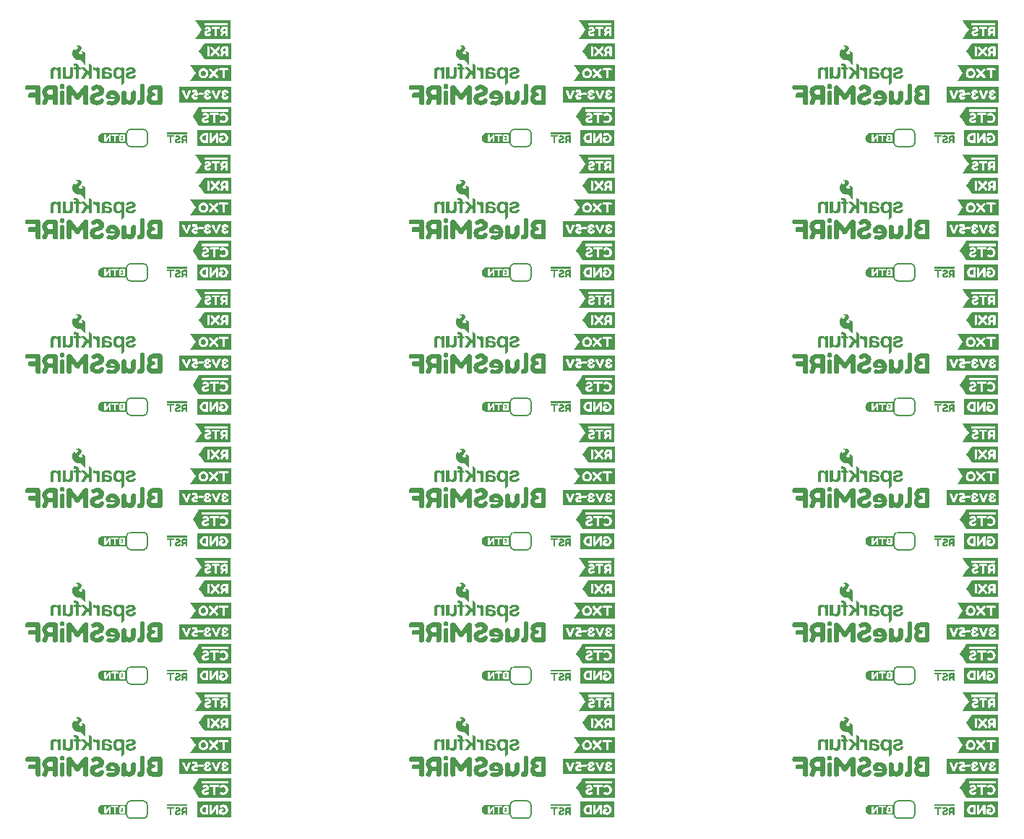
<source format=gbo>
%TF.GenerationSoftware,KiCad,Pcbnew,7.0.6*%
%TF.CreationDate,2023-11-19T12:44:13-07:00*%
%TF.ProjectId,SparkFun_BlueSMiRF-ESP32_panelized,53706172-6b46-4756-9e5f-426c7565534d,rev?*%
%TF.SameCoordinates,Original*%
%TF.FileFunction,Legend,Bot*%
%TF.FilePolarity,Positive*%
%FSLAX46Y46*%
G04 Gerber Fmt 4.6, Leading zero omitted, Abs format (unit mm)*
G04 Created by KiCad (PCBNEW 7.0.6) date 2023-11-19 12:44:13*
%MOMM*%
%LPD*%
G01*
G04 APERTURE LIST*
%ADD10C,0.152400*%
G04 APERTURE END LIST*
D10*
%TO.C,JP1*%
X17830800Y64788800D02*
X17830800Y63671200D01*
X18288000Y63214000D02*
X19812000Y63214000D01*
X19812000Y65246000D02*
X18288000Y65246000D01*
X20269200Y64788800D02*
X20269200Y63671200D01*
X18288000Y65246000D02*
G75*
G03*
X17830800Y64788800I1J-457201D01*
G01*
X17830800Y63671200D02*
G75*
G03*
X18288000Y63214000I457201J1D01*
G01*
X20269200Y64788800D02*
G75*
G03*
X19812000Y65246000I-457200J0D01*
G01*
X19812000Y63214000D02*
G75*
G03*
X20269200Y63671200I0J457200D01*
G01*
X17830800Y49048800D02*
X17830800Y47931200D01*
X18288000Y47474000D02*
X19812000Y47474000D01*
X19812000Y49506000D02*
X18288000Y49506000D01*
X20269200Y49048800D02*
X20269200Y47931200D01*
X18288000Y49506000D02*
G75*
G03*
X17830800Y49048800I1J-457201D01*
G01*
X17830800Y47931200D02*
G75*
G03*
X18288000Y47474000I457201J1D01*
G01*
X20269200Y49048800D02*
G75*
G03*
X19812000Y49506000I-457200J0D01*
G01*
X19812000Y47474000D02*
G75*
G03*
X20269200Y47931200I0J457200D01*
G01*
X17830800Y33308800D02*
X17830800Y32191200D01*
X18288000Y31734000D02*
X19812000Y31734000D01*
X19812000Y33766000D02*
X18288000Y33766000D01*
X20269200Y33308800D02*
X20269200Y32191200D01*
X18288000Y33766000D02*
G75*
G03*
X17830800Y33308800I1J-457201D01*
G01*
X17830800Y32191200D02*
G75*
G03*
X18288000Y31734000I457201J1D01*
G01*
X20269200Y33308800D02*
G75*
G03*
X19812000Y33766000I-457200J0D01*
G01*
X19812000Y31734000D02*
G75*
G03*
X20269200Y32191200I0J457200D01*
G01*
X62780800Y17568800D02*
X62780800Y16451200D01*
X63238000Y15994000D02*
X64762000Y15994000D01*
X64762000Y18026000D02*
X63238000Y18026000D01*
X65219200Y17568800D02*
X65219200Y16451200D01*
X63238000Y18026000D02*
G75*
G03*
X62780800Y17568800I1J-457201D01*
G01*
X62780800Y16451200D02*
G75*
G03*
X63238000Y15994000I457201J1D01*
G01*
X65219200Y17568800D02*
G75*
G03*
X64762000Y18026000I-457200J0D01*
G01*
X64762000Y15994000D02*
G75*
G03*
X65219200Y16451200I0J457200D01*
G01*
X62780800Y64788800D02*
X62780800Y63671200D01*
X63238000Y63214000D02*
X64762000Y63214000D01*
X64762000Y65246000D02*
X63238000Y65246000D01*
X65219200Y64788800D02*
X65219200Y63671200D01*
X63238000Y65246000D02*
G75*
G03*
X62780800Y64788800I1J-457201D01*
G01*
X62780800Y63671200D02*
G75*
G03*
X63238000Y63214000I457201J1D01*
G01*
X65219200Y64788800D02*
G75*
G03*
X64762000Y65246000I-457200J0D01*
G01*
X64762000Y63214000D02*
G75*
G03*
X65219200Y63671200I0J457200D01*
G01*
X107730800Y1828800D02*
X107730800Y711200D01*
X108188000Y254000D02*
X109712000Y254000D01*
X109712000Y2286000D02*
X108188000Y2286000D01*
X110169200Y1828800D02*
X110169200Y711200D01*
X108188000Y2286000D02*
G75*
G03*
X107730800Y1828800I1J-457201D01*
G01*
X107730800Y711200D02*
G75*
G03*
X108188000Y254000I457201J1D01*
G01*
X110169200Y1828800D02*
G75*
G03*
X109712000Y2286000I-457200J0D01*
G01*
X109712000Y254000D02*
G75*
G03*
X110169200Y711200I0J457200D01*
G01*
X107730800Y49048800D02*
X107730800Y47931200D01*
X108188000Y47474000D02*
X109712000Y47474000D01*
X109712000Y49506000D02*
X108188000Y49506000D01*
X110169200Y49048800D02*
X110169200Y47931200D01*
X108188000Y49506000D02*
G75*
G03*
X107730800Y49048800I1J-457201D01*
G01*
X107730800Y47931200D02*
G75*
G03*
X108188000Y47474000I457201J1D01*
G01*
X110169200Y49048800D02*
G75*
G03*
X109712000Y49506000I-457200J0D01*
G01*
X109712000Y47474000D02*
G75*
G03*
X110169200Y47931200I0J457200D01*
G01*
X17830800Y17568800D02*
X17830800Y16451200D01*
X18288000Y15994000D02*
X19812000Y15994000D01*
X19812000Y18026000D02*
X18288000Y18026000D01*
X20269200Y17568800D02*
X20269200Y16451200D01*
X18288000Y18026000D02*
G75*
G03*
X17830800Y17568800I1J-457201D01*
G01*
X17830800Y16451200D02*
G75*
G03*
X18288000Y15994000I457201J1D01*
G01*
X20269200Y17568800D02*
G75*
G03*
X19812000Y18026000I-457200J0D01*
G01*
X19812000Y15994000D02*
G75*
G03*
X20269200Y16451200I0J457200D01*
G01*
X62780800Y49048800D02*
X62780800Y47931200D01*
X63238000Y47474000D02*
X64762000Y47474000D01*
X64762000Y49506000D02*
X63238000Y49506000D01*
X65219200Y49048800D02*
X65219200Y47931200D01*
X63238000Y49506000D02*
G75*
G03*
X62780800Y49048800I1J-457201D01*
G01*
X62780800Y47931200D02*
G75*
G03*
X63238000Y47474000I457201J1D01*
G01*
X65219200Y49048800D02*
G75*
G03*
X64762000Y49506000I-457200J0D01*
G01*
X64762000Y47474000D02*
G75*
G03*
X65219200Y47931200I0J457200D01*
G01*
X62780800Y1828800D02*
X62780800Y711200D01*
X63238000Y254000D02*
X64762000Y254000D01*
X64762000Y2286000D02*
X63238000Y2286000D01*
X65219200Y1828800D02*
X65219200Y711200D01*
X63238000Y2286000D02*
G75*
G03*
X62780800Y1828800I1J-457201D01*
G01*
X62780800Y711200D02*
G75*
G03*
X63238000Y254000I457201J1D01*
G01*
X65219200Y1828800D02*
G75*
G03*
X64762000Y2286000I-457200J0D01*
G01*
X64762000Y254000D02*
G75*
G03*
X65219200Y711200I0J457200D01*
G01*
X62780800Y80528800D02*
X62780800Y79411200D01*
X63238000Y78954000D02*
X64762000Y78954000D01*
X64762000Y80986000D02*
X63238000Y80986000D01*
X65219200Y80528800D02*
X65219200Y79411200D01*
X63238000Y80986000D02*
G75*
G03*
X62780800Y80528800I1J-457201D01*
G01*
X62780800Y79411200D02*
G75*
G03*
X63238000Y78954000I457201J1D01*
G01*
X65219200Y80528800D02*
G75*
G03*
X64762000Y80986000I-457200J0D01*
G01*
X64762000Y78954000D02*
G75*
G03*
X65219200Y79411200I0J457200D01*
G01*
X62780800Y33308800D02*
X62780800Y32191200D01*
X63238000Y31734000D02*
X64762000Y31734000D01*
X64762000Y33766000D02*
X63238000Y33766000D01*
X65219200Y33308800D02*
X65219200Y32191200D01*
X63238000Y33766000D02*
G75*
G03*
X62780800Y33308800I1J-457201D01*
G01*
X62780800Y32191200D02*
G75*
G03*
X63238000Y31734000I457201J1D01*
G01*
X65219200Y33308800D02*
G75*
G03*
X64762000Y33766000I-457200J0D01*
G01*
X64762000Y31734000D02*
G75*
G03*
X65219200Y32191200I0J457200D01*
G01*
X17830800Y80528800D02*
X17830800Y79411200D01*
X18288000Y78954000D02*
X19812000Y78954000D01*
X19812000Y80986000D02*
X18288000Y80986000D01*
X20269200Y80528800D02*
X20269200Y79411200D01*
X18288000Y80986000D02*
G75*
G03*
X17830800Y80528800I1J-457201D01*
G01*
X17830800Y79411200D02*
G75*
G03*
X18288000Y78954000I457201J1D01*
G01*
X20269200Y80528800D02*
G75*
G03*
X19812000Y80986000I-457200J0D01*
G01*
X19812000Y78954000D02*
G75*
G03*
X20269200Y79411200I0J457200D01*
G01*
X107730800Y17568800D02*
X107730800Y16451200D01*
X108188000Y15994000D02*
X109712000Y15994000D01*
X109712000Y18026000D02*
X108188000Y18026000D01*
X110169200Y17568800D02*
X110169200Y16451200D01*
X108188000Y18026000D02*
G75*
G03*
X107730800Y17568800I1J-457201D01*
G01*
X107730800Y16451200D02*
G75*
G03*
X108188000Y15994000I457201J1D01*
G01*
X110169200Y17568800D02*
G75*
G03*
X109712000Y18026000I-457200J0D01*
G01*
X109712000Y15994000D02*
G75*
G03*
X110169200Y16451200I0J457200D01*
G01*
X107730800Y33308800D02*
X107730800Y32191200D01*
X108188000Y31734000D02*
X109712000Y31734000D01*
X109712000Y33766000D02*
X108188000Y33766000D01*
X110169200Y33308800D02*
X110169200Y32191200D01*
X108188000Y33766000D02*
G75*
G03*
X107730800Y33308800I1J-457201D01*
G01*
X107730800Y32191200D02*
G75*
G03*
X108188000Y31734000I457201J1D01*
G01*
X110169200Y33308800D02*
G75*
G03*
X109712000Y33766000I-457200J0D01*
G01*
X109712000Y31734000D02*
G75*
G03*
X110169200Y32191200I0J457200D01*
G01*
X107730800Y80528800D02*
X107730800Y79411200D01*
X108188000Y78954000D02*
X109712000Y78954000D01*
X109712000Y80986000D02*
X108188000Y80986000D01*
X110169200Y80528800D02*
X110169200Y79411200D01*
X108188000Y80986000D02*
G75*
G03*
X107730800Y80528800I1J-457201D01*
G01*
X107730800Y79411200D02*
G75*
G03*
X108188000Y78954000I457201J1D01*
G01*
X110169200Y80528800D02*
G75*
G03*
X109712000Y80986000I-457200J0D01*
G01*
X109712000Y78954000D02*
G75*
G03*
X110169200Y79411200I0J457200D01*
G01*
X107730800Y64788800D02*
X107730800Y63671200D01*
X108188000Y63214000D02*
X109712000Y63214000D01*
X109712000Y65246000D02*
X108188000Y65246000D01*
X110169200Y64788800D02*
X110169200Y63671200D01*
X108188000Y65246000D02*
G75*
G03*
X107730800Y64788800I1J-457201D01*
G01*
X107730800Y63671200D02*
G75*
G03*
X108188000Y63214000I457201J1D01*
G01*
X110169200Y64788800D02*
G75*
G03*
X109712000Y65246000I-457200J0D01*
G01*
X109712000Y63214000D02*
G75*
G03*
X110169200Y63671200I0J457200D01*
G01*
X17830800Y1828800D02*
X17830800Y711200D01*
X18288000Y254000D02*
X19812000Y254000D01*
X19812000Y2286000D02*
X18288000Y2286000D01*
X20269200Y1828800D02*
X20269200Y711200D01*
X18288000Y2286000D02*
G75*
G03*
X17830800Y1828800I1J-457201D01*
G01*
X17830800Y711200D02*
G75*
G03*
X18288000Y254000I457201J1D01*
G01*
X20269200Y1828800D02*
G75*
G03*
X19812000Y2286000I-457200J0D01*
G01*
X19812000Y254000D02*
G75*
G03*
X20269200Y711200I0J457200D01*
G01*
%TO.C,kibuzzard-64C47F40*%
G36*
X100345750Y54793169D02*
G01*
X100429888Y54728875D01*
X100456875Y54647913D01*
X100461638Y54538375D01*
X100456875Y54428838D01*
X100428300Y54344700D01*
X100344163Y54278025D01*
X100183825Y54258975D01*
X100023488Y54278025D01*
X99939350Y54343113D01*
X99910775Y54425663D01*
X99906013Y54535200D01*
X99910775Y54644738D01*
X99940938Y54728875D01*
X100021900Y54793169D01*
X100182238Y54814600D01*
X100345750Y54793169D01*
G37*
G36*
X100345750Y54009738D02*
G01*
X100429888Y53947825D01*
X100456875Y53863688D01*
X100461638Y53754150D01*
X100461638Y52639725D01*
X100456875Y52528600D01*
X100429888Y52446050D01*
X100346544Y52381756D01*
X100185413Y52360325D01*
X100022694Y52380962D01*
X99940938Y52442875D01*
X99910775Y52527013D01*
X99906013Y52636550D01*
X99906013Y53747800D01*
X99909188Y53839875D01*
X99966338Y53976400D01*
X100182238Y54030375D01*
X100345750Y54009738D01*
G37*
G36*
X109740575Y54799519D02*
G01*
X109824713Y54735225D01*
X109851700Y54651087D01*
X109856463Y54541550D01*
X109856463Y53030250D01*
X109834238Y52736563D01*
X109767563Y52534950D01*
X109651675Y52429381D01*
X109450063Y52373025D01*
X109196063Y52358737D01*
X109056363Y52392075D01*
X109008738Y52475419D01*
X108992863Y52636550D01*
X109056363Y52861975D01*
X109110338Y52888962D01*
X109197650Y52893725D01*
X109281788Y52923887D01*
X109300838Y53068350D01*
X109300838Y54538375D01*
X109305600Y54649500D01*
X109335763Y54735225D01*
X109419900Y54799519D01*
X109577063Y54820950D01*
X109740575Y54799519D01*
G37*
G36*
X97588263Y54628863D02*
G01*
X97648588Y54408200D01*
X97648588Y52642900D01*
X97629537Y52480975D01*
X97545400Y52390488D01*
X97369187Y52360325D01*
X97205675Y52381756D01*
X97121537Y52446050D01*
X97091375Y52528600D01*
X97086612Y52639725D01*
X97086612Y53239800D01*
X96464312Y53239800D01*
X96302388Y53255675D01*
X96211900Y53342194D01*
X96181737Y53519200D01*
X96202375Y53683506D01*
X96264288Y53770025D01*
X96348425Y53800188D01*
X96461138Y53804950D01*
X97086612Y53804950D01*
X97086612Y54125625D01*
X96115062Y54125625D01*
X96002350Y54130388D01*
X95918212Y54158963D01*
X95851537Y54243100D01*
X95832487Y54405025D01*
X95851537Y54566950D01*
X95916625Y54652675D01*
X95999175Y54682838D01*
X96108713Y54687600D01*
X97359662Y54687600D01*
X97588263Y54628863D01*
G37*
G36*
X108702350Y54015294D02*
G01*
X108786488Y53951000D01*
X108813475Y53868450D01*
X108818238Y53757325D01*
X108818238Y53201700D01*
X108794778Y52980685D01*
X108724399Y52783306D01*
X108607100Y52609562D01*
X108454171Y52474625D01*
X108276900Y52393662D01*
X108075288Y52366675D01*
X107840338Y52436525D01*
X107754613Y52506375D01*
X107697463Y52569875D01*
X107665713Y52439700D01*
X107583956Y52382550D01*
X107427588Y52363500D01*
X107268044Y52384137D01*
X107183113Y52446050D01*
X107152950Y52527013D01*
X107148188Y52633375D01*
X107148188Y53757325D01*
X107152950Y53866863D01*
X107179938Y53951000D01*
X107263281Y54015294D01*
X107424413Y54036725D01*
X107587131Y54016087D01*
X107668888Y53954175D01*
X107699050Y53870038D01*
X107703813Y53760500D01*
X107703813Y53198525D01*
X107781600Y52998500D01*
X107984800Y52922300D01*
X108184825Y52995325D01*
X108259438Y53198525D01*
X108259438Y53754150D01*
X108278488Y53916075D01*
X108362625Y54006563D01*
X108538838Y54036725D01*
X108702350Y54015294D01*
G37*
G36*
X106280883Y54041840D02*
G01*
X106496254Y53961936D01*
X106683050Y53828762D01*
X106826807Y53651139D01*
X106913061Y53437885D01*
X106941813Y53189000D01*
X106919588Y52984036D01*
X106852913Y52792478D01*
X106741788Y52614325D01*
X106619947Y52494072D01*
X106457625Y52400012D01*
X106261966Y52339291D01*
X106040113Y52319050D01*
X105744242Y52336711D01*
X105532906Y52389694D01*
X105406105Y52477998D01*
X105363838Y52601625D01*
X105405113Y52747675D01*
X105579738Y52890550D01*
X105706738Y52855625D01*
X105741663Y52842925D01*
X105866281Y52814350D01*
X106030588Y52804825D01*
X106240138Y52865150D01*
X106344913Y53014375D01*
X105951213Y53014375D01*
X105592438Y53014375D01*
X105378125Y53108038D01*
X105305497Y53227100D01*
X105281288Y53396962D01*
X105282429Y53404900D01*
X105830563Y53404900D01*
X105951213Y53303300D01*
X106351263Y53303300D01*
X106249663Y53482687D01*
X106044875Y53566825D01*
X105886125Y53522375D01*
X105830563Y53404900D01*
X105282429Y53404900D01*
X105308275Y53584684D01*
X105389238Y53757325D01*
X105507109Y53893453D01*
X105654350Y53990688D01*
X105830959Y54049028D01*
X106036938Y54068475D01*
X106280883Y54041840D01*
G37*
G36*
X111788450Y54669344D02*
G01*
X111872588Y54605050D01*
X111902750Y54522500D01*
X111907513Y54411375D01*
X111907513Y52649250D01*
X111888463Y52484150D01*
X111804325Y52393663D01*
X111628113Y52363500D01*
X111345538Y52363500D01*
X110793088Y52363500D01*
X110602058Y52387312D01*
X110431138Y52458750D01*
X110280325Y52577812D01*
X110162321Y52732153D01*
X110089825Y52909424D01*
X110062838Y53109625D01*
X110066547Y53141375D01*
X110624813Y53141375D01*
X110674819Y52979450D01*
X110824838Y52925475D01*
X111345538Y52925475D01*
X111345538Y54128800D01*
X110901038Y54128800D01*
X110743875Y54097050D01*
X110691488Y53985925D01*
X110701013Y53871625D01*
X110853413Y53804950D01*
X111048675Y53760500D01*
X111107413Y53577938D01*
X111050263Y53395375D01*
X110878813Y53350925D01*
X110701013Y53325525D01*
X110642275Y53262025D01*
X110624813Y53141375D01*
X110066547Y53141375D01*
X110083651Y53287778D01*
X110146093Y53453936D01*
X110250163Y53608100D01*
X110159675Y53791456D01*
X110129513Y53992275D01*
X110152443Y54175719D01*
X110221235Y54340819D01*
X110335888Y54487575D01*
X110477704Y54600464D01*
X110640688Y54668197D01*
X110824838Y54690775D01*
X111624938Y54690775D01*
X111788450Y54669344D01*
G37*
G36*
X99532950Y54666169D02*
G01*
X99617087Y54601875D01*
X99647250Y54517738D01*
X99652013Y54408200D01*
X99652013Y52646075D01*
X99632963Y52480975D01*
X99548825Y52392869D01*
X99372613Y52363500D01*
X99209100Y52384931D01*
X99124962Y52449225D01*
X99094800Y52533362D01*
X99090038Y52642900D01*
X99090038Y53001675D01*
X98689988Y53001675D01*
X98591563Y53008025D01*
X98468090Y52715572D01*
X98385540Y52524014D01*
X98343913Y52433350D01*
X98285175Y52371437D01*
X98183575Y52341275D01*
X98020062Y52385725D01*
X97872425Y52477800D01*
X97823212Y52588925D01*
X97870838Y52754025D01*
X97959738Y52956167D01*
X98031704Y53122325D01*
X98086738Y53252500D01*
X97954446Y53421128D01*
X97875071Y53617978D01*
X97848613Y53843050D01*
X98407413Y53843050D01*
X98499488Y53633500D01*
X98683637Y53563650D01*
X99090038Y53563650D01*
X99090038Y54125625D01*
X98689988Y54125625D01*
X98499488Y54054188D01*
X98407413Y53843050D01*
X97848613Y53843050D01*
X97869250Y54039900D01*
X97931163Y54217700D01*
X98024825Y54368513D01*
X98140713Y54484400D01*
X98318160Y54597289D01*
X98499135Y54665022D01*
X98683637Y54687600D01*
X99369438Y54687600D01*
X99532950Y54666169D01*
G37*
G36*
X103103238Y54663788D02*
G01*
X103188963Y54601875D01*
X103219125Y54517738D01*
X103223888Y54408200D01*
X103223888Y52646075D01*
X103219125Y52531775D01*
X103188963Y52449225D01*
X103104825Y52384931D01*
X102947663Y52363500D01*
X102785738Y52384931D01*
X102700013Y52449225D01*
X102669850Y52530187D01*
X102665088Y52639725D01*
X102665088Y53709700D01*
X102606350Y53630722D01*
X102461888Y53431887D01*
X102305519Y53217972D01*
X102211063Y53093750D01*
X102185662Y53058825D01*
X102101525Y52993737D01*
X101971350Y52960400D01*
X101838000Y52996913D01*
X101760213Y53054062D01*
X101703063Y53128675D01*
X101634006Y53222734D01*
X101509388Y53396962D01*
X101375244Y53582303D01*
X101277613Y53709700D01*
X101277613Y52646075D01*
X101261738Y52480975D01*
X101217288Y52417475D01*
X101134738Y52379375D01*
X100988687Y52363500D01*
X100836288Y52382550D01*
X100745800Y52465894D01*
X100715638Y52639725D01*
X100715638Y54401850D01*
X100720400Y54512975D01*
X100750563Y54598700D01*
X100834303Y54662994D01*
X100996625Y54684425D01*
X101161328Y54662994D01*
X101252213Y54598700D01*
X101338954Y54487829D01*
X101454397Y54338096D01*
X101598541Y54149501D01*
X101771389Y53922044D01*
X101972938Y53655725D01*
X102693663Y54601875D01*
X102712713Y54620925D01*
X102793675Y54663788D01*
X102941313Y54684425D01*
X103103238Y54663788D01*
G37*
G36*
X104528989Y54702593D02*
G01*
X104717901Y54633272D01*
X104873300Y54517738D01*
X104988835Y54371158D01*
X105058156Y54208704D01*
X105081263Y54030375D01*
X105061022Y53841859D01*
X105000300Y53682713D01*
X104909416Y53557697D01*
X104798688Y53471575D01*
X104673275Y53409266D01*
X104538338Y53355688D01*
X104403400Y53313222D01*
X104277988Y53284250D01*
X104076375Y53212812D01*
X103995413Y53090575D01*
X104028221Y52956519D01*
X104126646Y52876086D01*
X104290688Y52849275D01*
X104443088Y52898488D01*
X104570088Y53001675D01*
X104711375Y53120738D01*
X104817738Y53160425D01*
X104986013Y53084225D01*
X105088406Y52963972D01*
X105122538Y52869912D01*
X105039988Y52687350D01*
X105011413Y52652425D01*
X104919338Y52555587D01*
X104776463Y52455575D01*
X104560563Y52365088D01*
X104423244Y52337703D01*
X104277988Y52328575D01*
X104087135Y52347272D01*
X103904043Y52403364D01*
X103728713Y52496850D01*
X103608063Y52600434D01*
X103512813Y52739737D01*
X103450900Y52909203D01*
X103430263Y53103275D01*
X103450503Y53293378D01*
X103511225Y53450937D01*
X103602109Y53571191D01*
X103712838Y53649375D01*
X103839044Y53702159D01*
X103976363Y53746213D01*
X104113681Y53780741D01*
X104239888Y53804950D01*
X104441500Y53877975D01*
X104522463Y54019263D01*
X104454200Y54155788D01*
X104282750Y54205000D01*
X104112888Y54163725D01*
X104063675Y54122450D01*
X104027163Y54090700D01*
X103862063Y54027200D01*
X103749350Y54066887D01*
X103639813Y54185950D01*
X103563612Y54360575D01*
X103662038Y54516150D01*
X103741413Y54576475D01*
X103958900Y54676487D01*
X104124397Y54713397D01*
X104306563Y54725700D01*
X104528989Y54702593D01*
G37*
G36*
X10445750Y54793169D02*
G01*
X10529888Y54728875D01*
X10556875Y54647913D01*
X10561638Y54538375D01*
X10556875Y54428838D01*
X10528300Y54344700D01*
X10444163Y54278025D01*
X10283825Y54258975D01*
X10123488Y54278025D01*
X10039350Y54343113D01*
X10010775Y54425663D01*
X10006013Y54535200D01*
X10010775Y54644738D01*
X10040938Y54728875D01*
X10121900Y54793169D01*
X10282238Y54814600D01*
X10445750Y54793169D01*
G37*
G36*
X10445750Y54009738D02*
G01*
X10529888Y53947825D01*
X10556875Y53863688D01*
X10561638Y53754150D01*
X10561638Y52639725D01*
X10556875Y52528600D01*
X10529888Y52446050D01*
X10446544Y52381756D01*
X10285413Y52360325D01*
X10122694Y52380962D01*
X10040938Y52442875D01*
X10010775Y52527013D01*
X10006013Y52636550D01*
X10006013Y53747800D01*
X10009188Y53839875D01*
X10066338Y53976400D01*
X10282238Y54030375D01*
X10445750Y54009738D01*
G37*
G36*
X19840575Y54799519D02*
G01*
X19924713Y54735225D01*
X19951700Y54651087D01*
X19956463Y54541550D01*
X19956463Y53030250D01*
X19934238Y52736563D01*
X19867563Y52534950D01*
X19751675Y52429381D01*
X19550063Y52373025D01*
X19296063Y52358737D01*
X19156363Y52392075D01*
X19108738Y52475419D01*
X19092863Y52636550D01*
X19156363Y52861975D01*
X19210338Y52888962D01*
X19297650Y52893725D01*
X19381788Y52923887D01*
X19400838Y53068350D01*
X19400838Y54538375D01*
X19405600Y54649500D01*
X19435763Y54735225D01*
X19519900Y54799519D01*
X19677063Y54820950D01*
X19840575Y54799519D01*
G37*
G36*
X7688263Y54628863D02*
G01*
X7748588Y54408200D01*
X7748588Y52642900D01*
X7729537Y52480975D01*
X7645400Y52390488D01*
X7469187Y52360325D01*
X7305675Y52381756D01*
X7221537Y52446050D01*
X7191375Y52528600D01*
X7186612Y52639725D01*
X7186612Y53239800D01*
X6564312Y53239800D01*
X6402388Y53255675D01*
X6311900Y53342194D01*
X6281737Y53519200D01*
X6302375Y53683506D01*
X6364288Y53770025D01*
X6448425Y53800188D01*
X6561138Y53804950D01*
X7186612Y53804950D01*
X7186612Y54125625D01*
X6215062Y54125625D01*
X6102350Y54130388D01*
X6018212Y54158963D01*
X5951537Y54243100D01*
X5932487Y54405025D01*
X5951537Y54566950D01*
X6016625Y54652675D01*
X6099175Y54682838D01*
X6208713Y54687600D01*
X7459662Y54687600D01*
X7688263Y54628863D01*
G37*
G36*
X18802350Y54015294D02*
G01*
X18886488Y53951000D01*
X18913475Y53868450D01*
X18918238Y53757325D01*
X18918238Y53201700D01*
X18894778Y52980685D01*
X18824399Y52783306D01*
X18707100Y52609562D01*
X18554171Y52474625D01*
X18376900Y52393662D01*
X18175288Y52366675D01*
X17940338Y52436525D01*
X17854613Y52506375D01*
X17797463Y52569875D01*
X17765713Y52439700D01*
X17683956Y52382550D01*
X17527588Y52363500D01*
X17368044Y52384137D01*
X17283113Y52446050D01*
X17252950Y52527013D01*
X17248188Y52633375D01*
X17248188Y53757325D01*
X17252950Y53866863D01*
X17279938Y53951000D01*
X17363281Y54015294D01*
X17524413Y54036725D01*
X17687131Y54016087D01*
X17768888Y53954175D01*
X17799050Y53870038D01*
X17803813Y53760500D01*
X17803813Y53198525D01*
X17881600Y52998500D01*
X18084800Y52922300D01*
X18284825Y52995325D01*
X18359438Y53198525D01*
X18359438Y53754150D01*
X18378488Y53916075D01*
X18462625Y54006563D01*
X18638838Y54036725D01*
X18802350Y54015294D01*
G37*
G36*
X16380883Y54041840D02*
G01*
X16596254Y53961936D01*
X16783050Y53828762D01*
X16926807Y53651139D01*
X17013061Y53437885D01*
X17041813Y53189000D01*
X17019588Y52984036D01*
X16952913Y52792478D01*
X16841788Y52614325D01*
X16719947Y52494072D01*
X16557625Y52400012D01*
X16361966Y52339291D01*
X16140113Y52319050D01*
X15844242Y52336711D01*
X15632906Y52389694D01*
X15506105Y52477998D01*
X15463838Y52601625D01*
X15505113Y52747675D01*
X15679738Y52890550D01*
X15806738Y52855625D01*
X15841663Y52842925D01*
X15966281Y52814350D01*
X16130588Y52804825D01*
X16340138Y52865150D01*
X16444913Y53014375D01*
X16051213Y53014375D01*
X15692438Y53014375D01*
X15478125Y53108038D01*
X15405497Y53227100D01*
X15381288Y53396962D01*
X15382429Y53404900D01*
X15930563Y53404900D01*
X16051213Y53303300D01*
X16451263Y53303300D01*
X16349663Y53482687D01*
X16144875Y53566825D01*
X15986125Y53522375D01*
X15930563Y53404900D01*
X15382429Y53404900D01*
X15408275Y53584684D01*
X15489238Y53757325D01*
X15607109Y53893453D01*
X15754350Y53990688D01*
X15930959Y54049028D01*
X16136938Y54068475D01*
X16380883Y54041840D01*
G37*
G36*
X21888450Y54669344D02*
G01*
X21972588Y54605050D01*
X22002750Y54522500D01*
X22007513Y54411375D01*
X22007513Y52649250D01*
X21988463Y52484150D01*
X21904325Y52393663D01*
X21728113Y52363500D01*
X21445538Y52363500D01*
X20893088Y52363500D01*
X20702058Y52387312D01*
X20531138Y52458750D01*
X20380325Y52577812D01*
X20262321Y52732153D01*
X20189825Y52909424D01*
X20162838Y53109625D01*
X20166547Y53141375D01*
X20724813Y53141375D01*
X20774819Y52979450D01*
X20924838Y52925475D01*
X21445538Y52925475D01*
X21445538Y54128800D01*
X21001038Y54128800D01*
X20843875Y54097050D01*
X20791488Y53985925D01*
X20801013Y53871625D01*
X20953413Y53804950D01*
X21148675Y53760500D01*
X21207413Y53577938D01*
X21150263Y53395375D01*
X20978813Y53350925D01*
X20801013Y53325525D01*
X20742275Y53262025D01*
X20724813Y53141375D01*
X20166547Y53141375D01*
X20183651Y53287778D01*
X20246093Y53453936D01*
X20350163Y53608100D01*
X20259675Y53791456D01*
X20229513Y53992275D01*
X20252443Y54175719D01*
X20321235Y54340819D01*
X20435888Y54487575D01*
X20577704Y54600464D01*
X20740688Y54668197D01*
X20924838Y54690775D01*
X21724938Y54690775D01*
X21888450Y54669344D01*
G37*
G36*
X9632950Y54666169D02*
G01*
X9717087Y54601875D01*
X9747250Y54517738D01*
X9752013Y54408200D01*
X9752013Y52646075D01*
X9732963Y52480975D01*
X9648825Y52392869D01*
X9472613Y52363500D01*
X9309100Y52384931D01*
X9224962Y52449225D01*
X9194800Y52533362D01*
X9190038Y52642900D01*
X9190038Y53001675D01*
X8789988Y53001675D01*
X8691563Y53008025D01*
X8568090Y52715572D01*
X8485540Y52524014D01*
X8443913Y52433350D01*
X8385175Y52371437D01*
X8283575Y52341275D01*
X8120062Y52385725D01*
X7972425Y52477800D01*
X7923212Y52588925D01*
X7970838Y52754025D01*
X8059738Y52956167D01*
X8131704Y53122325D01*
X8186738Y53252500D01*
X8054446Y53421128D01*
X7975071Y53617978D01*
X7948613Y53843050D01*
X8507413Y53843050D01*
X8599488Y53633500D01*
X8783637Y53563650D01*
X9190038Y53563650D01*
X9190038Y54125625D01*
X8789988Y54125625D01*
X8599488Y54054188D01*
X8507413Y53843050D01*
X7948613Y53843050D01*
X7969250Y54039900D01*
X8031163Y54217700D01*
X8124825Y54368513D01*
X8240713Y54484400D01*
X8418160Y54597289D01*
X8599135Y54665022D01*
X8783637Y54687600D01*
X9469438Y54687600D01*
X9632950Y54666169D01*
G37*
G36*
X13203238Y54663788D02*
G01*
X13288963Y54601875D01*
X13319125Y54517738D01*
X13323888Y54408200D01*
X13323888Y52646075D01*
X13319125Y52531775D01*
X13288963Y52449225D01*
X13204825Y52384931D01*
X13047663Y52363500D01*
X12885738Y52384931D01*
X12800013Y52449225D01*
X12769850Y52530187D01*
X12765088Y52639725D01*
X12765088Y53709700D01*
X12706350Y53630722D01*
X12561888Y53431887D01*
X12405519Y53217972D01*
X12311063Y53093750D01*
X12285662Y53058825D01*
X12201525Y52993737D01*
X12071350Y52960400D01*
X11938000Y52996913D01*
X11860213Y53054062D01*
X11803063Y53128675D01*
X11734006Y53222734D01*
X11609388Y53396962D01*
X11475244Y53582303D01*
X11377613Y53709700D01*
X11377613Y52646075D01*
X11361738Y52480975D01*
X11317288Y52417475D01*
X11234738Y52379375D01*
X11088687Y52363500D01*
X10936288Y52382550D01*
X10845800Y52465894D01*
X10815638Y52639725D01*
X10815638Y54401850D01*
X10820400Y54512975D01*
X10850563Y54598700D01*
X10934303Y54662994D01*
X11096625Y54684425D01*
X11261328Y54662994D01*
X11352213Y54598700D01*
X11438954Y54487829D01*
X11554397Y54338096D01*
X11698541Y54149501D01*
X11871389Y53922044D01*
X12072938Y53655725D01*
X12793663Y54601875D01*
X12812713Y54620925D01*
X12893675Y54663788D01*
X13041313Y54684425D01*
X13203238Y54663788D01*
G37*
G36*
X14628989Y54702593D02*
G01*
X14817901Y54633272D01*
X14973300Y54517738D01*
X15088835Y54371158D01*
X15158156Y54208704D01*
X15181263Y54030375D01*
X15161022Y53841859D01*
X15100300Y53682713D01*
X15009416Y53557697D01*
X14898688Y53471575D01*
X14773275Y53409266D01*
X14638338Y53355688D01*
X14503400Y53313222D01*
X14377988Y53284250D01*
X14176375Y53212812D01*
X14095413Y53090575D01*
X14128221Y52956519D01*
X14226646Y52876086D01*
X14390688Y52849275D01*
X14543088Y52898488D01*
X14670088Y53001675D01*
X14811375Y53120738D01*
X14917738Y53160425D01*
X15086013Y53084225D01*
X15188406Y52963972D01*
X15222538Y52869912D01*
X15139988Y52687350D01*
X15111413Y52652425D01*
X15019338Y52555587D01*
X14876463Y52455575D01*
X14660563Y52365088D01*
X14523244Y52337703D01*
X14377988Y52328575D01*
X14187135Y52347272D01*
X14004043Y52403364D01*
X13828713Y52496850D01*
X13708063Y52600434D01*
X13612813Y52739737D01*
X13550900Y52909203D01*
X13530263Y53103275D01*
X13550503Y53293378D01*
X13611225Y53450937D01*
X13702109Y53571191D01*
X13812838Y53649375D01*
X13939044Y53702159D01*
X14076363Y53746213D01*
X14213681Y53780741D01*
X14339888Y53804950D01*
X14541500Y53877975D01*
X14622463Y54019263D01*
X14554200Y54155788D01*
X14382750Y54205000D01*
X14212888Y54163725D01*
X14163675Y54122450D01*
X14127163Y54090700D01*
X13962063Y54027200D01*
X13849350Y54066887D01*
X13739813Y54185950D01*
X13663612Y54360575D01*
X13762038Y54516150D01*
X13841413Y54576475D01*
X14058900Y54676487D01*
X14224397Y54713397D01*
X14406563Y54725700D01*
X14628989Y54702593D01*
G37*
G36*
X10445750Y23313169D02*
G01*
X10529888Y23248875D01*
X10556875Y23167913D01*
X10561638Y23058375D01*
X10556875Y22948838D01*
X10528300Y22864700D01*
X10444163Y22798025D01*
X10283825Y22778975D01*
X10123488Y22798025D01*
X10039350Y22863113D01*
X10010775Y22945663D01*
X10006013Y23055200D01*
X10010775Y23164738D01*
X10040938Y23248875D01*
X10121900Y23313169D01*
X10282238Y23334600D01*
X10445750Y23313169D01*
G37*
G36*
X10445750Y22529738D02*
G01*
X10529888Y22467825D01*
X10556875Y22383688D01*
X10561638Y22274150D01*
X10561638Y21159725D01*
X10556875Y21048600D01*
X10529888Y20966050D01*
X10446544Y20901756D01*
X10285413Y20880325D01*
X10122694Y20900962D01*
X10040938Y20962875D01*
X10010775Y21047013D01*
X10006013Y21156550D01*
X10006013Y22267800D01*
X10009188Y22359875D01*
X10066338Y22496400D01*
X10282238Y22550375D01*
X10445750Y22529738D01*
G37*
G36*
X19840575Y23319519D02*
G01*
X19924713Y23255225D01*
X19951700Y23171087D01*
X19956463Y23061550D01*
X19956463Y21550250D01*
X19934238Y21256563D01*
X19867563Y21054950D01*
X19751675Y20949381D01*
X19550063Y20893025D01*
X19296063Y20878737D01*
X19156363Y20912075D01*
X19108738Y20995419D01*
X19092863Y21156550D01*
X19156363Y21381975D01*
X19210338Y21408962D01*
X19297650Y21413725D01*
X19381788Y21443887D01*
X19400838Y21588350D01*
X19400838Y23058375D01*
X19405600Y23169500D01*
X19435763Y23255225D01*
X19519900Y23319519D01*
X19677063Y23340950D01*
X19840575Y23319519D01*
G37*
G36*
X7688263Y23148863D02*
G01*
X7748588Y22928200D01*
X7748588Y21162900D01*
X7729537Y21000975D01*
X7645400Y20910488D01*
X7469187Y20880325D01*
X7305675Y20901756D01*
X7221537Y20966050D01*
X7191375Y21048600D01*
X7186612Y21159725D01*
X7186612Y21759800D01*
X6564312Y21759800D01*
X6402388Y21775675D01*
X6311900Y21862194D01*
X6281737Y22039200D01*
X6302375Y22203506D01*
X6364288Y22290025D01*
X6448425Y22320188D01*
X6561138Y22324950D01*
X7186612Y22324950D01*
X7186612Y22645625D01*
X6215062Y22645625D01*
X6102350Y22650388D01*
X6018212Y22678963D01*
X5951537Y22763100D01*
X5932487Y22925025D01*
X5951537Y23086950D01*
X6016625Y23172675D01*
X6099175Y23202838D01*
X6208713Y23207600D01*
X7459662Y23207600D01*
X7688263Y23148863D01*
G37*
G36*
X18802350Y22535294D02*
G01*
X18886488Y22471000D01*
X18913475Y22388450D01*
X18918238Y22277325D01*
X18918238Y21721700D01*
X18894778Y21500685D01*
X18824399Y21303306D01*
X18707100Y21129562D01*
X18554171Y20994625D01*
X18376900Y20913662D01*
X18175288Y20886675D01*
X17940338Y20956525D01*
X17854613Y21026375D01*
X17797463Y21089875D01*
X17765713Y20959700D01*
X17683956Y20902550D01*
X17527588Y20883500D01*
X17368044Y20904137D01*
X17283113Y20966050D01*
X17252950Y21047013D01*
X17248188Y21153375D01*
X17248188Y22277325D01*
X17252950Y22386863D01*
X17279938Y22471000D01*
X17363281Y22535294D01*
X17524413Y22556725D01*
X17687131Y22536087D01*
X17768888Y22474175D01*
X17799050Y22390038D01*
X17803813Y22280500D01*
X17803813Y21718525D01*
X17881600Y21518500D01*
X18084800Y21442300D01*
X18284825Y21515325D01*
X18359438Y21718525D01*
X18359438Y22274150D01*
X18378488Y22436075D01*
X18462625Y22526563D01*
X18638838Y22556725D01*
X18802350Y22535294D01*
G37*
G36*
X16380883Y22561840D02*
G01*
X16596254Y22481936D01*
X16783050Y22348762D01*
X16926807Y22171139D01*
X17013061Y21957885D01*
X17041813Y21709000D01*
X17019588Y21504036D01*
X16952913Y21312478D01*
X16841788Y21134325D01*
X16719947Y21014072D01*
X16557625Y20920012D01*
X16361966Y20859291D01*
X16140113Y20839050D01*
X15844242Y20856711D01*
X15632906Y20909694D01*
X15506105Y20997998D01*
X15463838Y21121625D01*
X15505113Y21267675D01*
X15679738Y21410550D01*
X15806738Y21375625D01*
X15841663Y21362925D01*
X15966281Y21334350D01*
X16130588Y21324825D01*
X16340138Y21385150D01*
X16444913Y21534375D01*
X16051213Y21534375D01*
X15692438Y21534375D01*
X15478125Y21628038D01*
X15405497Y21747100D01*
X15381288Y21916962D01*
X15382429Y21924900D01*
X15930563Y21924900D01*
X16051213Y21823300D01*
X16451263Y21823300D01*
X16349663Y22002687D01*
X16144875Y22086825D01*
X15986125Y22042375D01*
X15930563Y21924900D01*
X15382429Y21924900D01*
X15408275Y22104684D01*
X15489238Y22277325D01*
X15607109Y22413453D01*
X15754350Y22510688D01*
X15930959Y22569028D01*
X16136938Y22588475D01*
X16380883Y22561840D01*
G37*
G36*
X21888450Y23189344D02*
G01*
X21972588Y23125050D01*
X22002750Y23042500D01*
X22007513Y22931375D01*
X22007513Y21169250D01*
X21988463Y21004150D01*
X21904325Y20913663D01*
X21728113Y20883500D01*
X21445538Y20883500D01*
X20893088Y20883500D01*
X20702058Y20907312D01*
X20531138Y20978750D01*
X20380325Y21097812D01*
X20262321Y21252153D01*
X20189825Y21429424D01*
X20162838Y21629625D01*
X20166547Y21661375D01*
X20724813Y21661375D01*
X20774819Y21499450D01*
X20924838Y21445475D01*
X21445538Y21445475D01*
X21445538Y22648800D01*
X21001038Y22648800D01*
X20843875Y22617050D01*
X20791488Y22505925D01*
X20801013Y22391625D01*
X20953413Y22324950D01*
X21148675Y22280500D01*
X21207413Y22097938D01*
X21150263Y21915375D01*
X20978813Y21870925D01*
X20801013Y21845525D01*
X20742275Y21782025D01*
X20724813Y21661375D01*
X20166547Y21661375D01*
X20183651Y21807778D01*
X20246093Y21973936D01*
X20350163Y22128100D01*
X20259675Y22311456D01*
X20229513Y22512275D01*
X20252443Y22695719D01*
X20321235Y22860819D01*
X20435888Y23007575D01*
X20577704Y23120464D01*
X20740688Y23188197D01*
X20924838Y23210775D01*
X21724938Y23210775D01*
X21888450Y23189344D01*
G37*
G36*
X9632950Y23186169D02*
G01*
X9717087Y23121875D01*
X9747250Y23037738D01*
X9752013Y22928200D01*
X9752013Y21166075D01*
X9732963Y21000975D01*
X9648825Y20912869D01*
X9472613Y20883500D01*
X9309100Y20904931D01*
X9224962Y20969225D01*
X9194800Y21053362D01*
X9190038Y21162900D01*
X9190038Y21521675D01*
X8789988Y21521675D01*
X8691563Y21528025D01*
X8568090Y21235572D01*
X8485540Y21044014D01*
X8443913Y20953350D01*
X8385175Y20891437D01*
X8283575Y20861275D01*
X8120062Y20905725D01*
X7972425Y20997800D01*
X7923212Y21108925D01*
X7970838Y21274025D01*
X8059738Y21476167D01*
X8131704Y21642325D01*
X8186738Y21772500D01*
X8054446Y21941128D01*
X7975071Y22137978D01*
X7948613Y22363050D01*
X8507413Y22363050D01*
X8599488Y22153500D01*
X8783637Y22083650D01*
X9190038Y22083650D01*
X9190038Y22645625D01*
X8789988Y22645625D01*
X8599488Y22574188D01*
X8507413Y22363050D01*
X7948613Y22363050D01*
X7969250Y22559900D01*
X8031163Y22737700D01*
X8124825Y22888513D01*
X8240713Y23004400D01*
X8418160Y23117289D01*
X8599135Y23185022D01*
X8783637Y23207600D01*
X9469438Y23207600D01*
X9632950Y23186169D01*
G37*
G36*
X13203238Y23183788D02*
G01*
X13288963Y23121875D01*
X13319125Y23037738D01*
X13323888Y22928200D01*
X13323888Y21166075D01*
X13319125Y21051775D01*
X13288963Y20969225D01*
X13204825Y20904931D01*
X13047663Y20883500D01*
X12885738Y20904931D01*
X12800013Y20969225D01*
X12769850Y21050187D01*
X12765088Y21159725D01*
X12765088Y22229700D01*
X12706350Y22150722D01*
X12561888Y21951887D01*
X12405519Y21737972D01*
X12311063Y21613750D01*
X12285662Y21578825D01*
X12201525Y21513737D01*
X12071350Y21480400D01*
X11938000Y21516913D01*
X11860213Y21574062D01*
X11803063Y21648675D01*
X11734006Y21742734D01*
X11609388Y21916962D01*
X11475244Y22102303D01*
X11377613Y22229700D01*
X11377613Y21166075D01*
X11361738Y21000975D01*
X11317288Y20937475D01*
X11234738Y20899375D01*
X11088687Y20883500D01*
X10936288Y20902550D01*
X10845800Y20985894D01*
X10815638Y21159725D01*
X10815638Y22921850D01*
X10820400Y23032975D01*
X10850563Y23118700D01*
X10934303Y23182994D01*
X11096625Y23204425D01*
X11261328Y23182994D01*
X11352213Y23118700D01*
X11438954Y23007829D01*
X11554397Y22858096D01*
X11698541Y22669501D01*
X11871389Y22442044D01*
X12072938Y22175725D01*
X12793663Y23121875D01*
X12812713Y23140925D01*
X12893675Y23183788D01*
X13041313Y23204425D01*
X13203238Y23183788D01*
G37*
G36*
X14628989Y23222593D02*
G01*
X14817901Y23153272D01*
X14973300Y23037738D01*
X15088835Y22891158D01*
X15158156Y22728704D01*
X15181263Y22550375D01*
X15161022Y22361859D01*
X15100300Y22202713D01*
X15009416Y22077697D01*
X14898688Y21991575D01*
X14773275Y21929266D01*
X14638338Y21875688D01*
X14503400Y21833222D01*
X14377988Y21804250D01*
X14176375Y21732812D01*
X14095413Y21610575D01*
X14128221Y21476519D01*
X14226646Y21396086D01*
X14390688Y21369275D01*
X14543088Y21418488D01*
X14670088Y21521675D01*
X14811375Y21640738D01*
X14917738Y21680425D01*
X15086013Y21604225D01*
X15188406Y21483972D01*
X15222538Y21389912D01*
X15139988Y21207350D01*
X15111413Y21172425D01*
X15019338Y21075587D01*
X14876463Y20975575D01*
X14660563Y20885088D01*
X14523244Y20857703D01*
X14377988Y20848575D01*
X14187135Y20867272D01*
X14004043Y20923364D01*
X13828713Y21016850D01*
X13708063Y21120434D01*
X13612813Y21259737D01*
X13550900Y21429203D01*
X13530263Y21623275D01*
X13550503Y21813378D01*
X13611225Y21970937D01*
X13702109Y22091191D01*
X13812838Y22169375D01*
X13939044Y22222159D01*
X14076363Y22266213D01*
X14213681Y22300741D01*
X14339888Y22324950D01*
X14541500Y22397975D01*
X14622463Y22539263D01*
X14554200Y22675788D01*
X14382750Y22725000D01*
X14212888Y22683725D01*
X14163675Y22642450D01*
X14127163Y22610700D01*
X13962063Y22547200D01*
X13849350Y22586887D01*
X13739813Y22705950D01*
X13663612Y22880575D01*
X13762038Y23036150D01*
X13841413Y23096475D01*
X14058900Y23196487D01*
X14224397Y23233397D01*
X14406563Y23245700D01*
X14628989Y23222593D01*
G37*
G36*
X55395750Y86273169D02*
G01*
X55479888Y86208875D01*
X55506875Y86127913D01*
X55511638Y86018375D01*
X55506875Y85908838D01*
X55478300Y85824700D01*
X55394163Y85758025D01*
X55233825Y85738975D01*
X55073488Y85758025D01*
X54989350Y85823113D01*
X54960775Y85905663D01*
X54956013Y86015200D01*
X54960775Y86124738D01*
X54990938Y86208875D01*
X55071900Y86273169D01*
X55232238Y86294600D01*
X55395750Y86273169D01*
G37*
G36*
X55395750Y85489738D02*
G01*
X55479888Y85427825D01*
X55506875Y85343688D01*
X55511638Y85234150D01*
X55511638Y84119725D01*
X55506875Y84008600D01*
X55479888Y83926050D01*
X55396544Y83861756D01*
X55235413Y83840325D01*
X55072694Y83860962D01*
X54990938Y83922875D01*
X54960775Y84007013D01*
X54956013Y84116550D01*
X54956013Y85227800D01*
X54959188Y85319875D01*
X55016338Y85456400D01*
X55232238Y85510375D01*
X55395750Y85489738D01*
G37*
G36*
X64790575Y86279519D02*
G01*
X64874713Y86215225D01*
X64901700Y86131087D01*
X64906463Y86021550D01*
X64906463Y84510250D01*
X64884238Y84216563D01*
X64817563Y84014950D01*
X64701675Y83909381D01*
X64500063Y83853025D01*
X64246063Y83838737D01*
X64106363Y83872075D01*
X64058738Y83955419D01*
X64042863Y84116550D01*
X64106363Y84341975D01*
X64160338Y84368962D01*
X64247650Y84373725D01*
X64331788Y84403887D01*
X64350838Y84548350D01*
X64350838Y86018375D01*
X64355600Y86129500D01*
X64385763Y86215225D01*
X64469900Y86279519D01*
X64627063Y86300950D01*
X64790575Y86279519D01*
G37*
G36*
X52638263Y86108863D02*
G01*
X52698588Y85888200D01*
X52698588Y84122900D01*
X52679537Y83960975D01*
X52595400Y83870488D01*
X52419187Y83840325D01*
X52255675Y83861756D01*
X52171537Y83926050D01*
X52141375Y84008600D01*
X52136612Y84119725D01*
X52136612Y84719800D01*
X51514312Y84719800D01*
X51352388Y84735675D01*
X51261900Y84822194D01*
X51231737Y84999200D01*
X51252375Y85163506D01*
X51314288Y85250025D01*
X51398425Y85280188D01*
X51511138Y85284950D01*
X52136612Y85284950D01*
X52136612Y85605625D01*
X51165062Y85605625D01*
X51052350Y85610388D01*
X50968212Y85638963D01*
X50901537Y85723100D01*
X50882487Y85885025D01*
X50901537Y86046950D01*
X50966625Y86132675D01*
X51049175Y86162838D01*
X51158713Y86167600D01*
X52409662Y86167600D01*
X52638263Y86108863D01*
G37*
G36*
X63752350Y85495294D02*
G01*
X63836488Y85431000D01*
X63863475Y85348450D01*
X63868238Y85237325D01*
X63868238Y84681700D01*
X63844778Y84460685D01*
X63774399Y84263306D01*
X63657100Y84089562D01*
X63504171Y83954625D01*
X63326900Y83873662D01*
X63125288Y83846675D01*
X62890338Y83916525D01*
X62804613Y83986375D01*
X62747463Y84049875D01*
X62715713Y83919700D01*
X62633956Y83862550D01*
X62477588Y83843500D01*
X62318044Y83864137D01*
X62233113Y83926050D01*
X62202950Y84007013D01*
X62198188Y84113375D01*
X62198188Y85237325D01*
X62202950Y85346863D01*
X62229938Y85431000D01*
X62313281Y85495294D01*
X62474413Y85516725D01*
X62637131Y85496087D01*
X62718888Y85434175D01*
X62749050Y85350038D01*
X62753813Y85240500D01*
X62753813Y84678525D01*
X62831600Y84478500D01*
X63034800Y84402300D01*
X63234825Y84475325D01*
X63309438Y84678525D01*
X63309438Y85234150D01*
X63328488Y85396075D01*
X63412625Y85486563D01*
X63588838Y85516725D01*
X63752350Y85495294D01*
G37*
G36*
X61330883Y85521840D02*
G01*
X61546254Y85441936D01*
X61733050Y85308762D01*
X61876807Y85131139D01*
X61963061Y84917885D01*
X61991813Y84669000D01*
X61969588Y84464036D01*
X61902913Y84272478D01*
X61791788Y84094325D01*
X61669947Y83974072D01*
X61507625Y83880012D01*
X61311966Y83819291D01*
X61090113Y83799050D01*
X60794242Y83816711D01*
X60582906Y83869694D01*
X60456105Y83957998D01*
X60413838Y84081625D01*
X60455113Y84227675D01*
X60629738Y84370550D01*
X60756738Y84335625D01*
X60791663Y84322925D01*
X60916281Y84294350D01*
X61080588Y84284825D01*
X61290138Y84345150D01*
X61394913Y84494375D01*
X61001213Y84494375D01*
X60642438Y84494375D01*
X60428125Y84588038D01*
X60355497Y84707100D01*
X60331288Y84876962D01*
X60332429Y84884900D01*
X60880563Y84884900D01*
X61001213Y84783300D01*
X61401263Y84783300D01*
X61299663Y84962687D01*
X61094875Y85046825D01*
X60936125Y85002375D01*
X60880563Y84884900D01*
X60332429Y84884900D01*
X60358275Y85064684D01*
X60439238Y85237325D01*
X60557109Y85373453D01*
X60704350Y85470688D01*
X60880959Y85529028D01*
X61086938Y85548475D01*
X61330883Y85521840D01*
G37*
G36*
X66838450Y86149344D02*
G01*
X66922588Y86085050D01*
X66952750Y86002500D01*
X66957513Y85891375D01*
X66957513Y84129250D01*
X66938463Y83964150D01*
X66854325Y83873663D01*
X66678113Y83843500D01*
X66395538Y83843500D01*
X65843088Y83843500D01*
X65652058Y83867312D01*
X65481138Y83938750D01*
X65330325Y84057812D01*
X65212321Y84212153D01*
X65139825Y84389424D01*
X65112838Y84589625D01*
X65116547Y84621375D01*
X65674813Y84621375D01*
X65724819Y84459450D01*
X65874838Y84405475D01*
X66395538Y84405475D01*
X66395538Y85608800D01*
X65951038Y85608800D01*
X65793875Y85577050D01*
X65741488Y85465925D01*
X65751013Y85351625D01*
X65903413Y85284950D01*
X66098675Y85240500D01*
X66157413Y85057938D01*
X66100263Y84875375D01*
X65928813Y84830925D01*
X65751013Y84805525D01*
X65692275Y84742025D01*
X65674813Y84621375D01*
X65116547Y84621375D01*
X65133651Y84767778D01*
X65196093Y84933936D01*
X65300163Y85088100D01*
X65209675Y85271456D01*
X65179513Y85472275D01*
X65202443Y85655719D01*
X65271235Y85820819D01*
X65385888Y85967575D01*
X65527704Y86080464D01*
X65690688Y86148197D01*
X65874838Y86170775D01*
X66674938Y86170775D01*
X66838450Y86149344D01*
G37*
G36*
X54582950Y86146169D02*
G01*
X54667087Y86081875D01*
X54697250Y85997738D01*
X54702013Y85888200D01*
X54702013Y84126075D01*
X54682963Y83960975D01*
X54598825Y83872869D01*
X54422613Y83843500D01*
X54259100Y83864931D01*
X54174962Y83929225D01*
X54144800Y84013362D01*
X54140038Y84122900D01*
X54140038Y84481675D01*
X53739988Y84481675D01*
X53641563Y84488025D01*
X53518090Y84195572D01*
X53435540Y84004014D01*
X53393913Y83913350D01*
X53335175Y83851437D01*
X53233575Y83821275D01*
X53070062Y83865725D01*
X52922425Y83957800D01*
X52873212Y84068925D01*
X52920838Y84234025D01*
X53009738Y84436167D01*
X53081704Y84602325D01*
X53136738Y84732500D01*
X53004446Y84901128D01*
X52925071Y85097978D01*
X52898613Y85323050D01*
X53457413Y85323050D01*
X53549488Y85113500D01*
X53733637Y85043650D01*
X54140038Y85043650D01*
X54140038Y85605625D01*
X53739988Y85605625D01*
X53549488Y85534188D01*
X53457413Y85323050D01*
X52898613Y85323050D01*
X52919250Y85519900D01*
X52981163Y85697700D01*
X53074825Y85848513D01*
X53190713Y85964400D01*
X53368160Y86077289D01*
X53549135Y86145022D01*
X53733637Y86167600D01*
X54419438Y86167600D01*
X54582950Y86146169D01*
G37*
G36*
X58153238Y86143788D02*
G01*
X58238963Y86081875D01*
X58269125Y85997738D01*
X58273888Y85888200D01*
X58273888Y84126075D01*
X58269125Y84011775D01*
X58238963Y83929225D01*
X58154825Y83864931D01*
X57997663Y83843500D01*
X57835738Y83864931D01*
X57750013Y83929225D01*
X57719850Y84010187D01*
X57715088Y84119725D01*
X57715088Y85189700D01*
X57656350Y85110722D01*
X57511888Y84911887D01*
X57355519Y84697972D01*
X57261063Y84573750D01*
X57235662Y84538825D01*
X57151525Y84473737D01*
X57021350Y84440400D01*
X56888000Y84476913D01*
X56810213Y84534062D01*
X56753063Y84608675D01*
X56684006Y84702734D01*
X56559388Y84876962D01*
X56425244Y85062303D01*
X56327613Y85189700D01*
X56327613Y84126075D01*
X56311738Y83960975D01*
X56267288Y83897475D01*
X56184738Y83859375D01*
X56038687Y83843500D01*
X55886288Y83862550D01*
X55795800Y83945894D01*
X55765638Y84119725D01*
X55765638Y85881850D01*
X55770400Y85992975D01*
X55800563Y86078700D01*
X55884303Y86142994D01*
X56046625Y86164425D01*
X56211328Y86142994D01*
X56302213Y86078700D01*
X56388954Y85967829D01*
X56504397Y85818096D01*
X56648541Y85629501D01*
X56821389Y85402044D01*
X57022938Y85135725D01*
X57743663Y86081875D01*
X57762713Y86100925D01*
X57843675Y86143788D01*
X57991313Y86164425D01*
X58153238Y86143788D01*
G37*
G36*
X59578989Y86182593D02*
G01*
X59767901Y86113272D01*
X59923300Y85997738D01*
X60038835Y85851158D01*
X60108156Y85688704D01*
X60131263Y85510375D01*
X60111022Y85321859D01*
X60050300Y85162713D01*
X59959416Y85037697D01*
X59848688Y84951575D01*
X59723275Y84889266D01*
X59588338Y84835688D01*
X59453400Y84793222D01*
X59327988Y84764250D01*
X59126375Y84692812D01*
X59045413Y84570575D01*
X59078221Y84436519D01*
X59176646Y84356086D01*
X59340688Y84329275D01*
X59493088Y84378488D01*
X59620088Y84481675D01*
X59761375Y84600738D01*
X59867738Y84640425D01*
X60036013Y84564225D01*
X60138406Y84443972D01*
X60172538Y84349912D01*
X60089988Y84167350D01*
X60061413Y84132425D01*
X59969338Y84035587D01*
X59826463Y83935575D01*
X59610563Y83845088D01*
X59473244Y83817703D01*
X59327988Y83808575D01*
X59137135Y83827272D01*
X58954043Y83883364D01*
X58778713Y83976850D01*
X58658063Y84080434D01*
X58562813Y84219737D01*
X58500900Y84389203D01*
X58480263Y84583275D01*
X58500503Y84773378D01*
X58561225Y84930937D01*
X58652109Y85051191D01*
X58762838Y85129375D01*
X58889044Y85182159D01*
X59026363Y85226213D01*
X59163681Y85260741D01*
X59289888Y85284950D01*
X59491500Y85357975D01*
X59572463Y85499263D01*
X59504200Y85635788D01*
X59332750Y85685000D01*
X59162888Y85643725D01*
X59113675Y85602450D01*
X59077163Y85570700D01*
X58912063Y85507200D01*
X58799350Y85546887D01*
X58689813Y85665950D01*
X58613612Y85840575D01*
X58712038Y85996150D01*
X58791413Y86056475D01*
X59008900Y86156487D01*
X59174397Y86193397D01*
X59356563Y86205700D01*
X59578989Y86182593D01*
G37*
G36*
X100345750Y7573169D02*
G01*
X100429888Y7508875D01*
X100456875Y7427913D01*
X100461638Y7318375D01*
X100456875Y7208838D01*
X100428300Y7124700D01*
X100344163Y7058025D01*
X100183825Y7038975D01*
X100023488Y7058025D01*
X99939350Y7123113D01*
X99910775Y7205663D01*
X99906013Y7315200D01*
X99910775Y7424738D01*
X99940938Y7508875D01*
X100021900Y7573169D01*
X100182238Y7594600D01*
X100345750Y7573169D01*
G37*
G36*
X100345750Y6789738D02*
G01*
X100429888Y6727825D01*
X100456875Y6643688D01*
X100461638Y6534150D01*
X100461638Y5419725D01*
X100456875Y5308600D01*
X100429888Y5226050D01*
X100346544Y5161756D01*
X100185413Y5140325D01*
X100022694Y5160962D01*
X99940938Y5222875D01*
X99910775Y5307013D01*
X99906013Y5416550D01*
X99906013Y6527800D01*
X99909188Y6619875D01*
X99966338Y6756400D01*
X100182238Y6810375D01*
X100345750Y6789738D01*
G37*
G36*
X109740575Y7579519D02*
G01*
X109824713Y7515225D01*
X109851700Y7431087D01*
X109856463Y7321550D01*
X109856463Y5810250D01*
X109834238Y5516563D01*
X109767563Y5314950D01*
X109651675Y5209381D01*
X109450063Y5153025D01*
X109196063Y5138737D01*
X109056363Y5172075D01*
X109008738Y5255419D01*
X108992863Y5416550D01*
X109056363Y5641975D01*
X109110338Y5668962D01*
X109197650Y5673725D01*
X109281788Y5703887D01*
X109300838Y5848350D01*
X109300838Y7318375D01*
X109305600Y7429500D01*
X109335763Y7515225D01*
X109419900Y7579519D01*
X109577063Y7600950D01*
X109740575Y7579519D01*
G37*
G36*
X97588263Y7408863D02*
G01*
X97648588Y7188200D01*
X97648588Y5422900D01*
X97629537Y5260975D01*
X97545400Y5170488D01*
X97369187Y5140325D01*
X97205675Y5161756D01*
X97121537Y5226050D01*
X97091375Y5308600D01*
X97086612Y5419725D01*
X97086612Y6019800D01*
X96464312Y6019800D01*
X96302388Y6035675D01*
X96211900Y6122194D01*
X96181737Y6299200D01*
X96202375Y6463506D01*
X96264288Y6550025D01*
X96348425Y6580188D01*
X96461138Y6584950D01*
X97086612Y6584950D01*
X97086612Y6905625D01*
X96115062Y6905625D01*
X96002350Y6910388D01*
X95918212Y6938963D01*
X95851537Y7023100D01*
X95832487Y7185025D01*
X95851537Y7346950D01*
X95916625Y7432675D01*
X95999175Y7462838D01*
X96108713Y7467600D01*
X97359662Y7467600D01*
X97588263Y7408863D01*
G37*
G36*
X108702350Y6795294D02*
G01*
X108786488Y6731000D01*
X108813475Y6648450D01*
X108818238Y6537325D01*
X108818238Y5981700D01*
X108794778Y5760685D01*
X108724399Y5563306D01*
X108607100Y5389562D01*
X108454171Y5254625D01*
X108276900Y5173662D01*
X108075288Y5146675D01*
X107840338Y5216525D01*
X107754613Y5286375D01*
X107697463Y5349875D01*
X107665713Y5219700D01*
X107583956Y5162550D01*
X107427588Y5143500D01*
X107268044Y5164137D01*
X107183113Y5226050D01*
X107152950Y5307013D01*
X107148188Y5413375D01*
X107148188Y6537325D01*
X107152950Y6646863D01*
X107179938Y6731000D01*
X107263281Y6795294D01*
X107424413Y6816725D01*
X107587131Y6796087D01*
X107668888Y6734175D01*
X107699050Y6650038D01*
X107703813Y6540500D01*
X107703813Y5978525D01*
X107781600Y5778500D01*
X107984800Y5702300D01*
X108184825Y5775325D01*
X108259438Y5978525D01*
X108259438Y6534150D01*
X108278488Y6696075D01*
X108362625Y6786563D01*
X108538838Y6816725D01*
X108702350Y6795294D01*
G37*
G36*
X106280883Y6821840D02*
G01*
X106496254Y6741936D01*
X106683050Y6608762D01*
X106826807Y6431139D01*
X106913061Y6217885D01*
X106941813Y5969000D01*
X106919588Y5764036D01*
X106852913Y5572478D01*
X106741788Y5394325D01*
X106619947Y5274072D01*
X106457625Y5180012D01*
X106261966Y5119291D01*
X106040113Y5099050D01*
X105744242Y5116711D01*
X105532906Y5169694D01*
X105406105Y5257998D01*
X105363838Y5381625D01*
X105405113Y5527675D01*
X105579738Y5670550D01*
X105706738Y5635625D01*
X105741663Y5622925D01*
X105866281Y5594350D01*
X106030588Y5584825D01*
X106240138Y5645150D01*
X106344913Y5794375D01*
X105951213Y5794375D01*
X105592438Y5794375D01*
X105378125Y5888038D01*
X105305497Y6007100D01*
X105281288Y6176962D01*
X105282429Y6184900D01*
X105830563Y6184900D01*
X105951213Y6083300D01*
X106351263Y6083300D01*
X106249663Y6262687D01*
X106044875Y6346825D01*
X105886125Y6302375D01*
X105830563Y6184900D01*
X105282429Y6184900D01*
X105308275Y6364684D01*
X105389238Y6537325D01*
X105507109Y6673453D01*
X105654350Y6770688D01*
X105830959Y6829028D01*
X106036938Y6848475D01*
X106280883Y6821840D01*
G37*
G36*
X111788450Y7449344D02*
G01*
X111872588Y7385050D01*
X111902750Y7302500D01*
X111907513Y7191375D01*
X111907513Y5429250D01*
X111888463Y5264150D01*
X111804325Y5173663D01*
X111628113Y5143500D01*
X111345538Y5143500D01*
X110793088Y5143500D01*
X110602058Y5167312D01*
X110431138Y5238750D01*
X110280325Y5357812D01*
X110162321Y5512153D01*
X110089825Y5689424D01*
X110062838Y5889625D01*
X110066547Y5921375D01*
X110624813Y5921375D01*
X110674819Y5759450D01*
X110824838Y5705475D01*
X111345538Y5705475D01*
X111345538Y6908800D01*
X110901038Y6908800D01*
X110743875Y6877050D01*
X110691488Y6765925D01*
X110701013Y6651625D01*
X110853413Y6584950D01*
X111048675Y6540500D01*
X111107413Y6357938D01*
X111050263Y6175375D01*
X110878813Y6130925D01*
X110701013Y6105525D01*
X110642275Y6042025D01*
X110624813Y5921375D01*
X110066547Y5921375D01*
X110083651Y6067778D01*
X110146093Y6233936D01*
X110250163Y6388100D01*
X110159675Y6571456D01*
X110129513Y6772275D01*
X110152443Y6955719D01*
X110221235Y7120819D01*
X110335888Y7267575D01*
X110477704Y7380464D01*
X110640688Y7448197D01*
X110824838Y7470775D01*
X111624938Y7470775D01*
X111788450Y7449344D01*
G37*
G36*
X99532950Y7446169D02*
G01*
X99617087Y7381875D01*
X99647250Y7297738D01*
X99652013Y7188200D01*
X99652013Y5426075D01*
X99632963Y5260975D01*
X99548825Y5172869D01*
X99372613Y5143500D01*
X99209100Y5164931D01*
X99124962Y5229225D01*
X99094800Y5313362D01*
X99090038Y5422900D01*
X99090038Y5781675D01*
X98689988Y5781675D01*
X98591563Y5788025D01*
X98468090Y5495572D01*
X98385540Y5304014D01*
X98343913Y5213350D01*
X98285175Y5151437D01*
X98183575Y5121275D01*
X98020062Y5165725D01*
X97872425Y5257800D01*
X97823212Y5368925D01*
X97870838Y5534025D01*
X97959738Y5736167D01*
X98031704Y5902325D01*
X98086738Y6032500D01*
X97954446Y6201128D01*
X97875071Y6397978D01*
X97848613Y6623050D01*
X98407413Y6623050D01*
X98499488Y6413500D01*
X98683637Y6343650D01*
X99090038Y6343650D01*
X99090038Y6905625D01*
X98689988Y6905625D01*
X98499488Y6834188D01*
X98407413Y6623050D01*
X97848613Y6623050D01*
X97869250Y6819900D01*
X97931163Y6997700D01*
X98024825Y7148513D01*
X98140713Y7264400D01*
X98318160Y7377289D01*
X98499135Y7445022D01*
X98683637Y7467600D01*
X99369438Y7467600D01*
X99532950Y7446169D01*
G37*
G36*
X103103238Y7443788D02*
G01*
X103188963Y7381875D01*
X103219125Y7297738D01*
X103223888Y7188200D01*
X103223888Y5426075D01*
X103219125Y5311775D01*
X103188963Y5229225D01*
X103104825Y5164931D01*
X102947663Y5143500D01*
X102785738Y5164931D01*
X102700013Y5229225D01*
X102669850Y5310187D01*
X102665088Y5419725D01*
X102665088Y6489700D01*
X102606350Y6410722D01*
X102461888Y6211887D01*
X102305519Y5997972D01*
X102211063Y5873750D01*
X102185662Y5838825D01*
X102101525Y5773737D01*
X101971350Y5740400D01*
X101838000Y5776913D01*
X101760213Y5834062D01*
X101703063Y5908675D01*
X101634006Y6002734D01*
X101509388Y6176962D01*
X101375244Y6362303D01*
X101277613Y6489700D01*
X101277613Y5426075D01*
X101261738Y5260975D01*
X101217288Y5197475D01*
X101134738Y5159375D01*
X100988687Y5143500D01*
X100836288Y5162550D01*
X100745800Y5245894D01*
X100715638Y5419725D01*
X100715638Y7181850D01*
X100720400Y7292975D01*
X100750563Y7378700D01*
X100834303Y7442994D01*
X100996625Y7464425D01*
X101161328Y7442994D01*
X101252213Y7378700D01*
X101338954Y7267829D01*
X101454397Y7118096D01*
X101598541Y6929501D01*
X101771389Y6702044D01*
X101972938Y6435725D01*
X102693663Y7381875D01*
X102712713Y7400925D01*
X102793675Y7443788D01*
X102941313Y7464425D01*
X103103238Y7443788D01*
G37*
G36*
X104528989Y7482593D02*
G01*
X104717901Y7413272D01*
X104873300Y7297738D01*
X104988835Y7151158D01*
X105058156Y6988704D01*
X105081263Y6810375D01*
X105061022Y6621859D01*
X105000300Y6462713D01*
X104909416Y6337697D01*
X104798688Y6251575D01*
X104673275Y6189266D01*
X104538338Y6135688D01*
X104403400Y6093222D01*
X104277988Y6064250D01*
X104076375Y5992812D01*
X103995413Y5870575D01*
X104028221Y5736519D01*
X104126646Y5656086D01*
X104290688Y5629275D01*
X104443088Y5678488D01*
X104570088Y5781675D01*
X104711375Y5900738D01*
X104817738Y5940425D01*
X104986013Y5864225D01*
X105088406Y5743972D01*
X105122538Y5649912D01*
X105039988Y5467350D01*
X105011413Y5432425D01*
X104919338Y5335587D01*
X104776463Y5235575D01*
X104560563Y5145088D01*
X104423244Y5117703D01*
X104277988Y5108575D01*
X104087135Y5127272D01*
X103904043Y5183364D01*
X103728713Y5276850D01*
X103608063Y5380434D01*
X103512813Y5519737D01*
X103450900Y5689203D01*
X103430263Y5883275D01*
X103450503Y6073378D01*
X103511225Y6230937D01*
X103602109Y6351191D01*
X103712838Y6429375D01*
X103839044Y6482159D01*
X103976363Y6526213D01*
X104113681Y6560741D01*
X104239888Y6584950D01*
X104441500Y6657975D01*
X104522463Y6799263D01*
X104454200Y6935788D01*
X104282750Y6985000D01*
X104112888Y6943725D01*
X104063675Y6902450D01*
X104027163Y6870700D01*
X103862063Y6807200D01*
X103749350Y6846887D01*
X103639813Y6965950D01*
X103563612Y7140575D01*
X103662038Y7296150D01*
X103741413Y7356475D01*
X103958900Y7456487D01*
X104124397Y7493397D01*
X104306563Y7505700D01*
X104528989Y7482593D01*
G37*
G36*
X100345750Y39053169D02*
G01*
X100429888Y38988875D01*
X100456875Y38907913D01*
X100461638Y38798375D01*
X100456875Y38688838D01*
X100428300Y38604700D01*
X100344163Y38538025D01*
X100183825Y38518975D01*
X100023488Y38538025D01*
X99939350Y38603113D01*
X99910775Y38685663D01*
X99906013Y38795200D01*
X99910775Y38904738D01*
X99940938Y38988875D01*
X100021900Y39053169D01*
X100182238Y39074600D01*
X100345750Y39053169D01*
G37*
G36*
X100345750Y38269738D02*
G01*
X100429888Y38207825D01*
X100456875Y38123688D01*
X100461638Y38014150D01*
X100461638Y36899725D01*
X100456875Y36788600D01*
X100429888Y36706050D01*
X100346544Y36641756D01*
X100185413Y36620325D01*
X100022694Y36640962D01*
X99940938Y36702875D01*
X99910775Y36787013D01*
X99906013Y36896550D01*
X99906013Y38007800D01*
X99909188Y38099875D01*
X99966338Y38236400D01*
X100182238Y38290375D01*
X100345750Y38269738D01*
G37*
G36*
X109740575Y39059519D02*
G01*
X109824713Y38995225D01*
X109851700Y38911087D01*
X109856463Y38801550D01*
X109856463Y37290250D01*
X109834238Y36996563D01*
X109767563Y36794950D01*
X109651675Y36689381D01*
X109450063Y36633025D01*
X109196063Y36618737D01*
X109056363Y36652075D01*
X109008738Y36735419D01*
X108992863Y36896550D01*
X109056363Y37121975D01*
X109110338Y37148962D01*
X109197650Y37153725D01*
X109281788Y37183887D01*
X109300838Y37328350D01*
X109300838Y38798375D01*
X109305600Y38909500D01*
X109335763Y38995225D01*
X109419900Y39059519D01*
X109577063Y39080950D01*
X109740575Y39059519D01*
G37*
G36*
X97588263Y38888863D02*
G01*
X97648588Y38668200D01*
X97648588Y36902900D01*
X97629537Y36740975D01*
X97545400Y36650488D01*
X97369187Y36620325D01*
X97205675Y36641756D01*
X97121537Y36706050D01*
X97091375Y36788600D01*
X97086612Y36899725D01*
X97086612Y37499800D01*
X96464312Y37499800D01*
X96302388Y37515675D01*
X96211900Y37602194D01*
X96181737Y37779200D01*
X96202375Y37943506D01*
X96264288Y38030025D01*
X96348425Y38060188D01*
X96461138Y38064950D01*
X97086612Y38064950D01*
X97086612Y38385625D01*
X96115062Y38385625D01*
X96002350Y38390388D01*
X95918212Y38418963D01*
X95851537Y38503100D01*
X95832487Y38665025D01*
X95851537Y38826950D01*
X95916625Y38912675D01*
X95999175Y38942838D01*
X96108713Y38947600D01*
X97359662Y38947600D01*
X97588263Y38888863D01*
G37*
G36*
X108702350Y38275294D02*
G01*
X108786488Y38211000D01*
X108813475Y38128450D01*
X108818238Y38017325D01*
X108818238Y37461700D01*
X108794778Y37240685D01*
X108724399Y37043306D01*
X108607100Y36869562D01*
X108454171Y36734625D01*
X108276900Y36653662D01*
X108075288Y36626675D01*
X107840338Y36696525D01*
X107754613Y36766375D01*
X107697463Y36829875D01*
X107665713Y36699700D01*
X107583956Y36642550D01*
X107427588Y36623500D01*
X107268044Y36644137D01*
X107183113Y36706050D01*
X107152950Y36787013D01*
X107148188Y36893375D01*
X107148188Y38017325D01*
X107152950Y38126863D01*
X107179938Y38211000D01*
X107263281Y38275294D01*
X107424413Y38296725D01*
X107587131Y38276087D01*
X107668888Y38214175D01*
X107699050Y38130038D01*
X107703813Y38020500D01*
X107703813Y37458525D01*
X107781600Y37258500D01*
X107984800Y37182300D01*
X108184825Y37255325D01*
X108259438Y37458525D01*
X108259438Y38014150D01*
X108278488Y38176075D01*
X108362625Y38266563D01*
X108538838Y38296725D01*
X108702350Y38275294D01*
G37*
G36*
X106280883Y38301840D02*
G01*
X106496254Y38221936D01*
X106683050Y38088762D01*
X106826807Y37911139D01*
X106913061Y37697885D01*
X106941813Y37449000D01*
X106919588Y37244036D01*
X106852913Y37052478D01*
X106741788Y36874325D01*
X106619947Y36754072D01*
X106457625Y36660012D01*
X106261966Y36599291D01*
X106040113Y36579050D01*
X105744242Y36596711D01*
X105532906Y36649694D01*
X105406105Y36737998D01*
X105363838Y36861625D01*
X105405113Y37007675D01*
X105579738Y37150550D01*
X105706738Y37115625D01*
X105741663Y37102925D01*
X105866281Y37074350D01*
X106030588Y37064825D01*
X106240138Y37125150D01*
X106344913Y37274375D01*
X105951213Y37274375D01*
X105592438Y37274375D01*
X105378125Y37368038D01*
X105305497Y37487100D01*
X105281288Y37656962D01*
X105282429Y37664900D01*
X105830563Y37664900D01*
X105951213Y37563300D01*
X106351263Y37563300D01*
X106249663Y37742687D01*
X106044875Y37826825D01*
X105886125Y37782375D01*
X105830563Y37664900D01*
X105282429Y37664900D01*
X105308275Y37844684D01*
X105389238Y38017325D01*
X105507109Y38153453D01*
X105654350Y38250688D01*
X105830959Y38309028D01*
X106036938Y38328475D01*
X106280883Y38301840D01*
G37*
G36*
X111788450Y38929344D02*
G01*
X111872588Y38865050D01*
X111902750Y38782500D01*
X111907513Y38671375D01*
X111907513Y36909250D01*
X111888463Y36744150D01*
X111804325Y36653663D01*
X111628113Y36623500D01*
X111345538Y36623500D01*
X110793088Y36623500D01*
X110602058Y36647312D01*
X110431138Y36718750D01*
X110280325Y36837812D01*
X110162321Y36992153D01*
X110089825Y37169424D01*
X110062838Y37369625D01*
X110066547Y37401375D01*
X110624813Y37401375D01*
X110674819Y37239450D01*
X110824838Y37185475D01*
X111345538Y37185475D01*
X111345538Y38388800D01*
X110901038Y38388800D01*
X110743875Y38357050D01*
X110691488Y38245925D01*
X110701013Y38131625D01*
X110853413Y38064950D01*
X111048675Y38020500D01*
X111107413Y37837938D01*
X111050263Y37655375D01*
X110878813Y37610925D01*
X110701013Y37585525D01*
X110642275Y37522025D01*
X110624813Y37401375D01*
X110066547Y37401375D01*
X110083651Y37547778D01*
X110146093Y37713936D01*
X110250163Y37868100D01*
X110159675Y38051456D01*
X110129513Y38252275D01*
X110152443Y38435719D01*
X110221235Y38600819D01*
X110335888Y38747575D01*
X110477704Y38860464D01*
X110640688Y38928197D01*
X110824838Y38950775D01*
X111624938Y38950775D01*
X111788450Y38929344D01*
G37*
G36*
X99532950Y38926169D02*
G01*
X99617087Y38861875D01*
X99647250Y38777738D01*
X99652013Y38668200D01*
X99652013Y36906075D01*
X99632963Y36740975D01*
X99548825Y36652869D01*
X99372613Y36623500D01*
X99209100Y36644931D01*
X99124962Y36709225D01*
X99094800Y36793362D01*
X99090038Y36902900D01*
X99090038Y37261675D01*
X98689988Y37261675D01*
X98591563Y37268025D01*
X98468090Y36975572D01*
X98385540Y36784014D01*
X98343913Y36693350D01*
X98285175Y36631437D01*
X98183575Y36601275D01*
X98020062Y36645725D01*
X97872425Y36737800D01*
X97823212Y36848925D01*
X97870838Y37014025D01*
X97959738Y37216167D01*
X98031704Y37382325D01*
X98086738Y37512500D01*
X97954446Y37681128D01*
X97875071Y37877978D01*
X97848613Y38103050D01*
X98407413Y38103050D01*
X98499488Y37893500D01*
X98683637Y37823650D01*
X99090038Y37823650D01*
X99090038Y38385625D01*
X98689988Y38385625D01*
X98499488Y38314188D01*
X98407413Y38103050D01*
X97848613Y38103050D01*
X97869250Y38299900D01*
X97931163Y38477700D01*
X98024825Y38628513D01*
X98140713Y38744400D01*
X98318160Y38857289D01*
X98499135Y38925022D01*
X98683637Y38947600D01*
X99369438Y38947600D01*
X99532950Y38926169D01*
G37*
G36*
X103103238Y38923788D02*
G01*
X103188963Y38861875D01*
X103219125Y38777738D01*
X103223888Y38668200D01*
X103223888Y36906075D01*
X103219125Y36791775D01*
X103188963Y36709225D01*
X103104825Y36644931D01*
X102947663Y36623500D01*
X102785738Y36644931D01*
X102700013Y36709225D01*
X102669850Y36790187D01*
X102665088Y36899725D01*
X102665088Y37969700D01*
X102606350Y37890722D01*
X102461888Y37691887D01*
X102305519Y37477972D01*
X102211063Y37353750D01*
X102185662Y37318825D01*
X102101525Y37253737D01*
X101971350Y37220400D01*
X101838000Y37256913D01*
X101760213Y37314062D01*
X101703063Y37388675D01*
X101634006Y37482734D01*
X101509388Y37656962D01*
X101375244Y37842303D01*
X101277613Y37969700D01*
X101277613Y36906075D01*
X101261738Y36740975D01*
X101217288Y36677475D01*
X101134738Y36639375D01*
X100988687Y36623500D01*
X100836288Y36642550D01*
X100745800Y36725894D01*
X100715638Y36899725D01*
X100715638Y38661850D01*
X100720400Y38772975D01*
X100750563Y38858700D01*
X100834303Y38922994D01*
X100996625Y38944425D01*
X101161328Y38922994D01*
X101252213Y38858700D01*
X101338954Y38747829D01*
X101454397Y38598096D01*
X101598541Y38409501D01*
X101771389Y38182044D01*
X101972938Y37915725D01*
X102693663Y38861875D01*
X102712713Y38880925D01*
X102793675Y38923788D01*
X102941313Y38944425D01*
X103103238Y38923788D01*
G37*
G36*
X104528989Y38962593D02*
G01*
X104717901Y38893272D01*
X104873300Y38777738D01*
X104988835Y38631158D01*
X105058156Y38468704D01*
X105081263Y38290375D01*
X105061022Y38101859D01*
X105000300Y37942713D01*
X104909416Y37817697D01*
X104798688Y37731575D01*
X104673275Y37669266D01*
X104538338Y37615688D01*
X104403400Y37573222D01*
X104277988Y37544250D01*
X104076375Y37472812D01*
X103995413Y37350575D01*
X104028221Y37216519D01*
X104126646Y37136086D01*
X104290688Y37109275D01*
X104443088Y37158488D01*
X104570088Y37261675D01*
X104711375Y37380738D01*
X104817738Y37420425D01*
X104986013Y37344225D01*
X105088406Y37223972D01*
X105122538Y37129912D01*
X105039988Y36947350D01*
X105011413Y36912425D01*
X104919338Y36815587D01*
X104776463Y36715575D01*
X104560563Y36625088D01*
X104423244Y36597703D01*
X104277988Y36588575D01*
X104087135Y36607272D01*
X103904043Y36663364D01*
X103728713Y36756850D01*
X103608063Y36860434D01*
X103512813Y36999737D01*
X103450900Y37169203D01*
X103430263Y37363275D01*
X103450503Y37553378D01*
X103511225Y37710937D01*
X103602109Y37831191D01*
X103712838Y37909375D01*
X103839044Y37962159D01*
X103976363Y38006213D01*
X104113681Y38040741D01*
X104239888Y38064950D01*
X104441500Y38137975D01*
X104522463Y38279263D01*
X104454200Y38415788D01*
X104282750Y38465000D01*
X104112888Y38423725D01*
X104063675Y38382450D01*
X104027163Y38350700D01*
X103862063Y38287200D01*
X103749350Y38326887D01*
X103639813Y38445950D01*
X103563612Y38620575D01*
X103662038Y38776150D01*
X103741413Y38836475D01*
X103958900Y38936487D01*
X104124397Y38973397D01*
X104306563Y38985700D01*
X104528989Y38962593D01*
G37*
G36*
X10445750Y39053169D02*
G01*
X10529888Y38988875D01*
X10556875Y38907913D01*
X10561638Y38798375D01*
X10556875Y38688838D01*
X10528300Y38604700D01*
X10444163Y38538025D01*
X10283825Y38518975D01*
X10123488Y38538025D01*
X10039350Y38603113D01*
X10010775Y38685663D01*
X10006013Y38795200D01*
X10010775Y38904738D01*
X10040938Y38988875D01*
X10121900Y39053169D01*
X10282238Y39074600D01*
X10445750Y39053169D01*
G37*
G36*
X10445750Y38269738D02*
G01*
X10529888Y38207825D01*
X10556875Y38123688D01*
X10561638Y38014150D01*
X10561638Y36899725D01*
X10556875Y36788600D01*
X10529888Y36706050D01*
X10446544Y36641756D01*
X10285413Y36620325D01*
X10122694Y36640962D01*
X10040938Y36702875D01*
X10010775Y36787013D01*
X10006013Y36896550D01*
X10006013Y38007800D01*
X10009188Y38099875D01*
X10066338Y38236400D01*
X10282238Y38290375D01*
X10445750Y38269738D01*
G37*
G36*
X19840575Y39059519D02*
G01*
X19924713Y38995225D01*
X19951700Y38911087D01*
X19956463Y38801550D01*
X19956463Y37290250D01*
X19934238Y36996563D01*
X19867563Y36794950D01*
X19751675Y36689381D01*
X19550063Y36633025D01*
X19296063Y36618737D01*
X19156363Y36652075D01*
X19108738Y36735419D01*
X19092863Y36896550D01*
X19156363Y37121975D01*
X19210338Y37148962D01*
X19297650Y37153725D01*
X19381788Y37183887D01*
X19400838Y37328350D01*
X19400838Y38798375D01*
X19405600Y38909500D01*
X19435763Y38995225D01*
X19519900Y39059519D01*
X19677063Y39080950D01*
X19840575Y39059519D01*
G37*
G36*
X7688263Y38888863D02*
G01*
X7748588Y38668200D01*
X7748588Y36902900D01*
X7729537Y36740975D01*
X7645400Y36650488D01*
X7469187Y36620325D01*
X7305675Y36641756D01*
X7221537Y36706050D01*
X7191375Y36788600D01*
X7186612Y36899725D01*
X7186612Y37499800D01*
X6564312Y37499800D01*
X6402388Y37515675D01*
X6311900Y37602194D01*
X6281737Y37779200D01*
X6302375Y37943506D01*
X6364288Y38030025D01*
X6448425Y38060188D01*
X6561138Y38064950D01*
X7186612Y38064950D01*
X7186612Y38385625D01*
X6215062Y38385625D01*
X6102350Y38390388D01*
X6018212Y38418963D01*
X5951537Y38503100D01*
X5932487Y38665025D01*
X5951537Y38826950D01*
X6016625Y38912675D01*
X6099175Y38942838D01*
X6208713Y38947600D01*
X7459662Y38947600D01*
X7688263Y38888863D01*
G37*
G36*
X18802350Y38275294D02*
G01*
X18886488Y38211000D01*
X18913475Y38128450D01*
X18918238Y38017325D01*
X18918238Y37461700D01*
X18894778Y37240685D01*
X18824399Y37043306D01*
X18707100Y36869562D01*
X18554171Y36734625D01*
X18376900Y36653662D01*
X18175288Y36626675D01*
X17940338Y36696525D01*
X17854613Y36766375D01*
X17797463Y36829875D01*
X17765713Y36699700D01*
X17683956Y36642550D01*
X17527588Y36623500D01*
X17368044Y36644137D01*
X17283113Y36706050D01*
X17252950Y36787013D01*
X17248188Y36893375D01*
X17248188Y38017325D01*
X17252950Y38126863D01*
X17279938Y38211000D01*
X17363281Y38275294D01*
X17524413Y38296725D01*
X17687131Y38276087D01*
X17768888Y38214175D01*
X17799050Y38130038D01*
X17803813Y38020500D01*
X17803813Y37458525D01*
X17881600Y37258500D01*
X18084800Y37182300D01*
X18284825Y37255325D01*
X18359438Y37458525D01*
X18359438Y38014150D01*
X18378488Y38176075D01*
X18462625Y38266563D01*
X18638838Y38296725D01*
X18802350Y38275294D01*
G37*
G36*
X16380883Y38301840D02*
G01*
X16596254Y38221936D01*
X16783050Y38088762D01*
X16926807Y37911139D01*
X17013061Y37697885D01*
X17041813Y37449000D01*
X17019588Y37244036D01*
X16952913Y37052478D01*
X16841788Y36874325D01*
X16719947Y36754072D01*
X16557625Y36660012D01*
X16361966Y36599291D01*
X16140113Y36579050D01*
X15844242Y36596711D01*
X15632906Y36649694D01*
X15506105Y36737998D01*
X15463838Y36861625D01*
X15505113Y37007675D01*
X15679738Y37150550D01*
X15806738Y37115625D01*
X15841663Y37102925D01*
X15966281Y37074350D01*
X16130588Y37064825D01*
X16340138Y37125150D01*
X16444913Y37274375D01*
X16051213Y37274375D01*
X15692438Y37274375D01*
X15478125Y37368038D01*
X15405497Y37487100D01*
X15381288Y37656962D01*
X15382429Y37664900D01*
X15930563Y37664900D01*
X16051213Y37563300D01*
X16451263Y37563300D01*
X16349663Y37742687D01*
X16144875Y37826825D01*
X15986125Y37782375D01*
X15930563Y37664900D01*
X15382429Y37664900D01*
X15408275Y37844684D01*
X15489238Y38017325D01*
X15607109Y38153453D01*
X15754350Y38250688D01*
X15930959Y38309028D01*
X16136938Y38328475D01*
X16380883Y38301840D01*
G37*
G36*
X21888450Y38929344D02*
G01*
X21972588Y38865050D01*
X22002750Y38782500D01*
X22007513Y38671375D01*
X22007513Y36909250D01*
X21988463Y36744150D01*
X21904325Y36653663D01*
X21728113Y36623500D01*
X21445538Y36623500D01*
X20893088Y36623500D01*
X20702058Y36647312D01*
X20531138Y36718750D01*
X20380325Y36837812D01*
X20262321Y36992153D01*
X20189825Y37169424D01*
X20162838Y37369625D01*
X20166547Y37401375D01*
X20724813Y37401375D01*
X20774819Y37239450D01*
X20924838Y37185475D01*
X21445538Y37185475D01*
X21445538Y38388800D01*
X21001038Y38388800D01*
X20843875Y38357050D01*
X20791488Y38245925D01*
X20801013Y38131625D01*
X20953413Y38064950D01*
X21148675Y38020500D01*
X21207413Y37837938D01*
X21150263Y37655375D01*
X20978813Y37610925D01*
X20801013Y37585525D01*
X20742275Y37522025D01*
X20724813Y37401375D01*
X20166547Y37401375D01*
X20183651Y37547778D01*
X20246093Y37713936D01*
X20350163Y37868100D01*
X20259675Y38051456D01*
X20229513Y38252275D01*
X20252443Y38435719D01*
X20321235Y38600819D01*
X20435888Y38747575D01*
X20577704Y38860464D01*
X20740688Y38928197D01*
X20924838Y38950775D01*
X21724938Y38950775D01*
X21888450Y38929344D01*
G37*
G36*
X9632950Y38926169D02*
G01*
X9717087Y38861875D01*
X9747250Y38777738D01*
X9752013Y38668200D01*
X9752013Y36906075D01*
X9732963Y36740975D01*
X9648825Y36652869D01*
X9472613Y36623500D01*
X9309100Y36644931D01*
X9224962Y36709225D01*
X9194800Y36793362D01*
X9190038Y36902900D01*
X9190038Y37261675D01*
X8789988Y37261675D01*
X8691563Y37268025D01*
X8568090Y36975572D01*
X8485540Y36784014D01*
X8443913Y36693350D01*
X8385175Y36631437D01*
X8283575Y36601275D01*
X8120062Y36645725D01*
X7972425Y36737800D01*
X7923212Y36848925D01*
X7970838Y37014025D01*
X8059738Y37216167D01*
X8131704Y37382325D01*
X8186738Y37512500D01*
X8054446Y37681128D01*
X7975071Y37877978D01*
X7948613Y38103050D01*
X8507413Y38103050D01*
X8599488Y37893500D01*
X8783637Y37823650D01*
X9190038Y37823650D01*
X9190038Y38385625D01*
X8789988Y38385625D01*
X8599488Y38314188D01*
X8507413Y38103050D01*
X7948613Y38103050D01*
X7969250Y38299900D01*
X8031163Y38477700D01*
X8124825Y38628513D01*
X8240713Y38744400D01*
X8418160Y38857289D01*
X8599135Y38925022D01*
X8783637Y38947600D01*
X9469438Y38947600D01*
X9632950Y38926169D01*
G37*
G36*
X13203238Y38923788D02*
G01*
X13288963Y38861875D01*
X13319125Y38777738D01*
X13323888Y38668200D01*
X13323888Y36906075D01*
X13319125Y36791775D01*
X13288963Y36709225D01*
X13204825Y36644931D01*
X13047663Y36623500D01*
X12885738Y36644931D01*
X12800013Y36709225D01*
X12769850Y36790187D01*
X12765088Y36899725D01*
X12765088Y37969700D01*
X12706350Y37890722D01*
X12561888Y37691887D01*
X12405519Y37477972D01*
X12311063Y37353750D01*
X12285662Y37318825D01*
X12201525Y37253737D01*
X12071350Y37220400D01*
X11938000Y37256913D01*
X11860213Y37314062D01*
X11803063Y37388675D01*
X11734006Y37482734D01*
X11609388Y37656962D01*
X11475244Y37842303D01*
X11377613Y37969700D01*
X11377613Y36906075D01*
X11361738Y36740975D01*
X11317288Y36677475D01*
X11234738Y36639375D01*
X11088687Y36623500D01*
X10936288Y36642550D01*
X10845800Y36725894D01*
X10815638Y36899725D01*
X10815638Y38661850D01*
X10820400Y38772975D01*
X10850563Y38858700D01*
X10934303Y38922994D01*
X11096625Y38944425D01*
X11261328Y38922994D01*
X11352213Y38858700D01*
X11438954Y38747829D01*
X11554397Y38598096D01*
X11698541Y38409501D01*
X11871389Y38182044D01*
X12072938Y37915725D01*
X12793663Y38861875D01*
X12812713Y38880925D01*
X12893675Y38923788D01*
X13041313Y38944425D01*
X13203238Y38923788D01*
G37*
G36*
X14628989Y38962593D02*
G01*
X14817901Y38893272D01*
X14973300Y38777738D01*
X15088835Y38631158D01*
X15158156Y38468704D01*
X15181263Y38290375D01*
X15161022Y38101859D01*
X15100300Y37942713D01*
X15009416Y37817697D01*
X14898688Y37731575D01*
X14773275Y37669266D01*
X14638338Y37615688D01*
X14503400Y37573222D01*
X14377988Y37544250D01*
X14176375Y37472812D01*
X14095413Y37350575D01*
X14128221Y37216519D01*
X14226646Y37136086D01*
X14390688Y37109275D01*
X14543088Y37158488D01*
X14670088Y37261675D01*
X14811375Y37380738D01*
X14917738Y37420425D01*
X15086013Y37344225D01*
X15188406Y37223972D01*
X15222538Y37129912D01*
X15139988Y36947350D01*
X15111413Y36912425D01*
X15019338Y36815587D01*
X14876463Y36715575D01*
X14660563Y36625088D01*
X14523244Y36597703D01*
X14377988Y36588575D01*
X14187135Y36607272D01*
X14004043Y36663364D01*
X13828713Y36756850D01*
X13708063Y36860434D01*
X13612813Y36999737D01*
X13550900Y37169203D01*
X13530263Y37363275D01*
X13550503Y37553378D01*
X13611225Y37710937D01*
X13702109Y37831191D01*
X13812838Y37909375D01*
X13939044Y37962159D01*
X14076363Y38006213D01*
X14213681Y38040741D01*
X14339888Y38064950D01*
X14541500Y38137975D01*
X14622463Y38279263D01*
X14554200Y38415788D01*
X14382750Y38465000D01*
X14212888Y38423725D01*
X14163675Y38382450D01*
X14127163Y38350700D01*
X13962063Y38287200D01*
X13849350Y38326887D01*
X13739813Y38445950D01*
X13663612Y38620575D01*
X13762038Y38776150D01*
X13841413Y38836475D01*
X14058900Y38936487D01*
X14224397Y38973397D01*
X14406563Y38985700D01*
X14628989Y38962593D01*
G37*
G36*
X55395750Y7573169D02*
G01*
X55479888Y7508875D01*
X55506875Y7427913D01*
X55511638Y7318375D01*
X55506875Y7208838D01*
X55478300Y7124700D01*
X55394163Y7058025D01*
X55233825Y7038975D01*
X55073488Y7058025D01*
X54989350Y7123113D01*
X54960775Y7205663D01*
X54956013Y7315200D01*
X54960775Y7424738D01*
X54990938Y7508875D01*
X55071900Y7573169D01*
X55232238Y7594600D01*
X55395750Y7573169D01*
G37*
G36*
X55395750Y6789738D02*
G01*
X55479888Y6727825D01*
X55506875Y6643688D01*
X55511638Y6534150D01*
X55511638Y5419725D01*
X55506875Y5308600D01*
X55479888Y5226050D01*
X55396544Y5161756D01*
X55235413Y5140325D01*
X55072694Y5160962D01*
X54990938Y5222875D01*
X54960775Y5307013D01*
X54956013Y5416550D01*
X54956013Y6527800D01*
X54959188Y6619875D01*
X55016338Y6756400D01*
X55232238Y6810375D01*
X55395750Y6789738D01*
G37*
G36*
X64790575Y7579519D02*
G01*
X64874713Y7515225D01*
X64901700Y7431087D01*
X64906463Y7321550D01*
X64906463Y5810250D01*
X64884238Y5516563D01*
X64817563Y5314950D01*
X64701675Y5209381D01*
X64500063Y5153025D01*
X64246063Y5138737D01*
X64106363Y5172075D01*
X64058738Y5255419D01*
X64042863Y5416550D01*
X64106363Y5641975D01*
X64160338Y5668962D01*
X64247650Y5673725D01*
X64331788Y5703887D01*
X64350838Y5848350D01*
X64350838Y7318375D01*
X64355600Y7429500D01*
X64385763Y7515225D01*
X64469900Y7579519D01*
X64627063Y7600950D01*
X64790575Y7579519D01*
G37*
G36*
X52638263Y7408863D02*
G01*
X52698588Y7188200D01*
X52698588Y5422900D01*
X52679537Y5260975D01*
X52595400Y5170488D01*
X52419187Y5140325D01*
X52255675Y5161756D01*
X52171537Y5226050D01*
X52141375Y5308600D01*
X52136612Y5419725D01*
X52136612Y6019800D01*
X51514312Y6019800D01*
X51352388Y6035675D01*
X51261900Y6122194D01*
X51231737Y6299200D01*
X51252375Y6463506D01*
X51314288Y6550025D01*
X51398425Y6580188D01*
X51511138Y6584950D01*
X52136612Y6584950D01*
X52136612Y6905625D01*
X51165062Y6905625D01*
X51052350Y6910388D01*
X50968212Y6938963D01*
X50901537Y7023100D01*
X50882487Y7185025D01*
X50901537Y7346950D01*
X50966625Y7432675D01*
X51049175Y7462838D01*
X51158713Y7467600D01*
X52409662Y7467600D01*
X52638263Y7408863D01*
G37*
G36*
X63752350Y6795294D02*
G01*
X63836488Y6731000D01*
X63863475Y6648450D01*
X63868238Y6537325D01*
X63868238Y5981700D01*
X63844778Y5760685D01*
X63774399Y5563306D01*
X63657100Y5389562D01*
X63504171Y5254625D01*
X63326900Y5173662D01*
X63125288Y5146675D01*
X62890338Y5216525D01*
X62804613Y5286375D01*
X62747463Y5349875D01*
X62715713Y5219700D01*
X62633956Y5162550D01*
X62477588Y5143500D01*
X62318044Y5164137D01*
X62233113Y5226050D01*
X62202950Y5307013D01*
X62198188Y5413375D01*
X62198188Y6537325D01*
X62202950Y6646863D01*
X62229938Y6731000D01*
X62313281Y6795294D01*
X62474413Y6816725D01*
X62637131Y6796087D01*
X62718888Y6734175D01*
X62749050Y6650038D01*
X62753813Y6540500D01*
X62753813Y5978525D01*
X62831600Y5778500D01*
X63034800Y5702300D01*
X63234825Y5775325D01*
X63309438Y5978525D01*
X63309438Y6534150D01*
X63328488Y6696075D01*
X63412625Y6786563D01*
X63588838Y6816725D01*
X63752350Y6795294D01*
G37*
G36*
X61330883Y6821840D02*
G01*
X61546254Y6741936D01*
X61733050Y6608762D01*
X61876807Y6431139D01*
X61963061Y6217885D01*
X61991813Y5969000D01*
X61969588Y5764036D01*
X61902913Y5572478D01*
X61791788Y5394325D01*
X61669947Y5274072D01*
X61507625Y5180012D01*
X61311966Y5119291D01*
X61090113Y5099050D01*
X60794242Y5116711D01*
X60582906Y5169694D01*
X60456105Y5257998D01*
X60413838Y5381625D01*
X60455113Y5527675D01*
X60629738Y5670550D01*
X60756738Y5635625D01*
X60791663Y5622925D01*
X60916281Y5594350D01*
X61080588Y5584825D01*
X61290138Y5645150D01*
X61394913Y5794375D01*
X61001213Y5794375D01*
X60642438Y5794375D01*
X60428125Y5888038D01*
X60355497Y6007100D01*
X60331288Y6176962D01*
X60332429Y6184900D01*
X60880563Y6184900D01*
X61001213Y6083300D01*
X61401263Y6083300D01*
X61299663Y6262687D01*
X61094875Y6346825D01*
X60936125Y6302375D01*
X60880563Y6184900D01*
X60332429Y6184900D01*
X60358275Y6364684D01*
X60439238Y6537325D01*
X60557109Y6673453D01*
X60704350Y6770688D01*
X60880959Y6829028D01*
X61086938Y6848475D01*
X61330883Y6821840D01*
G37*
G36*
X66838450Y7449344D02*
G01*
X66922588Y7385050D01*
X66952750Y7302500D01*
X66957513Y7191375D01*
X66957513Y5429250D01*
X66938463Y5264150D01*
X66854325Y5173663D01*
X66678113Y5143500D01*
X66395538Y5143500D01*
X65843088Y5143500D01*
X65652058Y5167312D01*
X65481138Y5238750D01*
X65330325Y5357812D01*
X65212321Y5512153D01*
X65139825Y5689424D01*
X65112838Y5889625D01*
X65116547Y5921375D01*
X65674813Y5921375D01*
X65724819Y5759450D01*
X65874838Y5705475D01*
X66395538Y5705475D01*
X66395538Y6908800D01*
X65951038Y6908800D01*
X65793875Y6877050D01*
X65741488Y6765925D01*
X65751013Y6651625D01*
X65903413Y6584950D01*
X66098675Y6540500D01*
X66157413Y6357938D01*
X66100263Y6175375D01*
X65928813Y6130925D01*
X65751013Y6105525D01*
X65692275Y6042025D01*
X65674813Y5921375D01*
X65116547Y5921375D01*
X65133651Y6067778D01*
X65196093Y6233936D01*
X65300163Y6388100D01*
X65209675Y6571456D01*
X65179513Y6772275D01*
X65202443Y6955719D01*
X65271235Y7120819D01*
X65385888Y7267575D01*
X65527704Y7380464D01*
X65690688Y7448197D01*
X65874838Y7470775D01*
X66674938Y7470775D01*
X66838450Y7449344D01*
G37*
G36*
X54582950Y7446169D02*
G01*
X54667087Y7381875D01*
X54697250Y7297738D01*
X54702013Y7188200D01*
X54702013Y5426075D01*
X54682963Y5260975D01*
X54598825Y5172869D01*
X54422613Y5143500D01*
X54259100Y5164931D01*
X54174962Y5229225D01*
X54144800Y5313362D01*
X54140038Y5422900D01*
X54140038Y5781675D01*
X53739988Y5781675D01*
X53641563Y5788025D01*
X53518090Y5495572D01*
X53435540Y5304014D01*
X53393913Y5213350D01*
X53335175Y5151437D01*
X53233575Y5121275D01*
X53070062Y5165725D01*
X52922425Y5257800D01*
X52873212Y5368925D01*
X52920838Y5534025D01*
X53009738Y5736167D01*
X53081704Y5902325D01*
X53136738Y6032500D01*
X53004446Y6201128D01*
X52925071Y6397978D01*
X52898613Y6623050D01*
X53457413Y6623050D01*
X53549488Y6413500D01*
X53733637Y6343650D01*
X54140038Y6343650D01*
X54140038Y6905625D01*
X53739988Y6905625D01*
X53549488Y6834188D01*
X53457413Y6623050D01*
X52898613Y6623050D01*
X52919250Y6819900D01*
X52981163Y6997700D01*
X53074825Y7148513D01*
X53190713Y7264400D01*
X53368160Y7377289D01*
X53549135Y7445022D01*
X53733637Y7467600D01*
X54419438Y7467600D01*
X54582950Y7446169D01*
G37*
G36*
X58153238Y7443788D02*
G01*
X58238963Y7381875D01*
X58269125Y7297738D01*
X58273888Y7188200D01*
X58273888Y5426075D01*
X58269125Y5311775D01*
X58238963Y5229225D01*
X58154825Y5164931D01*
X57997663Y5143500D01*
X57835738Y5164931D01*
X57750013Y5229225D01*
X57719850Y5310187D01*
X57715088Y5419725D01*
X57715088Y6489700D01*
X57656350Y6410722D01*
X57511888Y6211887D01*
X57355519Y5997972D01*
X57261063Y5873750D01*
X57235662Y5838825D01*
X57151525Y5773737D01*
X57021350Y5740400D01*
X56888000Y5776913D01*
X56810213Y5834062D01*
X56753063Y5908675D01*
X56684006Y6002734D01*
X56559388Y6176962D01*
X56425244Y6362303D01*
X56327613Y6489700D01*
X56327613Y5426075D01*
X56311738Y5260975D01*
X56267288Y5197475D01*
X56184738Y5159375D01*
X56038687Y5143500D01*
X55886288Y5162550D01*
X55795800Y5245894D01*
X55765638Y5419725D01*
X55765638Y7181850D01*
X55770400Y7292975D01*
X55800563Y7378700D01*
X55884303Y7442994D01*
X56046625Y7464425D01*
X56211328Y7442994D01*
X56302213Y7378700D01*
X56388954Y7267829D01*
X56504397Y7118096D01*
X56648541Y6929501D01*
X56821389Y6702044D01*
X57022938Y6435725D01*
X57743663Y7381875D01*
X57762713Y7400925D01*
X57843675Y7443788D01*
X57991313Y7464425D01*
X58153238Y7443788D01*
G37*
G36*
X59578989Y7482593D02*
G01*
X59767901Y7413272D01*
X59923300Y7297738D01*
X60038835Y7151158D01*
X60108156Y6988704D01*
X60131263Y6810375D01*
X60111022Y6621859D01*
X60050300Y6462713D01*
X59959416Y6337697D01*
X59848688Y6251575D01*
X59723275Y6189266D01*
X59588338Y6135688D01*
X59453400Y6093222D01*
X59327988Y6064250D01*
X59126375Y5992812D01*
X59045413Y5870575D01*
X59078221Y5736519D01*
X59176646Y5656086D01*
X59340688Y5629275D01*
X59493088Y5678488D01*
X59620088Y5781675D01*
X59761375Y5900738D01*
X59867738Y5940425D01*
X60036013Y5864225D01*
X60138406Y5743972D01*
X60172538Y5649912D01*
X60089988Y5467350D01*
X60061413Y5432425D01*
X59969338Y5335587D01*
X59826463Y5235575D01*
X59610563Y5145088D01*
X59473244Y5117703D01*
X59327988Y5108575D01*
X59137135Y5127272D01*
X58954043Y5183364D01*
X58778713Y5276850D01*
X58658063Y5380434D01*
X58562813Y5519737D01*
X58500900Y5689203D01*
X58480263Y5883275D01*
X58500503Y6073378D01*
X58561225Y6230937D01*
X58652109Y6351191D01*
X58762838Y6429375D01*
X58889044Y6482159D01*
X59026363Y6526213D01*
X59163681Y6560741D01*
X59289888Y6584950D01*
X59491500Y6657975D01*
X59572463Y6799263D01*
X59504200Y6935788D01*
X59332750Y6985000D01*
X59162888Y6943725D01*
X59113675Y6902450D01*
X59077163Y6870700D01*
X58912063Y6807200D01*
X58799350Y6846887D01*
X58689813Y6965950D01*
X58613612Y7140575D01*
X58712038Y7296150D01*
X58791413Y7356475D01*
X59008900Y7456487D01*
X59174397Y7493397D01*
X59356563Y7505700D01*
X59578989Y7482593D01*
G37*
G36*
X55395750Y70533169D02*
G01*
X55479888Y70468875D01*
X55506875Y70387913D01*
X55511638Y70278375D01*
X55506875Y70168838D01*
X55478300Y70084700D01*
X55394163Y70018025D01*
X55233825Y69998975D01*
X55073488Y70018025D01*
X54989350Y70083113D01*
X54960775Y70165663D01*
X54956013Y70275200D01*
X54960775Y70384738D01*
X54990938Y70468875D01*
X55071900Y70533169D01*
X55232238Y70554600D01*
X55395750Y70533169D01*
G37*
G36*
X55395750Y69749738D02*
G01*
X55479888Y69687825D01*
X55506875Y69603688D01*
X55511638Y69494150D01*
X55511638Y68379725D01*
X55506875Y68268600D01*
X55479888Y68186050D01*
X55396544Y68121756D01*
X55235413Y68100325D01*
X55072694Y68120962D01*
X54990938Y68182875D01*
X54960775Y68267013D01*
X54956013Y68376550D01*
X54956013Y69487800D01*
X54959188Y69579875D01*
X55016338Y69716400D01*
X55232238Y69770375D01*
X55395750Y69749738D01*
G37*
G36*
X64790575Y70539519D02*
G01*
X64874713Y70475225D01*
X64901700Y70391087D01*
X64906463Y70281550D01*
X64906463Y68770250D01*
X64884238Y68476563D01*
X64817563Y68274950D01*
X64701675Y68169381D01*
X64500063Y68113025D01*
X64246063Y68098737D01*
X64106363Y68132075D01*
X64058738Y68215419D01*
X64042863Y68376550D01*
X64106363Y68601975D01*
X64160338Y68628962D01*
X64247650Y68633725D01*
X64331788Y68663887D01*
X64350838Y68808350D01*
X64350838Y70278375D01*
X64355600Y70389500D01*
X64385763Y70475225D01*
X64469900Y70539519D01*
X64627063Y70560950D01*
X64790575Y70539519D01*
G37*
G36*
X52638263Y70368863D02*
G01*
X52698588Y70148200D01*
X52698588Y68382900D01*
X52679537Y68220975D01*
X52595400Y68130488D01*
X52419187Y68100325D01*
X52255675Y68121756D01*
X52171537Y68186050D01*
X52141375Y68268600D01*
X52136612Y68379725D01*
X52136612Y68979800D01*
X51514312Y68979800D01*
X51352388Y68995675D01*
X51261900Y69082194D01*
X51231737Y69259200D01*
X51252375Y69423506D01*
X51314288Y69510025D01*
X51398425Y69540188D01*
X51511138Y69544950D01*
X52136612Y69544950D01*
X52136612Y69865625D01*
X51165062Y69865625D01*
X51052350Y69870388D01*
X50968212Y69898963D01*
X50901537Y69983100D01*
X50882487Y70145025D01*
X50901537Y70306950D01*
X50966625Y70392675D01*
X51049175Y70422838D01*
X51158713Y70427600D01*
X52409662Y70427600D01*
X52638263Y70368863D01*
G37*
G36*
X63752350Y69755294D02*
G01*
X63836488Y69691000D01*
X63863475Y69608450D01*
X63868238Y69497325D01*
X63868238Y68941700D01*
X63844778Y68720685D01*
X63774399Y68523306D01*
X63657100Y68349562D01*
X63504171Y68214625D01*
X63326900Y68133662D01*
X63125288Y68106675D01*
X62890338Y68176525D01*
X62804613Y68246375D01*
X62747463Y68309875D01*
X62715713Y68179700D01*
X62633956Y68122550D01*
X62477588Y68103500D01*
X62318044Y68124137D01*
X62233113Y68186050D01*
X62202950Y68267013D01*
X62198188Y68373375D01*
X62198188Y69497325D01*
X62202950Y69606863D01*
X62229938Y69691000D01*
X62313281Y69755294D01*
X62474413Y69776725D01*
X62637131Y69756087D01*
X62718888Y69694175D01*
X62749050Y69610038D01*
X62753813Y69500500D01*
X62753813Y68938525D01*
X62831600Y68738500D01*
X63034800Y68662300D01*
X63234825Y68735325D01*
X63309438Y68938525D01*
X63309438Y69494150D01*
X63328488Y69656075D01*
X63412625Y69746563D01*
X63588838Y69776725D01*
X63752350Y69755294D01*
G37*
G36*
X61330883Y69781840D02*
G01*
X61546254Y69701936D01*
X61733050Y69568762D01*
X61876807Y69391139D01*
X61963061Y69177885D01*
X61991813Y68929000D01*
X61969588Y68724036D01*
X61902913Y68532478D01*
X61791788Y68354325D01*
X61669947Y68234072D01*
X61507625Y68140012D01*
X61311966Y68079291D01*
X61090113Y68059050D01*
X60794242Y68076711D01*
X60582906Y68129694D01*
X60456105Y68217998D01*
X60413838Y68341625D01*
X60455113Y68487675D01*
X60629738Y68630550D01*
X60756738Y68595625D01*
X60791663Y68582925D01*
X60916281Y68554350D01*
X61080588Y68544825D01*
X61290138Y68605150D01*
X61394913Y68754375D01*
X61001213Y68754375D01*
X60642438Y68754375D01*
X60428125Y68848038D01*
X60355497Y68967100D01*
X60331288Y69136962D01*
X60332429Y69144900D01*
X60880563Y69144900D01*
X61001213Y69043300D01*
X61401263Y69043300D01*
X61299663Y69222687D01*
X61094875Y69306825D01*
X60936125Y69262375D01*
X60880563Y69144900D01*
X60332429Y69144900D01*
X60358275Y69324684D01*
X60439238Y69497325D01*
X60557109Y69633453D01*
X60704350Y69730688D01*
X60880959Y69789028D01*
X61086938Y69808475D01*
X61330883Y69781840D01*
G37*
G36*
X66838450Y70409344D02*
G01*
X66922588Y70345050D01*
X66952750Y70262500D01*
X66957513Y70151375D01*
X66957513Y68389250D01*
X66938463Y68224150D01*
X66854325Y68133663D01*
X66678113Y68103500D01*
X66395538Y68103500D01*
X65843088Y68103500D01*
X65652058Y68127312D01*
X65481138Y68198750D01*
X65330325Y68317812D01*
X65212321Y68472153D01*
X65139825Y68649424D01*
X65112838Y68849625D01*
X65116547Y68881375D01*
X65674813Y68881375D01*
X65724819Y68719450D01*
X65874838Y68665475D01*
X66395538Y68665475D01*
X66395538Y69868800D01*
X65951038Y69868800D01*
X65793875Y69837050D01*
X65741488Y69725925D01*
X65751013Y69611625D01*
X65903413Y69544950D01*
X66098675Y69500500D01*
X66157413Y69317938D01*
X66100263Y69135375D01*
X65928813Y69090925D01*
X65751013Y69065525D01*
X65692275Y69002025D01*
X65674813Y68881375D01*
X65116547Y68881375D01*
X65133651Y69027778D01*
X65196093Y69193936D01*
X65300163Y69348100D01*
X65209675Y69531456D01*
X65179513Y69732275D01*
X65202443Y69915719D01*
X65271235Y70080819D01*
X65385888Y70227575D01*
X65527704Y70340464D01*
X65690688Y70408197D01*
X65874838Y70430775D01*
X66674938Y70430775D01*
X66838450Y70409344D01*
G37*
G36*
X54582950Y70406169D02*
G01*
X54667087Y70341875D01*
X54697250Y70257738D01*
X54702013Y70148200D01*
X54702013Y68386075D01*
X54682963Y68220975D01*
X54598825Y68132869D01*
X54422613Y68103500D01*
X54259100Y68124931D01*
X54174962Y68189225D01*
X54144800Y68273362D01*
X54140038Y68382900D01*
X54140038Y68741675D01*
X53739988Y68741675D01*
X53641563Y68748025D01*
X53518090Y68455572D01*
X53435540Y68264014D01*
X53393913Y68173350D01*
X53335175Y68111437D01*
X53233575Y68081275D01*
X53070062Y68125725D01*
X52922425Y68217800D01*
X52873212Y68328925D01*
X52920838Y68494025D01*
X53009738Y68696167D01*
X53081704Y68862325D01*
X53136738Y68992500D01*
X53004446Y69161128D01*
X52925071Y69357978D01*
X52898613Y69583050D01*
X53457413Y69583050D01*
X53549488Y69373500D01*
X53733637Y69303650D01*
X54140038Y69303650D01*
X54140038Y69865625D01*
X53739988Y69865625D01*
X53549488Y69794188D01*
X53457413Y69583050D01*
X52898613Y69583050D01*
X52919250Y69779900D01*
X52981163Y69957700D01*
X53074825Y70108513D01*
X53190713Y70224400D01*
X53368160Y70337289D01*
X53549135Y70405022D01*
X53733637Y70427600D01*
X54419438Y70427600D01*
X54582950Y70406169D01*
G37*
G36*
X58153238Y70403788D02*
G01*
X58238963Y70341875D01*
X58269125Y70257738D01*
X58273888Y70148200D01*
X58273888Y68386075D01*
X58269125Y68271775D01*
X58238963Y68189225D01*
X58154825Y68124931D01*
X57997663Y68103500D01*
X57835738Y68124931D01*
X57750013Y68189225D01*
X57719850Y68270187D01*
X57715088Y68379725D01*
X57715088Y69449700D01*
X57656350Y69370722D01*
X57511888Y69171887D01*
X57355519Y68957972D01*
X57261063Y68833750D01*
X57235662Y68798825D01*
X57151525Y68733737D01*
X57021350Y68700400D01*
X56888000Y68736913D01*
X56810213Y68794062D01*
X56753063Y68868675D01*
X56684006Y68962734D01*
X56559388Y69136962D01*
X56425244Y69322303D01*
X56327613Y69449700D01*
X56327613Y68386075D01*
X56311738Y68220975D01*
X56267288Y68157475D01*
X56184738Y68119375D01*
X56038687Y68103500D01*
X55886288Y68122550D01*
X55795800Y68205894D01*
X55765638Y68379725D01*
X55765638Y70141850D01*
X55770400Y70252975D01*
X55800563Y70338700D01*
X55884303Y70402994D01*
X56046625Y70424425D01*
X56211328Y70402994D01*
X56302213Y70338700D01*
X56388954Y70227829D01*
X56504397Y70078096D01*
X56648541Y69889501D01*
X56821389Y69662044D01*
X57022938Y69395725D01*
X57743663Y70341875D01*
X57762713Y70360925D01*
X57843675Y70403788D01*
X57991313Y70424425D01*
X58153238Y70403788D01*
G37*
G36*
X59578989Y70442593D02*
G01*
X59767901Y70373272D01*
X59923300Y70257738D01*
X60038835Y70111158D01*
X60108156Y69948704D01*
X60131263Y69770375D01*
X60111022Y69581859D01*
X60050300Y69422713D01*
X59959416Y69297697D01*
X59848688Y69211575D01*
X59723275Y69149266D01*
X59588338Y69095688D01*
X59453400Y69053222D01*
X59327988Y69024250D01*
X59126375Y68952812D01*
X59045413Y68830575D01*
X59078221Y68696519D01*
X59176646Y68616086D01*
X59340688Y68589275D01*
X59493088Y68638488D01*
X59620088Y68741675D01*
X59761375Y68860738D01*
X59867738Y68900425D01*
X60036013Y68824225D01*
X60138406Y68703972D01*
X60172538Y68609912D01*
X60089988Y68427350D01*
X60061413Y68392425D01*
X59969338Y68295587D01*
X59826463Y68195575D01*
X59610563Y68105088D01*
X59473244Y68077703D01*
X59327988Y68068575D01*
X59137135Y68087272D01*
X58954043Y68143364D01*
X58778713Y68236850D01*
X58658063Y68340434D01*
X58562813Y68479737D01*
X58500900Y68649203D01*
X58480263Y68843275D01*
X58500503Y69033378D01*
X58561225Y69190937D01*
X58652109Y69311191D01*
X58762838Y69389375D01*
X58889044Y69442159D01*
X59026363Y69486213D01*
X59163681Y69520741D01*
X59289888Y69544950D01*
X59491500Y69617975D01*
X59572463Y69759263D01*
X59504200Y69895788D01*
X59332750Y69945000D01*
X59162888Y69903725D01*
X59113675Y69862450D01*
X59077163Y69830700D01*
X58912063Y69767200D01*
X58799350Y69806887D01*
X58689813Y69925950D01*
X58613612Y70100575D01*
X58712038Y70256150D01*
X58791413Y70316475D01*
X59008900Y70416487D01*
X59174397Y70453397D01*
X59356563Y70465700D01*
X59578989Y70442593D01*
G37*
G36*
X100345750Y70533169D02*
G01*
X100429888Y70468875D01*
X100456875Y70387913D01*
X100461638Y70278375D01*
X100456875Y70168838D01*
X100428300Y70084700D01*
X100344163Y70018025D01*
X100183825Y69998975D01*
X100023488Y70018025D01*
X99939350Y70083113D01*
X99910775Y70165663D01*
X99906013Y70275200D01*
X99910775Y70384738D01*
X99940938Y70468875D01*
X100021900Y70533169D01*
X100182238Y70554600D01*
X100345750Y70533169D01*
G37*
G36*
X100345750Y69749738D02*
G01*
X100429888Y69687825D01*
X100456875Y69603688D01*
X100461638Y69494150D01*
X100461638Y68379725D01*
X100456875Y68268600D01*
X100429888Y68186050D01*
X100346544Y68121756D01*
X100185413Y68100325D01*
X100022694Y68120962D01*
X99940938Y68182875D01*
X99910775Y68267013D01*
X99906013Y68376550D01*
X99906013Y69487800D01*
X99909188Y69579875D01*
X99966338Y69716400D01*
X100182238Y69770375D01*
X100345750Y69749738D01*
G37*
G36*
X109740575Y70539519D02*
G01*
X109824713Y70475225D01*
X109851700Y70391087D01*
X109856463Y70281550D01*
X109856463Y68770250D01*
X109834238Y68476563D01*
X109767563Y68274950D01*
X109651675Y68169381D01*
X109450063Y68113025D01*
X109196063Y68098737D01*
X109056363Y68132075D01*
X109008738Y68215419D01*
X108992863Y68376550D01*
X109056363Y68601975D01*
X109110338Y68628962D01*
X109197650Y68633725D01*
X109281788Y68663887D01*
X109300838Y68808350D01*
X109300838Y70278375D01*
X109305600Y70389500D01*
X109335763Y70475225D01*
X109419900Y70539519D01*
X109577063Y70560950D01*
X109740575Y70539519D01*
G37*
G36*
X97588263Y70368863D02*
G01*
X97648588Y70148200D01*
X97648588Y68382900D01*
X97629537Y68220975D01*
X97545400Y68130488D01*
X97369187Y68100325D01*
X97205675Y68121756D01*
X97121537Y68186050D01*
X97091375Y68268600D01*
X97086612Y68379725D01*
X97086612Y68979800D01*
X96464312Y68979800D01*
X96302388Y68995675D01*
X96211900Y69082194D01*
X96181737Y69259200D01*
X96202375Y69423506D01*
X96264288Y69510025D01*
X96348425Y69540188D01*
X96461138Y69544950D01*
X97086612Y69544950D01*
X97086612Y69865625D01*
X96115062Y69865625D01*
X96002350Y69870388D01*
X95918212Y69898963D01*
X95851537Y69983100D01*
X95832487Y70145025D01*
X95851537Y70306950D01*
X95916625Y70392675D01*
X95999175Y70422838D01*
X96108713Y70427600D01*
X97359662Y70427600D01*
X97588263Y70368863D01*
G37*
G36*
X108702350Y69755294D02*
G01*
X108786488Y69691000D01*
X108813475Y69608450D01*
X108818238Y69497325D01*
X108818238Y68941700D01*
X108794778Y68720685D01*
X108724399Y68523306D01*
X108607100Y68349562D01*
X108454171Y68214625D01*
X108276900Y68133662D01*
X108075288Y68106675D01*
X107840338Y68176525D01*
X107754613Y68246375D01*
X107697463Y68309875D01*
X107665713Y68179700D01*
X107583956Y68122550D01*
X107427588Y68103500D01*
X107268044Y68124137D01*
X107183113Y68186050D01*
X107152950Y68267013D01*
X107148188Y68373375D01*
X107148188Y69497325D01*
X107152950Y69606863D01*
X107179938Y69691000D01*
X107263281Y69755294D01*
X107424413Y69776725D01*
X107587131Y69756087D01*
X107668888Y69694175D01*
X107699050Y69610038D01*
X107703813Y69500500D01*
X107703813Y68938525D01*
X107781600Y68738500D01*
X107984800Y68662300D01*
X108184825Y68735325D01*
X108259438Y68938525D01*
X108259438Y69494150D01*
X108278488Y69656075D01*
X108362625Y69746563D01*
X108538838Y69776725D01*
X108702350Y69755294D01*
G37*
G36*
X106280883Y69781840D02*
G01*
X106496254Y69701936D01*
X106683050Y69568762D01*
X106826807Y69391139D01*
X106913061Y69177885D01*
X106941813Y68929000D01*
X106919588Y68724036D01*
X106852913Y68532478D01*
X106741788Y68354325D01*
X106619947Y68234072D01*
X106457625Y68140012D01*
X106261966Y68079291D01*
X106040113Y68059050D01*
X105744242Y68076711D01*
X105532906Y68129694D01*
X105406105Y68217998D01*
X105363838Y68341625D01*
X105405113Y68487675D01*
X105579738Y68630550D01*
X105706738Y68595625D01*
X105741663Y68582925D01*
X105866281Y68554350D01*
X106030588Y68544825D01*
X106240138Y68605150D01*
X106344913Y68754375D01*
X105951213Y68754375D01*
X105592438Y68754375D01*
X105378125Y68848038D01*
X105305497Y68967100D01*
X105281288Y69136962D01*
X105282429Y69144900D01*
X105830563Y69144900D01*
X105951213Y69043300D01*
X106351263Y69043300D01*
X106249663Y69222687D01*
X106044875Y69306825D01*
X105886125Y69262375D01*
X105830563Y69144900D01*
X105282429Y69144900D01*
X105308275Y69324684D01*
X105389238Y69497325D01*
X105507109Y69633453D01*
X105654350Y69730688D01*
X105830959Y69789028D01*
X106036938Y69808475D01*
X106280883Y69781840D01*
G37*
G36*
X111788450Y70409344D02*
G01*
X111872588Y70345050D01*
X111902750Y70262500D01*
X111907513Y70151375D01*
X111907513Y68389250D01*
X111888463Y68224150D01*
X111804325Y68133663D01*
X111628113Y68103500D01*
X111345538Y68103500D01*
X110793088Y68103500D01*
X110602058Y68127312D01*
X110431138Y68198750D01*
X110280325Y68317812D01*
X110162321Y68472153D01*
X110089825Y68649424D01*
X110062838Y68849625D01*
X110066547Y68881375D01*
X110624813Y68881375D01*
X110674819Y68719450D01*
X110824838Y68665475D01*
X111345538Y68665475D01*
X111345538Y69868800D01*
X110901038Y69868800D01*
X110743875Y69837050D01*
X110691488Y69725925D01*
X110701013Y69611625D01*
X110853413Y69544950D01*
X111048675Y69500500D01*
X111107413Y69317938D01*
X111050263Y69135375D01*
X110878813Y69090925D01*
X110701013Y69065525D01*
X110642275Y69002025D01*
X110624813Y68881375D01*
X110066547Y68881375D01*
X110083651Y69027778D01*
X110146093Y69193936D01*
X110250163Y69348100D01*
X110159675Y69531456D01*
X110129513Y69732275D01*
X110152443Y69915719D01*
X110221235Y70080819D01*
X110335888Y70227575D01*
X110477704Y70340464D01*
X110640688Y70408197D01*
X110824838Y70430775D01*
X111624938Y70430775D01*
X111788450Y70409344D01*
G37*
G36*
X99532950Y70406169D02*
G01*
X99617087Y70341875D01*
X99647250Y70257738D01*
X99652013Y70148200D01*
X99652013Y68386075D01*
X99632963Y68220975D01*
X99548825Y68132869D01*
X99372613Y68103500D01*
X99209100Y68124931D01*
X99124962Y68189225D01*
X99094800Y68273362D01*
X99090038Y68382900D01*
X99090038Y68741675D01*
X98689988Y68741675D01*
X98591563Y68748025D01*
X98468090Y68455572D01*
X98385540Y68264014D01*
X98343913Y68173350D01*
X98285175Y68111437D01*
X98183575Y68081275D01*
X98020062Y68125725D01*
X97872425Y68217800D01*
X97823212Y68328925D01*
X97870838Y68494025D01*
X97959738Y68696167D01*
X98031704Y68862325D01*
X98086738Y68992500D01*
X97954446Y69161128D01*
X97875071Y69357978D01*
X97848613Y69583050D01*
X98407413Y69583050D01*
X98499488Y69373500D01*
X98683637Y69303650D01*
X99090038Y69303650D01*
X99090038Y69865625D01*
X98689988Y69865625D01*
X98499488Y69794188D01*
X98407413Y69583050D01*
X97848613Y69583050D01*
X97869250Y69779900D01*
X97931163Y69957700D01*
X98024825Y70108513D01*
X98140713Y70224400D01*
X98318160Y70337289D01*
X98499135Y70405022D01*
X98683637Y70427600D01*
X99369438Y70427600D01*
X99532950Y70406169D01*
G37*
G36*
X103103238Y70403788D02*
G01*
X103188963Y70341875D01*
X103219125Y70257738D01*
X103223888Y70148200D01*
X103223888Y68386075D01*
X103219125Y68271775D01*
X103188963Y68189225D01*
X103104825Y68124931D01*
X102947663Y68103500D01*
X102785738Y68124931D01*
X102700013Y68189225D01*
X102669850Y68270187D01*
X102665088Y68379725D01*
X102665088Y69449700D01*
X102606350Y69370722D01*
X102461888Y69171887D01*
X102305519Y68957972D01*
X102211063Y68833750D01*
X102185662Y68798825D01*
X102101525Y68733737D01*
X101971350Y68700400D01*
X101838000Y68736913D01*
X101760213Y68794062D01*
X101703063Y68868675D01*
X101634006Y68962734D01*
X101509388Y69136962D01*
X101375244Y69322303D01*
X101277613Y69449700D01*
X101277613Y68386075D01*
X101261738Y68220975D01*
X101217288Y68157475D01*
X101134738Y68119375D01*
X100988687Y68103500D01*
X100836288Y68122550D01*
X100745800Y68205894D01*
X100715638Y68379725D01*
X100715638Y70141850D01*
X100720400Y70252975D01*
X100750563Y70338700D01*
X100834303Y70402994D01*
X100996625Y70424425D01*
X101161328Y70402994D01*
X101252213Y70338700D01*
X101338954Y70227829D01*
X101454397Y70078096D01*
X101598541Y69889501D01*
X101771389Y69662044D01*
X101972938Y69395725D01*
X102693663Y70341875D01*
X102712713Y70360925D01*
X102793675Y70403788D01*
X102941313Y70424425D01*
X103103238Y70403788D01*
G37*
G36*
X104528989Y70442593D02*
G01*
X104717901Y70373272D01*
X104873300Y70257738D01*
X104988835Y70111158D01*
X105058156Y69948704D01*
X105081263Y69770375D01*
X105061022Y69581859D01*
X105000300Y69422713D01*
X104909416Y69297697D01*
X104798688Y69211575D01*
X104673275Y69149266D01*
X104538338Y69095688D01*
X104403400Y69053222D01*
X104277988Y69024250D01*
X104076375Y68952812D01*
X103995413Y68830575D01*
X104028221Y68696519D01*
X104126646Y68616086D01*
X104290688Y68589275D01*
X104443088Y68638488D01*
X104570088Y68741675D01*
X104711375Y68860738D01*
X104817738Y68900425D01*
X104986013Y68824225D01*
X105088406Y68703972D01*
X105122538Y68609912D01*
X105039988Y68427350D01*
X105011413Y68392425D01*
X104919338Y68295587D01*
X104776463Y68195575D01*
X104560563Y68105088D01*
X104423244Y68077703D01*
X104277988Y68068575D01*
X104087135Y68087272D01*
X103904043Y68143364D01*
X103728713Y68236850D01*
X103608063Y68340434D01*
X103512813Y68479737D01*
X103450900Y68649203D01*
X103430263Y68843275D01*
X103450503Y69033378D01*
X103511225Y69190937D01*
X103602109Y69311191D01*
X103712838Y69389375D01*
X103839044Y69442159D01*
X103976363Y69486213D01*
X104113681Y69520741D01*
X104239888Y69544950D01*
X104441500Y69617975D01*
X104522463Y69759263D01*
X104454200Y69895788D01*
X104282750Y69945000D01*
X104112888Y69903725D01*
X104063675Y69862450D01*
X104027163Y69830700D01*
X103862063Y69767200D01*
X103749350Y69806887D01*
X103639813Y69925950D01*
X103563612Y70100575D01*
X103662038Y70256150D01*
X103741413Y70316475D01*
X103958900Y70416487D01*
X104124397Y70453397D01*
X104306563Y70465700D01*
X104528989Y70442593D01*
G37*
G36*
X100345750Y23313169D02*
G01*
X100429888Y23248875D01*
X100456875Y23167913D01*
X100461638Y23058375D01*
X100456875Y22948838D01*
X100428300Y22864700D01*
X100344163Y22798025D01*
X100183825Y22778975D01*
X100023488Y22798025D01*
X99939350Y22863113D01*
X99910775Y22945663D01*
X99906013Y23055200D01*
X99910775Y23164738D01*
X99940938Y23248875D01*
X100021900Y23313169D01*
X100182238Y23334600D01*
X100345750Y23313169D01*
G37*
G36*
X100345750Y22529738D02*
G01*
X100429888Y22467825D01*
X100456875Y22383688D01*
X100461638Y22274150D01*
X100461638Y21159725D01*
X100456875Y21048600D01*
X100429888Y20966050D01*
X100346544Y20901756D01*
X100185413Y20880325D01*
X100022694Y20900962D01*
X99940938Y20962875D01*
X99910775Y21047013D01*
X99906013Y21156550D01*
X99906013Y22267800D01*
X99909188Y22359875D01*
X99966338Y22496400D01*
X100182238Y22550375D01*
X100345750Y22529738D01*
G37*
G36*
X109740575Y23319519D02*
G01*
X109824713Y23255225D01*
X109851700Y23171087D01*
X109856463Y23061550D01*
X109856463Y21550250D01*
X109834238Y21256563D01*
X109767563Y21054950D01*
X109651675Y20949381D01*
X109450063Y20893025D01*
X109196063Y20878737D01*
X109056363Y20912075D01*
X109008738Y20995419D01*
X108992863Y21156550D01*
X109056363Y21381975D01*
X109110338Y21408962D01*
X109197650Y21413725D01*
X109281788Y21443887D01*
X109300838Y21588350D01*
X109300838Y23058375D01*
X109305600Y23169500D01*
X109335763Y23255225D01*
X109419900Y23319519D01*
X109577063Y23340950D01*
X109740575Y23319519D01*
G37*
G36*
X97588263Y23148863D02*
G01*
X97648588Y22928200D01*
X97648588Y21162900D01*
X97629537Y21000975D01*
X97545400Y20910488D01*
X97369187Y20880325D01*
X97205675Y20901756D01*
X97121537Y20966050D01*
X97091375Y21048600D01*
X97086612Y21159725D01*
X97086612Y21759800D01*
X96464312Y21759800D01*
X96302388Y21775675D01*
X96211900Y21862194D01*
X96181737Y22039200D01*
X96202375Y22203506D01*
X96264288Y22290025D01*
X96348425Y22320188D01*
X96461138Y22324950D01*
X97086612Y22324950D01*
X97086612Y22645625D01*
X96115062Y22645625D01*
X96002350Y22650388D01*
X95918212Y22678963D01*
X95851537Y22763100D01*
X95832487Y22925025D01*
X95851537Y23086950D01*
X95916625Y23172675D01*
X95999175Y23202838D01*
X96108713Y23207600D01*
X97359662Y23207600D01*
X97588263Y23148863D01*
G37*
G36*
X108702350Y22535294D02*
G01*
X108786488Y22471000D01*
X108813475Y22388450D01*
X108818238Y22277325D01*
X108818238Y21721700D01*
X108794778Y21500685D01*
X108724399Y21303306D01*
X108607100Y21129562D01*
X108454171Y20994625D01*
X108276900Y20913662D01*
X108075288Y20886675D01*
X107840338Y20956525D01*
X107754613Y21026375D01*
X107697463Y21089875D01*
X107665713Y20959700D01*
X107583956Y20902550D01*
X107427588Y20883500D01*
X107268044Y20904137D01*
X107183113Y20966050D01*
X107152950Y21047013D01*
X107148188Y21153375D01*
X107148188Y22277325D01*
X107152950Y22386863D01*
X107179938Y22471000D01*
X107263281Y22535294D01*
X107424413Y22556725D01*
X107587131Y22536087D01*
X107668888Y22474175D01*
X107699050Y22390038D01*
X107703813Y22280500D01*
X107703813Y21718525D01*
X107781600Y21518500D01*
X107984800Y21442300D01*
X108184825Y21515325D01*
X108259438Y21718525D01*
X108259438Y22274150D01*
X108278488Y22436075D01*
X108362625Y22526563D01*
X108538838Y22556725D01*
X108702350Y22535294D01*
G37*
G36*
X106280883Y22561840D02*
G01*
X106496254Y22481936D01*
X106683050Y22348762D01*
X106826807Y22171139D01*
X106913061Y21957885D01*
X106941813Y21709000D01*
X106919588Y21504036D01*
X106852913Y21312478D01*
X106741788Y21134325D01*
X106619947Y21014072D01*
X106457625Y20920012D01*
X106261966Y20859291D01*
X106040113Y20839050D01*
X105744242Y20856711D01*
X105532906Y20909694D01*
X105406105Y20997998D01*
X105363838Y21121625D01*
X105405113Y21267675D01*
X105579738Y21410550D01*
X105706738Y21375625D01*
X105741663Y21362925D01*
X105866281Y21334350D01*
X106030588Y21324825D01*
X106240138Y21385150D01*
X106344913Y21534375D01*
X105951213Y21534375D01*
X105592438Y21534375D01*
X105378125Y21628038D01*
X105305497Y21747100D01*
X105281288Y21916962D01*
X105282429Y21924900D01*
X105830563Y21924900D01*
X105951213Y21823300D01*
X106351263Y21823300D01*
X106249663Y22002687D01*
X106044875Y22086825D01*
X105886125Y22042375D01*
X105830563Y21924900D01*
X105282429Y21924900D01*
X105308275Y22104684D01*
X105389238Y22277325D01*
X105507109Y22413453D01*
X105654350Y22510688D01*
X105830959Y22569028D01*
X106036938Y22588475D01*
X106280883Y22561840D01*
G37*
G36*
X111788450Y23189344D02*
G01*
X111872588Y23125050D01*
X111902750Y23042500D01*
X111907513Y22931375D01*
X111907513Y21169250D01*
X111888463Y21004150D01*
X111804325Y20913663D01*
X111628113Y20883500D01*
X111345538Y20883500D01*
X110793088Y20883500D01*
X110602058Y20907312D01*
X110431138Y20978750D01*
X110280325Y21097812D01*
X110162321Y21252153D01*
X110089825Y21429424D01*
X110062838Y21629625D01*
X110066547Y21661375D01*
X110624813Y21661375D01*
X110674819Y21499450D01*
X110824838Y21445475D01*
X111345538Y21445475D01*
X111345538Y22648800D01*
X110901038Y22648800D01*
X110743875Y22617050D01*
X110691488Y22505925D01*
X110701013Y22391625D01*
X110853413Y22324950D01*
X111048675Y22280500D01*
X111107413Y22097938D01*
X111050263Y21915375D01*
X110878813Y21870925D01*
X110701013Y21845525D01*
X110642275Y21782025D01*
X110624813Y21661375D01*
X110066547Y21661375D01*
X110083651Y21807778D01*
X110146093Y21973936D01*
X110250163Y22128100D01*
X110159675Y22311456D01*
X110129513Y22512275D01*
X110152443Y22695719D01*
X110221235Y22860819D01*
X110335888Y23007575D01*
X110477704Y23120464D01*
X110640688Y23188197D01*
X110824838Y23210775D01*
X111624938Y23210775D01*
X111788450Y23189344D01*
G37*
G36*
X99532950Y23186169D02*
G01*
X99617087Y23121875D01*
X99647250Y23037738D01*
X99652013Y22928200D01*
X99652013Y21166075D01*
X99632963Y21000975D01*
X99548825Y20912869D01*
X99372613Y20883500D01*
X99209100Y20904931D01*
X99124962Y20969225D01*
X99094800Y21053362D01*
X99090038Y21162900D01*
X99090038Y21521675D01*
X98689988Y21521675D01*
X98591563Y21528025D01*
X98468090Y21235572D01*
X98385540Y21044014D01*
X98343913Y20953350D01*
X98285175Y20891437D01*
X98183575Y20861275D01*
X98020062Y20905725D01*
X97872425Y20997800D01*
X97823212Y21108925D01*
X97870838Y21274025D01*
X97959738Y21476167D01*
X98031704Y21642325D01*
X98086738Y21772500D01*
X97954446Y21941128D01*
X97875071Y22137978D01*
X97848613Y22363050D01*
X98407413Y22363050D01*
X98499488Y22153500D01*
X98683637Y22083650D01*
X99090038Y22083650D01*
X99090038Y22645625D01*
X98689988Y22645625D01*
X98499488Y22574188D01*
X98407413Y22363050D01*
X97848613Y22363050D01*
X97869250Y22559900D01*
X97931163Y22737700D01*
X98024825Y22888513D01*
X98140713Y23004400D01*
X98318160Y23117289D01*
X98499135Y23185022D01*
X98683637Y23207600D01*
X99369438Y23207600D01*
X99532950Y23186169D01*
G37*
G36*
X103103238Y23183788D02*
G01*
X103188963Y23121875D01*
X103219125Y23037738D01*
X103223888Y22928200D01*
X103223888Y21166075D01*
X103219125Y21051775D01*
X103188963Y20969225D01*
X103104825Y20904931D01*
X102947663Y20883500D01*
X102785738Y20904931D01*
X102700013Y20969225D01*
X102669850Y21050187D01*
X102665088Y21159725D01*
X102665088Y22229700D01*
X102606350Y22150722D01*
X102461888Y21951887D01*
X102305519Y21737972D01*
X102211063Y21613750D01*
X102185662Y21578825D01*
X102101525Y21513737D01*
X101971350Y21480400D01*
X101838000Y21516913D01*
X101760213Y21574062D01*
X101703063Y21648675D01*
X101634006Y21742734D01*
X101509388Y21916962D01*
X101375244Y22102303D01*
X101277613Y22229700D01*
X101277613Y21166075D01*
X101261738Y21000975D01*
X101217288Y20937475D01*
X101134738Y20899375D01*
X100988687Y20883500D01*
X100836288Y20902550D01*
X100745800Y20985894D01*
X100715638Y21159725D01*
X100715638Y22921850D01*
X100720400Y23032975D01*
X100750563Y23118700D01*
X100834303Y23182994D01*
X100996625Y23204425D01*
X101161328Y23182994D01*
X101252213Y23118700D01*
X101338954Y23007829D01*
X101454397Y22858096D01*
X101598541Y22669501D01*
X101771389Y22442044D01*
X101972938Y22175725D01*
X102693663Y23121875D01*
X102712713Y23140925D01*
X102793675Y23183788D01*
X102941313Y23204425D01*
X103103238Y23183788D01*
G37*
G36*
X104528989Y23222593D02*
G01*
X104717901Y23153272D01*
X104873300Y23037738D01*
X104988835Y22891158D01*
X105058156Y22728704D01*
X105081263Y22550375D01*
X105061022Y22361859D01*
X105000300Y22202713D01*
X104909416Y22077697D01*
X104798688Y21991575D01*
X104673275Y21929266D01*
X104538338Y21875688D01*
X104403400Y21833222D01*
X104277988Y21804250D01*
X104076375Y21732812D01*
X103995413Y21610575D01*
X104028221Y21476519D01*
X104126646Y21396086D01*
X104290688Y21369275D01*
X104443088Y21418488D01*
X104570088Y21521675D01*
X104711375Y21640738D01*
X104817738Y21680425D01*
X104986013Y21604225D01*
X105088406Y21483972D01*
X105122538Y21389912D01*
X105039988Y21207350D01*
X105011413Y21172425D01*
X104919338Y21075587D01*
X104776463Y20975575D01*
X104560563Y20885088D01*
X104423244Y20857703D01*
X104277988Y20848575D01*
X104087135Y20867272D01*
X103904043Y20923364D01*
X103728713Y21016850D01*
X103608063Y21120434D01*
X103512813Y21259737D01*
X103450900Y21429203D01*
X103430263Y21623275D01*
X103450503Y21813378D01*
X103511225Y21970937D01*
X103602109Y22091191D01*
X103712838Y22169375D01*
X103839044Y22222159D01*
X103976363Y22266213D01*
X104113681Y22300741D01*
X104239888Y22324950D01*
X104441500Y22397975D01*
X104522463Y22539263D01*
X104454200Y22675788D01*
X104282750Y22725000D01*
X104112888Y22683725D01*
X104063675Y22642450D01*
X104027163Y22610700D01*
X103862063Y22547200D01*
X103749350Y22586887D01*
X103639813Y22705950D01*
X103563612Y22880575D01*
X103662038Y23036150D01*
X103741413Y23096475D01*
X103958900Y23196487D01*
X104124397Y23233397D01*
X104306563Y23245700D01*
X104528989Y23222593D01*
G37*
G36*
X55395750Y23313169D02*
G01*
X55479888Y23248875D01*
X55506875Y23167913D01*
X55511638Y23058375D01*
X55506875Y22948838D01*
X55478300Y22864700D01*
X55394163Y22798025D01*
X55233825Y22778975D01*
X55073488Y22798025D01*
X54989350Y22863113D01*
X54960775Y22945663D01*
X54956013Y23055200D01*
X54960775Y23164738D01*
X54990938Y23248875D01*
X55071900Y23313169D01*
X55232238Y23334600D01*
X55395750Y23313169D01*
G37*
G36*
X55395750Y22529738D02*
G01*
X55479888Y22467825D01*
X55506875Y22383688D01*
X55511638Y22274150D01*
X55511638Y21159725D01*
X55506875Y21048600D01*
X55479888Y20966050D01*
X55396544Y20901756D01*
X55235413Y20880325D01*
X55072694Y20900962D01*
X54990938Y20962875D01*
X54960775Y21047013D01*
X54956013Y21156550D01*
X54956013Y22267800D01*
X54959188Y22359875D01*
X55016338Y22496400D01*
X55232238Y22550375D01*
X55395750Y22529738D01*
G37*
G36*
X64790575Y23319519D02*
G01*
X64874713Y23255225D01*
X64901700Y23171087D01*
X64906463Y23061550D01*
X64906463Y21550250D01*
X64884238Y21256563D01*
X64817563Y21054950D01*
X64701675Y20949381D01*
X64500063Y20893025D01*
X64246063Y20878737D01*
X64106363Y20912075D01*
X64058738Y20995419D01*
X64042863Y21156550D01*
X64106363Y21381975D01*
X64160338Y21408962D01*
X64247650Y21413725D01*
X64331788Y21443887D01*
X64350838Y21588350D01*
X64350838Y23058375D01*
X64355600Y23169500D01*
X64385763Y23255225D01*
X64469900Y23319519D01*
X64627063Y23340950D01*
X64790575Y23319519D01*
G37*
G36*
X52638263Y23148863D02*
G01*
X52698588Y22928200D01*
X52698588Y21162900D01*
X52679537Y21000975D01*
X52595400Y20910488D01*
X52419187Y20880325D01*
X52255675Y20901756D01*
X52171537Y20966050D01*
X52141375Y21048600D01*
X52136612Y21159725D01*
X52136612Y21759800D01*
X51514312Y21759800D01*
X51352388Y21775675D01*
X51261900Y21862194D01*
X51231737Y22039200D01*
X51252375Y22203506D01*
X51314288Y22290025D01*
X51398425Y22320188D01*
X51511138Y22324950D01*
X52136612Y22324950D01*
X52136612Y22645625D01*
X51165062Y22645625D01*
X51052350Y22650388D01*
X50968212Y22678963D01*
X50901537Y22763100D01*
X50882487Y22925025D01*
X50901537Y23086950D01*
X50966625Y23172675D01*
X51049175Y23202838D01*
X51158713Y23207600D01*
X52409662Y23207600D01*
X52638263Y23148863D01*
G37*
G36*
X63752350Y22535294D02*
G01*
X63836488Y22471000D01*
X63863475Y22388450D01*
X63868238Y22277325D01*
X63868238Y21721700D01*
X63844778Y21500685D01*
X63774399Y21303306D01*
X63657100Y21129562D01*
X63504171Y20994625D01*
X63326900Y20913662D01*
X63125288Y20886675D01*
X62890338Y20956525D01*
X62804613Y21026375D01*
X62747463Y21089875D01*
X62715713Y20959700D01*
X62633956Y20902550D01*
X62477588Y20883500D01*
X62318044Y20904137D01*
X62233113Y20966050D01*
X62202950Y21047013D01*
X62198188Y21153375D01*
X62198188Y22277325D01*
X62202950Y22386863D01*
X62229938Y22471000D01*
X62313281Y22535294D01*
X62474413Y22556725D01*
X62637131Y22536087D01*
X62718888Y22474175D01*
X62749050Y22390038D01*
X62753813Y22280500D01*
X62753813Y21718525D01*
X62831600Y21518500D01*
X63034800Y21442300D01*
X63234825Y21515325D01*
X63309438Y21718525D01*
X63309438Y22274150D01*
X63328488Y22436075D01*
X63412625Y22526563D01*
X63588838Y22556725D01*
X63752350Y22535294D01*
G37*
G36*
X61330883Y22561840D02*
G01*
X61546254Y22481936D01*
X61733050Y22348762D01*
X61876807Y22171139D01*
X61963061Y21957885D01*
X61991813Y21709000D01*
X61969588Y21504036D01*
X61902913Y21312478D01*
X61791788Y21134325D01*
X61669947Y21014072D01*
X61507625Y20920012D01*
X61311966Y20859291D01*
X61090113Y20839050D01*
X60794242Y20856711D01*
X60582906Y20909694D01*
X60456105Y20997998D01*
X60413838Y21121625D01*
X60455113Y21267675D01*
X60629738Y21410550D01*
X60756738Y21375625D01*
X60791663Y21362925D01*
X60916281Y21334350D01*
X61080588Y21324825D01*
X61290138Y21385150D01*
X61394913Y21534375D01*
X61001213Y21534375D01*
X60642438Y21534375D01*
X60428125Y21628038D01*
X60355497Y21747100D01*
X60331288Y21916962D01*
X60332429Y21924900D01*
X60880563Y21924900D01*
X61001213Y21823300D01*
X61401263Y21823300D01*
X61299663Y22002687D01*
X61094875Y22086825D01*
X60936125Y22042375D01*
X60880563Y21924900D01*
X60332429Y21924900D01*
X60358275Y22104684D01*
X60439238Y22277325D01*
X60557109Y22413453D01*
X60704350Y22510688D01*
X60880959Y22569028D01*
X61086938Y22588475D01*
X61330883Y22561840D01*
G37*
G36*
X66838450Y23189344D02*
G01*
X66922588Y23125050D01*
X66952750Y23042500D01*
X66957513Y22931375D01*
X66957513Y21169250D01*
X66938463Y21004150D01*
X66854325Y20913663D01*
X66678113Y20883500D01*
X66395538Y20883500D01*
X65843088Y20883500D01*
X65652058Y20907312D01*
X65481138Y20978750D01*
X65330325Y21097812D01*
X65212321Y21252153D01*
X65139825Y21429424D01*
X65112838Y21629625D01*
X65116547Y21661375D01*
X65674813Y21661375D01*
X65724819Y21499450D01*
X65874838Y21445475D01*
X66395538Y21445475D01*
X66395538Y22648800D01*
X65951038Y22648800D01*
X65793875Y22617050D01*
X65741488Y22505925D01*
X65751013Y22391625D01*
X65903413Y22324950D01*
X66098675Y22280500D01*
X66157413Y22097938D01*
X66100263Y21915375D01*
X65928813Y21870925D01*
X65751013Y21845525D01*
X65692275Y21782025D01*
X65674813Y21661375D01*
X65116547Y21661375D01*
X65133651Y21807778D01*
X65196093Y21973936D01*
X65300163Y22128100D01*
X65209675Y22311456D01*
X65179513Y22512275D01*
X65202443Y22695719D01*
X65271235Y22860819D01*
X65385888Y23007575D01*
X65527704Y23120464D01*
X65690688Y23188197D01*
X65874838Y23210775D01*
X66674938Y23210775D01*
X66838450Y23189344D01*
G37*
G36*
X54582950Y23186169D02*
G01*
X54667087Y23121875D01*
X54697250Y23037738D01*
X54702013Y22928200D01*
X54702013Y21166075D01*
X54682963Y21000975D01*
X54598825Y20912869D01*
X54422613Y20883500D01*
X54259100Y20904931D01*
X54174962Y20969225D01*
X54144800Y21053362D01*
X54140038Y21162900D01*
X54140038Y21521675D01*
X53739988Y21521675D01*
X53641563Y21528025D01*
X53518090Y21235572D01*
X53435540Y21044014D01*
X53393913Y20953350D01*
X53335175Y20891437D01*
X53233575Y20861275D01*
X53070062Y20905725D01*
X52922425Y20997800D01*
X52873212Y21108925D01*
X52920838Y21274025D01*
X53009738Y21476167D01*
X53081704Y21642325D01*
X53136738Y21772500D01*
X53004446Y21941128D01*
X52925071Y22137978D01*
X52898613Y22363050D01*
X53457413Y22363050D01*
X53549488Y22153500D01*
X53733637Y22083650D01*
X54140038Y22083650D01*
X54140038Y22645625D01*
X53739988Y22645625D01*
X53549488Y22574188D01*
X53457413Y22363050D01*
X52898613Y22363050D01*
X52919250Y22559900D01*
X52981163Y22737700D01*
X53074825Y22888513D01*
X53190713Y23004400D01*
X53368160Y23117289D01*
X53549135Y23185022D01*
X53733637Y23207600D01*
X54419438Y23207600D01*
X54582950Y23186169D01*
G37*
G36*
X58153238Y23183788D02*
G01*
X58238963Y23121875D01*
X58269125Y23037738D01*
X58273888Y22928200D01*
X58273888Y21166075D01*
X58269125Y21051775D01*
X58238963Y20969225D01*
X58154825Y20904931D01*
X57997663Y20883500D01*
X57835738Y20904931D01*
X57750013Y20969225D01*
X57719850Y21050187D01*
X57715088Y21159725D01*
X57715088Y22229700D01*
X57656350Y22150722D01*
X57511888Y21951887D01*
X57355519Y21737972D01*
X57261063Y21613750D01*
X57235662Y21578825D01*
X57151525Y21513737D01*
X57021350Y21480400D01*
X56888000Y21516913D01*
X56810213Y21574062D01*
X56753063Y21648675D01*
X56684006Y21742734D01*
X56559388Y21916962D01*
X56425244Y22102303D01*
X56327613Y22229700D01*
X56327613Y21166075D01*
X56311738Y21000975D01*
X56267288Y20937475D01*
X56184738Y20899375D01*
X56038687Y20883500D01*
X55886288Y20902550D01*
X55795800Y20985894D01*
X55765638Y21159725D01*
X55765638Y22921850D01*
X55770400Y23032975D01*
X55800563Y23118700D01*
X55884303Y23182994D01*
X56046625Y23204425D01*
X56211328Y23182994D01*
X56302213Y23118700D01*
X56388954Y23007829D01*
X56504397Y22858096D01*
X56648541Y22669501D01*
X56821389Y22442044D01*
X57022938Y22175725D01*
X57743663Y23121875D01*
X57762713Y23140925D01*
X57843675Y23183788D01*
X57991313Y23204425D01*
X58153238Y23183788D01*
G37*
G36*
X59578989Y23222593D02*
G01*
X59767901Y23153272D01*
X59923300Y23037738D01*
X60038835Y22891158D01*
X60108156Y22728704D01*
X60131263Y22550375D01*
X60111022Y22361859D01*
X60050300Y22202713D01*
X59959416Y22077697D01*
X59848688Y21991575D01*
X59723275Y21929266D01*
X59588338Y21875688D01*
X59453400Y21833222D01*
X59327988Y21804250D01*
X59126375Y21732812D01*
X59045413Y21610575D01*
X59078221Y21476519D01*
X59176646Y21396086D01*
X59340688Y21369275D01*
X59493088Y21418488D01*
X59620088Y21521675D01*
X59761375Y21640738D01*
X59867738Y21680425D01*
X60036013Y21604225D01*
X60138406Y21483972D01*
X60172538Y21389912D01*
X60089988Y21207350D01*
X60061413Y21172425D01*
X59969338Y21075587D01*
X59826463Y20975575D01*
X59610563Y20885088D01*
X59473244Y20857703D01*
X59327988Y20848575D01*
X59137135Y20867272D01*
X58954043Y20923364D01*
X58778713Y21016850D01*
X58658063Y21120434D01*
X58562813Y21259737D01*
X58500900Y21429203D01*
X58480263Y21623275D01*
X58500503Y21813378D01*
X58561225Y21970937D01*
X58652109Y22091191D01*
X58762838Y22169375D01*
X58889044Y22222159D01*
X59026363Y22266213D01*
X59163681Y22300741D01*
X59289888Y22324950D01*
X59491500Y22397975D01*
X59572463Y22539263D01*
X59504200Y22675788D01*
X59332750Y22725000D01*
X59162888Y22683725D01*
X59113675Y22642450D01*
X59077163Y22610700D01*
X58912063Y22547200D01*
X58799350Y22586887D01*
X58689813Y22705950D01*
X58613612Y22880575D01*
X58712038Y23036150D01*
X58791413Y23096475D01*
X59008900Y23196487D01*
X59174397Y23233397D01*
X59356563Y23245700D01*
X59578989Y23222593D01*
G37*
G36*
X10445750Y70533169D02*
G01*
X10529888Y70468875D01*
X10556875Y70387913D01*
X10561638Y70278375D01*
X10556875Y70168838D01*
X10528300Y70084700D01*
X10444163Y70018025D01*
X10283825Y69998975D01*
X10123488Y70018025D01*
X10039350Y70083113D01*
X10010775Y70165663D01*
X10006013Y70275200D01*
X10010775Y70384738D01*
X10040938Y70468875D01*
X10121900Y70533169D01*
X10282238Y70554600D01*
X10445750Y70533169D01*
G37*
G36*
X10445750Y69749738D02*
G01*
X10529888Y69687825D01*
X10556875Y69603688D01*
X10561638Y69494150D01*
X10561638Y68379725D01*
X10556875Y68268600D01*
X10529888Y68186050D01*
X10446544Y68121756D01*
X10285413Y68100325D01*
X10122694Y68120962D01*
X10040938Y68182875D01*
X10010775Y68267013D01*
X10006013Y68376550D01*
X10006013Y69487800D01*
X10009188Y69579875D01*
X10066338Y69716400D01*
X10282238Y69770375D01*
X10445750Y69749738D01*
G37*
G36*
X19840575Y70539519D02*
G01*
X19924713Y70475225D01*
X19951700Y70391087D01*
X19956463Y70281550D01*
X19956463Y68770250D01*
X19934238Y68476563D01*
X19867563Y68274950D01*
X19751675Y68169381D01*
X19550063Y68113025D01*
X19296063Y68098737D01*
X19156363Y68132075D01*
X19108738Y68215419D01*
X19092863Y68376550D01*
X19156363Y68601975D01*
X19210338Y68628962D01*
X19297650Y68633725D01*
X19381788Y68663887D01*
X19400838Y68808350D01*
X19400838Y70278375D01*
X19405600Y70389500D01*
X19435763Y70475225D01*
X19519900Y70539519D01*
X19677063Y70560950D01*
X19840575Y70539519D01*
G37*
G36*
X7688263Y70368863D02*
G01*
X7748588Y70148200D01*
X7748588Y68382900D01*
X7729537Y68220975D01*
X7645400Y68130488D01*
X7469187Y68100325D01*
X7305675Y68121756D01*
X7221537Y68186050D01*
X7191375Y68268600D01*
X7186612Y68379725D01*
X7186612Y68979800D01*
X6564312Y68979800D01*
X6402388Y68995675D01*
X6311900Y69082194D01*
X6281737Y69259200D01*
X6302375Y69423506D01*
X6364288Y69510025D01*
X6448425Y69540188D01*
X6561138Y69544950D01*
X7186612Y69544950D01*
X7186612Y69865625D01*
X6215062Y69865625D01*
X6102350Y69870388D01*
X6018212Y69898963D01*
X5951537Y69983100D01*
X5932487Y70145025D01*
X5951537Y70306950D01*
X6016625Y70392675D01*
X6099175Y70422838D01*
X6208713Y70427600D01*
X7459662Y70427600D01*
X7688263Y70368863D01*
G37*
G36*
X18802350Y69755294D02*
G01*
X18886488Y69691000D01*
X18913475Y69608450D01*
X18918238Y69497325D01*
X18918238Y68941700D01*
X18894778Y68720685D01*
X18824399Y68523306D01*
X18707100Y68349562D01*
X18554171Y68214625D01*
X18376900Y68133662D01*
X18175288Y68106675D01*
X17940338Y68176525D01*
X17854613Y68246375D01*
X17797463Y68309875D01*
X17765713Y68179700D01*
X17683956Y68122550D01*
X17527588Y68103500D01*
X17368044Y68124137D01*
X17283113Y68186050D01*
X17252950Y68267013D01*
X17248188Y68373375D01*
X17248188Y69497325D01*
X17252950Y69606863D01*
X17279938Y69691000D01*
X17363281Y69755294D01*
X17524413Y69776725D01*
X17687131Y69756087D01*
X17768888Y69694175D01*
X17799050Y69610038D01*
X17803813Y69500500D01*
X17803813Y68938525D01*
X17881600Y68738500D01*
X18084800Y68662300D01*
X18284825Y68735325D01*
X18359438Y68938525D01*
X18359438Y69494150D01*
X18378488Y69656075D01*
X18462625Y69746563D01*
X18638838Y69776725D01*
X18802350Y69755294D01*
G37*
G36*
X16380883Y69781840D02*
G01*
X16596254Y69701936D01*
X16783050Y69568762D01*
X16926807Y69391139D01*
X17013061Y69177885D01*
X17041813Y68929000D01*
X17019588Y68724036D01*
X16952913Y68532478D01*
X16841788Y68354325D01*
X16719947Y68234072D01*
X16557625Y68140012D01*
X16361966Y68079291D01*
X16140113Y68059050D01*
X15844242Y68076711D01*
X15632906Y68129694D01*
X15506105Y68217998D01*
X15463838Y68341625D01*
X15505113Y68487675D01*
X15679738Y68630550D01*
X15806738Y68595625D01*
X15841663Y68582925D01*
X15966281Y68554350D01*
X16130588Y68544825D01*
X16340138Y68605150D01*
X16444913Y68754375D01*
X16051213Y68754375D01*
X15692438Y68754375D01*
X15478125Y68848038D01*
X15405497Y68967100D01*
X15381288Y69136962D01*
X15382429Y69144900D01*
X15930563Y69144900D01*
X16051213Y69043300D01*
X16451263Y69043300D01*
X16349663Y69222687D01*
X16144875Y69306825D01*
X15986125Y69262375D01*
X15930563Y69144900D01*
X15382429Y69144900D01*
X15408275Y69324684D01*
X15489238Y69497325D01*
X15607109Y69633453D01*
X15754350Y69730688D01*
X15930959Y69789028D01*
X16136938Y69808475D01*
X16380883Y69781840D01*
G37*
G36*
X21888450Y70409344D02*
G01*
X21972588Y70345050D01*
X22002750Y70262500D01*
X22007513Y70151375D01*
X22007513Y68389250D01*
X21988463Y68224150D01*
X21904325Y68133663D01*
X21728113Y68103500D01*
X21445538Y68103500D01*
X20893088Y68103500D01*
X20702058Y68127312D01*
X20531138Y68198750D01*
X20380325Y68317812D01*
X20262321Y68472153D01*
X20189825Y68649424D01*
X20162838Y68849625D01*
X20166547Y68881375D01*
X20724813Y68881375D01*
X20774819Y68719450D01*
X20924838Y68665475D01*
X21445538Y68665475D01*
X21445538Y69868800D01*
X21001038Y69868800D01*
X20843875Y69837050D01*
X20791488Y69725925D01*
X20801013Y69611625D01*
X20953413Y69544950D01*
X21148675Y69500500D01*
X21207413Y69317938D01*
X21150263Y69135375D01*
X20978813Y69090925D01*
X20801013Y69065525D01*
X20742275Y69002025D01*
X20724813Y68881375D01*
X20166547Y68881375D01*
X20183651Y69027778D01*
X20246093Y69193936D01*
X20350163Y69348100D01*
X20259675Y69531456D01*
X20229513Y69732275D01*
X20252443Y69915719D01*
X20321235Y70080819D01*
X20435888Y70227575D01*
X20577704Y70340464D01*
X20740688Y70408197D01*
X20924838Y70430775D01*
X21724938Y70430775D01*
X21888450Y70409344D01*
G37*
G36*
X9632950Y70406169D02*
G01*
X9717087Y70341875D01*
X9747250Y70257738D01*
X9752013Y70148200D01*
X9752013Y68386075D01*
X9732963Y68220975D01*
X9648825Y68132869D01*
X9472613Y68103500D01*
X9309100Y68124931D01*
X9224962Y68189225D01*
X9194800Y68273362D01*
X9190038Y68382900D01*
X9190038Y68741675D01*
X8789988Y68741675D01*
X8691563Y68748025D01*
X8568090Y68455572D01*
X8485540Y68264014D01*
X8443913Y68173350D01*
X8385175Y68111437D01*
X8283575Y68081275D01*
X8120062Y68125725D01*
X7972425Y68217800D01*
X7923212Y68328925D01*
X7970838Y68494025D01*
X8059738Y68696167D01*
X8131704Y68862325D01*
X8186738Y68992500D01*
X8054446Y69161128D01*
X7975071Y69357978D01*
X7948613Y69583050D01*
X8507413Y69583050D01*
X8599488Y69373500D01*
X8783637Y69303650D01*
X9190038Y69303650D01*
X9190038Y69865625D01*
X8789988Y69865625D01*
X8599488Y69794188D01*
X8507413Y69583050D01*
X7948613Y69583050D01*
X7969250Y69779900D01*
X8031163Y69957700D01*
X8124825Y70108513D01*
X8240713Y70224400D01*
X8418160Y70337289D01*
X8599135Y70405022D01*
X8783637Y70427600D01*
X9469438Y70427600D01*
X9632950Y70406169D01*
G37*
G36*
X13203238Y70403788D02*
G01*
X13288963Y70341875D01*
X13319125Y70257738D01*
X13323888Y70148200D01*
X13323888Y68386075D01*
X13319125Y68271775D01*
X13288963Y68189225D01*
X13204825Y68124931D01*
X13047663Y68103500D01*
X12885738Y68124931D01*
X12800013Y68189225D01*
X12769850Y68270187D01*
X12765088Y68379725D01*
X12765088Y69449700D01*
X12706350Y69370722D01*
X12561888Y69171887D01*
X12405519Y68957972D01*
X12311063Y68833750D01*
X12285662Y68798825D01*
X12201525Y68733737D01*
X12071350Y68700400D01*
X11938000Y68736913D01*
X11860213Y68794062D01*
X11803063Y68868675D01*
X11734006Y68962734D01*
X11609388Y69136962D01*
X11475244Y69322303D01*
X11377613Y69449700D01*
X11377613Y68386075D01*
X11361738Y68220975D01*
X11317288Y68157475D01*
X11234738Y68119375D01*
X11088687Y68103500D01*
X10936288Y68122550D01*
X10845800Y68205894D01*
X10815638Y68379725D01*
X10815638Y70141850D01*
X10820400Y70252975D01*
X10850563Y70338700D01*
X10934303Y70402994D01*
X11096625Y70424425D01*
X11261328Y70402994D01*
X11352213Y70338700D01*
X11438954Y70227829D01*
X11554397Y70078096D01*
X11698541Y69889501D01*
X11871389Y69662044D01*
X12072938Y69395725D01*
X12793663Y70341875D01*
X12812713Y70360925D01*
X12893675Y70403788D01*
X13041313Y70424425D01*
X13203238Y70403788D01*
G37*
G36*
X14628989Y70442593D02*
G01*
X14817901Y70373272D01*
X14973300Y70257738D01*
X15088835Y70111158D01*
X15158156Y69948704D01*
X15181263Y69770375D01*
X15161022Y69581859D01*
X15100300Y69422713D01*
X15009416Y69297697D01*
X14898688Y69211575D01*
X14773275Y69149266D01*
X14638338Y69095688D01*
X14503400Y69053222D01*
X14377988Y69024250D01*
X14176375Y68952812D01*
X14095413Y68830575D01*
X14128221Y68696519D01*
X14226646Y68616086D01*
X14390688Y68589275D01*
X14543088Y68638488D01*
X14670088Y68741675D01*
X14811375Y68860738D01*
X14917738Y68900425D01*
X15086013Y68824225D01*
X15188406Y68703972D01*
X15222538Y68609912D01*
X15139988Y68427350D01*
X15111413Y68392425D01*
X15019338Y68295587D01*
X14876463Y68195575D01*
X14660563Y68105088D01*
X14523244Y68077703D01*
X14377988Y68068575D01*
X14187135Y68087272D01*
X14004043Y68143364D01*
X13828713Y68236850D01*
X13708063Y68340434D01*
X13612813Y68479737D01*
X13550900Y68649203D01*
X13530263Y68843275D01*
X13550503Y69033378D01*
X13611225Y69190937D01*
X13702109Y69311191D01*
X13812838Y69389375D01*
X13939044Y69442159D01*
X14076363Y69486213D01*
X14213681Y69520741D01*
X14339888Y69544950D01*
X14541500Y69617975D01*
X14622463Y69759263D01*
X14554200Y69895788D01*
X14382750Y69945000D01*
X14212888Y69903725D01*
X14163675Y69862450D01*
X14127163Y69830700D01*
X13962063Y69767200D01*
X13849350Y69806887D01*
X13739813Y69925950D01*
X13663612Y70100575D01*
X13762038Y70256150D01*
X13841413Y70316475D01*
X14058900Y70416487D01*
X14224397Y70453397D01*
X14406563Y70465700D01*
X14628989Y70442593D01*
G37*
G36*
X10445750Y86273169D02*
G01*
X10529888Y86208875D01*
X10556875Y86127913D01*
X10561638Y86018375D01*
X10556875Y85908838D01*
X10528300Y85824700D01*
X10444163Y85758025D01*
X10283825Y85738975D01*
X10123488Y85758025D01*
X10039350Y85823113D01*
X10010775Y85905663D01*
X10006013Y86015200D01*
X10010775Y86124738D01*
X10040938Y86208875D01*
X10121900Y86273169D01*
X10282238Y86294600D01*
X10445750Y86273169D01*
G37*
G36*
X10445750Y85489738D02*
G01*
X10529888Y85427825D01*
X10556875Y85343688D01*
X10561638Y85234150D01*
X10561638Y84119725D01*
X10556875Y84008600D01*
X10529888Y83926050D01*
X10446544Y83861756D01*
X10285413Y83840325D01*
X10122694Y83860962D01*
X10040938Y83922875D01*
X10010775Y84007013D01*
X10006013Y84116550D01*
X10006013Y85227800D01*
X10009188Y85319875D01*
X10066338Y85456400D01*
X10282238Y85510375D01*
X10445750Y85489738D01*
G37*
G36*
X19840575Y86279519D02*
G01*
X19924713Y86215225D01*
X19951700Y86131087D01*
X19956463Y86021550D01*
X19956463Y84510250D01*
X19934238Y84216563D01*
X19867563Y84014950D01*
X19751675Y83909381D01*
X19550063Y83853025D01*
X19296063Y83838737D01*
X19156363Y83872075D01*
X19108738Y83955419D01*
X19092863Y84116550D01*
X19156363Y84341975D01*
X19210338Y84368962D01*
X19297650Y84373725D01*
X19381788Y84403887D01*
X19400838Y84548350D01*
X19400838Y86018375D01*
X19405600Y86129500D01*
X19435763Y86215225D01*
X19519900Y86279519D01*
X19677063Y86300950D01*
X19840575Y86279519D01*
G37*
G36*
X7688263Y86108863D02*
G01*
X7748588Y85888200D01*
X7748588Y84122900D01*
X7729537Y83960975D01*
X7645400Y83870488D01*
X7469187Y83840325D01*
X7305675Y83861756D01*
X7221537Y83926050D01*
X7191375Y84008600D01*
X7186612Y84119725D01*
X7186612Y84719800D01*
X6564312Y84719800D01*
X6402388Y84735675D01*
X6311900Y84822194D01*
X6281737Y84999200D01*
X6302375Y85163506D01*
X6364288Y85250025D01*
X6448425Y85280188D01*
X6561138Y85284950D01*
X7186612Y85284950D01*
X7186612Y85605625D01*
X6215062Y85605625D01*
X6102350Y85610388D01*
X6018212Y85638963D01*
X5951537Y85723100D01*
X5932487Y85885025D01*
X5951537Y86046950D01*
X6016625Y86132675D01*
X6099175Y86162838D01*
X6208713Y86167600D01*
X7459662Y86167600D01*
X7688263Y86108863D01*
G37*
G36*
X18802350Y85495294D02*
G01*
X18886488Y85431000D01*
X18913475Y85348450D01*
X18918238Y85237325D01*
X18918238Y84681700D01*
X18894778Y84460685D01*
X18824399Y84263306D01*
X18707100Y84089562D01*
X18554171Y83954625D01*
X18376900Y83873662D01*
X18175288Y83846675D01*
X17940338Y83916525D01*
X17854613Y83986375D01*
X17797463Y84049875D01*
X17765713Y83919700D01*
X17683956Y83862550D01*
X17527588Y83843500D01*
X17368044Y83864137D01*
X17283113Y83926050D01*
X17252950Y84007013D01*
X17248188Y84113375D01*
X17248188Y85237325D01*
X17252950Y85346863D01*
X17279938Y85431000D01*
X17363281Y85495294D01*
X17524413Y85516725D01*
X17687131Y85496087D01*
X17768888Y85434175D01*
X17799050Y85350038D01*
X17803813Y85240500D01*
X17803813Y84678525D01*
X17881600Y84478500D01*
X18084800Y84402300D01*
X18284825Y84475325D01*
X18359438Y84678525D01*
X18359438Y85234150D01*
X18378488Y85396075D01*
X18462625Y85486563D01*
X18638838Y85516725D01*
X18802350Y85495294D01*
G37*
G36*
X16380883Y85521840D02*
G01*
X16596254Y85441936D01*
X16783050Y85308762D01*
X16926807Y85131139D01*
X17013061Y84917885D01*
X17041813Y84669000D01*
X17019588Y84464036D01*
X16952913Y84272478D01*
X16841788Y84094325D01*
X16719947Y83974072D01*
X16557625Y83880012D01*
X16361966Y83819291D01*
X16140113Y83799050D01*
X15844242Y83816711D01*
X15632906Y83869694D01*
X15506105Y83957998D01*
X15463838Y84081625D01*
X15505113Y84227675D01*
X15679738Y84370550D01*
X15806738Y84335625D01*
X15841663Y84322925D01*
X15966281Y84294350D01*
X16130588Y84284825D01*
X16340138Y84345150D01*
X16444913Y84494375D01*
X16051213Y84494375D01*
X15692438Y84494375D01*
X15478125Y84588038D01*
X15405497Y84707100D01*
X15381288Y84876962D01*
X15382429Y84884900D01*
X15930563Y84884900D01*
X16051213Y84783300D01*
X16451263Y84783300D01*
X16349663Y84962687D01*
X16144875Y85046825D01*
X15986125Y85002375D01*
X15930563Y84884900D01*
X15382429Y84884900D01*
X15408275Y85064684D01*
X15489238Y85237325D01*
X15607109Y85373453D01*
X15754350Y85470688D01*
X15930959Y85529028D01*
X16136938Y85548475D01*
X16380883Y85521840D01*
G37*
G36*
X21888450Y86149344D02*
G01*
X21972588Y86085050D01*
X22002750Y86002500D01*
X22007513Y85891375D01*
X22007513Y84129250D01*
X21988463Y83964150D01*
X21904325Y83873663D01*
X21728113Y83843500D01*
X21445538Y83843500D01*
X20893088Y83843500D01*
X20702058Y83867312D01*
X20531138Y83938750D01*
X20380325Y84057812D01*
X20262321Y84212153D01*
X20189825Y84389424D01*
X20162838Y84589625D01*
X20166547Y84621375D01*
X20724813Y84621375D01*
X20774819Y84459450D01*
X20924838Y84405475D01*
X21445538Y84405475D01*
X21445538Y85608800D01*
X21001038Y85608800D01*
X20843875Y85577050D01*
X20791488Y85465925D01*
X20801013Y85351625D01*
X20953413Y85284950D01*
X21148675Y85240500D01*
X21207413Y85057938D01*
X21150263Y84875375D01*
X20978813Y84830925D01*
X20801013Y84805525D01*
X20742275Y84742025D01*
X20724813Y84621375D01*
X20166547Y84621375D01*
X20183651Y84767778D01*
X20246093Y84933936D01*
X20350163Y85088100D01*
X20259675Y85271456D01*
X20229513Y85472275D01*
X20252443Y85655719D01*
X20321235Y85820819D01*
X20435888Y85967575D01*
X20577704Y86080464D01*
X20740688Y86148197D01*
X20924838Y86170775D01*
X21724938Y86170775D01*
X21888450Y86149344D01*
G37*
G36*
X9632950Y86146169D02*
G01*
X9717087Y86081875D01*
X9747250Y85997738D01*
X9752013Y85888200D01*
X9752013Y84126075D01*
X9732963Y83960975D01*
X9648825Y83872869D01*
X9472613Y83843500D01*
X9309100Y83864931D01*
X9224962Y83929225D01*
X9194800Y84013362D01*
X9190038Y84122900D01*
X9190038Y84481675D01*
X8789988Y84481675D01*
X8691563Y84488025D01*
X8568090Y84195572D01*
X8485540Y84004014D01*
X8443913Y83913350D01*
X8385175Y83851437D01*
X8283575Y83821275D01*
X8120062Y83865725D01*
X7972425Y83957800D01*
X7923212Y84068925D01*
X7970838Y84234025D01*
X8059738Y84436167D01*
X8131704Y84602325D01*
X8186738Y84732500D01*
X8054446Y84901128D01*
X7975071Y85097978D01*
X7948613Y85323050D01*
X8507413Y85323050D01*
X8599488Y85113500D01*
X8783637Y85043650D01*
X9190038Y85043650D01*
X9190038Y85605625D01*
X8789988Y85605625D01*
X8599488Y85534188D01*
X8507413Y85323050D01*
X7948613Y85323050D01*
X7969250Y85519900D01*
X8031163Y85697700D01*
X8124825Y85848513D01*
X8240713Y85964400D01*
X8418160Y86077289D01*
X8599135Y86145022D01*
X8783637Y86167600D01*
X9469438Y86167600D01*
X9632950Y86146169D01*
G37*
G36*
X13203238Y86143788D02*
G01*
X13288963Y86081875D01*
X13319125Y85997738D01*
X13323888Y85888200D01*
X13323888Y84126075D01*
X13319125Y84011775D01*
X13288963Y83929225D01*
X13204825Y83864931D01*
X13047663Y83843500D01*
X12885738Y83864931D01*
X12800013Y83929225D01*
X12769850Y84010187D01*
X12765088Y84119725D01*
X12765088Y85189700D01*
X12706350Y85110722D01*
X12561888Y84911887D01*
X12405519Y84697972D01*
X12311063Y84573750D01*
X12285662Y84538825D01*
X12201525Y84473737D01*
X12071350Y84440400D01*
X11938000Y84476913D01*
X11860213Y84534062D01*
X11803063Y84608675D01*
X11734006Y84702734D01*
X11609388Y84876962D01*
X11475244Y85062303D01*
X11377613Y85189700D01*
X11377613Y84126075D01*
X11361738Y83960975D01*
X11317288Y83897475D01*
X11234738Y83859375D01*
X11088687Y83843500D01*
X10936288Y83862550D01*
X10845800Y83945894D01*
X10815638Y84119725D01*
X10815638Y85881850D01*
X10820400Y85992975D01*
X10850563Y86078700D01*
X10934303Y86142994D01*
X11096625Y86164425D01*
X11261328Y86142994D01*
X11352213Y86078700D01*
X11438954Y85967829D01*
X11554397Y85818096D01*
X11698541Y85629501D01*
X11871389Y85402044D01*
X12072938Y85135725D01*
X12793663Y86081875D01*
X12812713Y86100925D01*
X12893675Y86143788D01*
X13041313Y86164425D01*
X13203238Y86143788D01*
G37*
G36*
X14628989Y86182593D02*
G01*
X14817901Y86113272D01*
X14973300Y85997738D01*
X15088835Y85851158D01*
X15158156Y85688704D01*
X15181263Y85510375D01*
X15161022Y85321859D01*
X15100300Y85162713D01*
X15009416Y85037697D01*
X14898688Y84951575D01*
X14773275Y84889266D01*
X14638338Y84835688D01*
X14503400Y84793222D01*
X14377988Y84764250D01*
X14176375Y84692812D01*
X14095413Y84570575D01*
X14128221Y84436519D01*
X14226646Y84356086D01*
X14390688Y84329275D01*
X14543088Y84378488D01*
X14670088Y84481675D01*
X14811375Y84600738D01*
X14917738Y84640425D01*
X15086013Y84564225D01*
X15188406Y84443972D01*
X15222538Y84349912D01*
X15139988Y84167350D01*
X15111413Y84132425D01*
X15019338Y84035587D01*
X14876463Y83935575D01*
X14660563Y83845088D01*
X14523244Y83817703D01*
X14377988Y83808575D01*
X14187135Y83827272D01*
X14004043Y83883364D01*
X13828713Y83976850D01*
X13708063Y84080434D01*
X13612813Y84219737D01*
X13550900Y84389203D01*
X13530263Y84583275D01*
X13550503Y84773378D01*
X13611225Y84930937D01*
X13702109Y85051191D01*
X13812838Y85129375D01*
X13939044Y85182159D01*
X14076363Y85226213D01*
X14213681Y85260741D01*
X14339888Y85284950D01*
X14541500Y85357975D01*
X14622463Y85499263D01*
X14554200Y85635788D01*
X14382750Y85685000D01*
X14212888Y85643725D01*
X14163675Y85602450D01*
X14127163Y85570700D01*
X13962063Y85507200D01*
X13849350Y85546887D01*
X13739813Y85665950D01*
X13663612Y85840575D01*
X13762038Y85996150D01*
X13841413Y86056475D01*
X14058900Y86156487D01*
X14224397Y86193397D01*
X14406563Y86205700D01*
X14628989Y86182593D01*
G37*
G36*
X55395750Y54793169D02*
G01*
X55479888Y54728875D01*
X55506875Y54647913D01*
X55511638Y54538375D01*
X55506875Y54428838D01*
X55478300Y54344700D01*
X55394163Y54278025D01*
X55233825Y54258975D01*
X55073488Y54278025D01*
X54989350Y54343113D01*
X54960775Y54425663D01*
X54956013Y54535200D01*
X54960775Y54644738D01*
X54990938Y54728875D01*
X55071900Y54793169D01*
X55232238Y54814600D01*
X55395750Y54793169D01*
G37*
G36*
X55395750Y54009738D02*
G01*
X55479888Y53947825D01*
X55506875Y53863688D01*
X55511638Y53754150D01*
X55511638Y52639725D01*
X55506875Y52528600D01*
X55479888Y52446050D01*
X55396544Y52381756D01*
X55235413Y52360325D01*
X55072694Y52380962D01*
X54990938Y52442875D01*
X54960775Y52527013D01*
X54956013Y52636550D01*
X54956013Y53747800D01*
X54959188Y53839875D01*
X55016338Y53976400D01*
X55232238Y54030375D01*
X55395750Y54009738D01*
G37*
G36*
X64790575Y54799519D02*
G01*
X64874713Y54735225D01*
X64901700Y54651087D01*
X64906463Y54541550D01*
X64906463Y53030250D01*
X64884238Y52736563D01*
X64817563Y52534950D01*
X64701675Y52429381D01*
X64500063Y52373025D01*
X64246063Y52358737D01*
X64106363Y52392075D01*
X64058738Y52475419D01*
X64042863Y52636550D01*
X64106363Y52861975D01*
X64160338Y52888962D01*
X64247650Y52893725D01*
X64331788Y52923887D01*
X64350838Y53068350D01*
X64350838Y54538375D01*
X64355600Y54649500D01*
X64385763Y54735225D01*
X64469900Y54799519D01*
X64627063Y54820950D01*
X64790575Y54799519D01*
G37*
G36*
X52638263Y54628863D02*
G01*
X52698588Y54408200D01*
X52698588Y52642900D01*
X52679537Y52480975D01*
X52595400Y52390488D01*
X52419187Y52360325D01*
X52255675Y52381756D01*
X52171537Y52446050D01*
X52141375Y52528600D01*
X52136612Y52639725D01*
X52136612Y53239800D01*
X51514312Y53239800D01*
X51352388Y53255675D01*
X51261900Y53342194D01*
X51231737Y53519200D01*
X51252375Y53683506D01*
X51314288Y53770025D01*
X51398425Y53800188D01*
X51511138Y53804950D01*
X52136612Y53804950D01*
X52136612Y54125625D01*
X51165062Y54125625D01*
X51052350Y54130388D01*
X50968212Y54158963D01*
X50901537Y54243100D01*
X50882487Y54405025D01*
X50901537Y54566950D01*
X50966625Y54652675D01*
X51049175Y54682838D01*
X51158713Y54687600D01*
X52409662Y54687600D01*
X52638263Y54628863D01*
G37*
G36*
X63752350Y54015294D02*
G01*
X63836488Y53951000D01*
X63863475Y53868450D01*
X63868238Y53757325D01*
X63868238Y53201700D01*
X63844778Y52980685D01*
X63774399Y52783306D01*
X63657100Y52609562D01*
X63504171Y52474625D01*
X63326900Y52393662D01*
X63125288Y52366675D01*
X62890338Y52436525D01*
X62804613Y52506375D01*
X62747463Y52569875D01*
X62715713Y52439700D01*
X62633956Y52382550D01*
X62477588Y52363500D01*
X62318044Y52384137D01*
X62233113Y52446050D01*
X62202950Y52527013D01*
X62198188Y52633375D01*
X62198188Y53757325D01*
X62202950Y53866863D01*
X62229938Y53951000D01*
X62313281Y54015294D01*
X62474413Y54036725D01*
X62637131Y54016087D01*
X62718888Y53954175D01*
X62749050Y53870038D01*
X62753813Y53760500D01*
X62753813Y53198525D01*
X62831600Y52998500D01*
X63034800Y52922300D01*
X63234825Y52995325D01*
X63309438Y53198525D01*
X63309438Y53754150D01*
X63328488Y53916075D01*
X63412625Y54006563D01*
X63588838Y54036725D01*
X63752350Y54015294D01*
G37*
G36*
X61330883Y54041840D02*
G01*
X61546254Y53961936D01*
X61733050Y53828762D01*
X61876807Y53651139D01*
X61963061Y53437885D01*
X61991813Y53189000D01*
X61969588Y52984036D01*
X61902913Y52792478D01*
X61791788Y52614325D01*
X61669947Y52494072D01*
X61507625Y52400012D01*
X61311966Y52339291D01*
X61090113Y52319050D01*
X60794242Y52336711D01*
X60582906Y52389694D01*
X60456105Y52477998D01*
X60413838Y52601625D01*
X60455113Y52747675D01*
X60629738Y52890550D01*
X60756738Y52855625D01*
X60791663Y52842925D01*
X60916281Y52814350D01*
X61080588Y52804825D01*
X61290138Y52865150D01*
X61394913Y53014375D01*
X61001213Y53014375D01*
X60642438Y53014375D01*
X60428125Y53108038D01*
X60355497Y53227100D01*
X60331288Y53396962D01*
X60332429Y53404900D01*
X60880563Y53404900D01*
X61001213Y53303300D01*
X61401263Y53303300D01*
X61299663Y53482687D01*
X61094875Y53566825D01*
X60936125Y53522375D01*
X60880563Y53404900D01*
X60332429Y53404900D01*
X60358275Y53584684D01*
X60439238Y53757325D01*
X60557109Y53893453D01*
X60704350Y53990688D01*
X60880959Y54049028D01*
X61086938Y54068475D01*
X61330883Y54041840D01*
G37*
G36*
X66838450Y54669344D02*
G01*
X66922588Y54605050D01*
X66952750Y54522500D01*
X66957513Y54411375D01*
X66957513Y52649250D01*
X66938463Y52484150D01*
X66854325Y52393663D01*
X66678113Y52363500D01*
X66395538Y52363500D01*
X65843088Y52363500D01*
X65652058Y52387312D01*
X65481138Y52458750D01*
X65330325Y52577812D01*
X65212321Y52732153D01*
X65139825Y52909424D01*
X65112838Y53109625D01*
X65116547Y53141375D01*
X65674813Y53141375D01*
X65724819Y52979450D01*
X65874838Y52925475D01*
X66395538Y52925475D01*
X66395538Y54128800D01*
X65951038Y54128800D01*
X65793875Y54097050D01*
X65741488Y53985925D01*
X65751013Y53871625D01*
X65903413Y53804950D01*
X66098675Y53760500D01*
X66157413Y53577938D01*
X66100263Y53395375D01*
X65928813Y53350925D01*
X65751013Y53325525D01*
X65692275Y53262025D01*
X65674813Y53141375D01*
X65116547Y53141375D01*
X65133651Y53287778D01*
X65196093Y53453936D01*
X65300163Y53608100D01*
X65209675Y53791456D01*
X65179513Y53992275D01*
X65202443Y54175719D01*
X65271235Y54340819D01*
X65385888Y54487575D01*
X65527704Y54600464D01*
X65690688Y54668197D01*
X65874838Y54690775D01*
X66674938Y54690775D01*
X66838450Y54669344D01*
G37*
G36*
X54582950Y54666169D02*
G01*
X54667087Y54601875D01*
X54697250Y54517738D01*
X54702013Y54408200D01*
X54702013Y52646075D01*
X54682963Y52480975D01*
X54598825Y52392869D01*
X54422613Y52363500D01*
X54259100Y52384931D01*
X54174962Y52449225D01*
X54144800Y52533362D01*
X54140038Y52642900D01*
X54140038Y53001675D01*
X53739988Y53001675D01*
X53641563Y53008025D01*
X53518090Y52715572D01*
X53435540Y52524014D01*
X53393913Y52433350D01*
X53335175Y52371437D01*
X53233575Y52341275D01*
X53070062Y52385725D01*
X52922425Y52477800D01*
X52873212Y52588925D01*
X52920838Y52754025D01*
X53009738Y52956167D01*
X53081704Y53122325D01*
X53136738Y53252500D01*
X53004446Y53421128D01*
X52925071Y53617978D01*
X52898613Y53843050D01*
X53457413Y53843050D01*
X53549488Y53633500D01*
X53733637Y53563650D01*
X54140038Y53563650D01*
X54140038Y54125625D01*
X53739988Y54125625D01*
X53549488Y54054188D01*
X53457413Y53843050D01*
X52898613Y53843050D01*
X52919250Y54039900D01*
X52981163Y54217700D01*
X53074825Y54368513D01*
X53190713Y54484400D01*
X53368160Y54597289D01*
X53549135Y54665022D01*
X53733637Y54687600D01*
X54419438Y54687600D01*
X54582950Y54666169D01*
G37*
G36*
X58153238Y54663788D02*
G01*
X58238963Y54601875D01*
X58269125Y54517738D01*
X58273888Y54408200D01*
X58273888Y52646075D01*
X58269125Y52531775D01*
X58238963Y52449225D01*
X58154825Y52384931D01*
X57997663Y52363500D01*
X57835738Y52384931D01*
X57750013Y52449225D01*
X57719850Y52530187D01*
X57715088Y52639725D01*
X57715088Y53709700D01*
X57656350Y53630722D01*
X57511888Y53431887D01*
X57355519Y53217972D01*
X57261063Y53093750D01*
X57235662Y53058825D01*
X57151525Y52993737D01*
X57021350Y52960400D01*
X56888000Y52996913D01*
X56810213Y53054062D01*
X56753063Y53128675D01*
X56684006Y53222734D01*
X56559388Y53396962D01*
X56425244Y53582303D01*
X56327613Y53709700D01*
X56327613Y52646075D01*
X56311738Y52480975D01*
X56267288Y52417475D01*
X56184738Y52379375D01*
X56038687Y52363500D01*
X55886288Y52382550D01*
X55795800Y52465894D01*
X55765638Y52639725D01*
X55765638Y54401850D01*
X55770400Y54512975D01*
X55800563Y54598700D01*
X55884303Y54662994D01*
X56046625Y54684425D01*
X56211328Y54662994D01*
X56302213Y54598700D01*
X56388954Y54487829D01*
X56504397Y54338096D01*
X56648541Y54149501D01*
X56821389Y53922044D01*
X57022938Y53655725D01*
X57743663Y54601875D01*
X57762713Y54620925D01*
X57843675Y54663788D01*
X57991313Y54684425D01*
X58153238Y54663788D01*
G37*
G36*
X59578989Y54702593D02*
G01*
X59767901Y54633272D01*
X59923300Y54517738D01*
X60038835Y54371158D01*
X60108156Y54208704D01*
X60131263Y54030375D01*
X60111022Y53841859D01*
X60050300Y53682713D01*
X59959416Y53557697D01*
X59848688Y53471575D01*
X59723275Y53409266D01*
X59588338Y53355688D01*
X59453400Y53313222D01*
X59327988Y53284250D01*
X59126375Y53212812D01*
X59045413Y53090575D01*
X59078221Y52956519D01*
X59176646Y52876086D01*
X59340688Y52849275D01*
X59493088Y52898488D01*
X59620088Y53001675D01*
X59761375Y53120738D01*
X59867738Y53160425D01*
X60036013Y53084225D01*
X60138406Y52963972D01*
X60172538Y52869912D01*
X60089988Y52687350D01*
X60061413Y52652425D01*
X59969338Y52555587D01*
X59826463Y52455575D01*
X59610563Y52365088D01*
X59473244Y52337703D01*
X59327988Y52328575D01*
X59137135Y52347272D01*
X58954043Y52403364D01*
X58778713Y52496850D01*
X58658063Y52600434D01*
X58562813Y52739737D01*
X58500900Y52909203D01*
X58480263Y53103275D01*
X58500503Y53293378D01*
X58561225Y53450937D01*
X58652109Y53571191D01*
X58762838Y53649375D01*
X58889044Y53702159D01*
X59026363Y53746213D01*
X59163681Y53780741D01*
X59289888Y53804950D01*
X59491500Y53877975D01*
X59572463Y54019263D01*
X59504200Y54155788D01*
X59332750Y54205000D01*
X59162888Y54163725D01*
X59113675Y54122450D01*
X59077163Y54090700D01*
X58912063Y54027200D01*
X58799350Y54066887D01*
X58689813Y54185950D01*
X58613612Y54360575D01*
X58712038Y54516150D01*
X58791413Y54576475D01*
X59008900Y54676487D01*
X59174397Y54713397D01*
X59356563Y54725700D01*
X59578989Y54702593D01*
G37*
G36*
X55395750Y39053169D02*
G01*
X55479888Y38988875D01*
X55506875Y38907913D01*
X55511638Y38798375D01*
X55506875Y38688838D01*
X55478300Y38604700D01*
X55394163Y38538025D01*
X55233825Y38518975D01*
X55073488Y38538025D01*
X54989350Y38603113D01*
X54960775Y38685663D01*
X54956013Y38795200D01*
X54960775Y38904738D01*
X54990938Y38988875D01*
X55071900Y39053169D01*
X55232238Y39074600D01*
X55395750Y39053169D01*
G37*
G36*
X55395750Y38269738D02*
G01*
X55479888Y38207825D01*
X55506875Y38123688D01*
X55511638Y38014150D01*
X55511638Y36899725D01*
X55506875Y36788600D01*
X55479888Y36706050D01*
X55396544Y36641756D01*
X55235413Y36620325D01*
X55072694Y36640962D01*
X54990938Y36702875D01*
X54960775Y36787013D01*
X54956013Y36896550D01*
X54956013Y38007800D01*
X54959188Y38099875D01*
X55016338Y38236400D01*
X55232238Y38290375D01*
X55395750Y38269738D01*
G37*
G36*
X64790575Y39059519D02*
G01*
X64874713Y38995225D01*
X64901700Y38911087D01*
X64906463Y38801550D01*
X64906463Y37290250D01*
X64884238Y36996563D01*
X64817563Y36794950D01*
X64701675Y36689381D01*
X64500063Y36633025D01*
X64246063Y36618737D01*
X64106363Y36652075D01*
X64058738Y36735419D01*
X64042863Y36896550D01*
X64106363Y37121975D01*
X64160338Y37148962D01*
X64247650Y37153725D01*
X64331788Y37183887D01*
X64350838Y37328350D01*
X64350838Y38798375D01*
X64355600Y38909500D01*
X64385763Y38995225D01*
X64469900Y39059519D01*
X64627063Y39080950D01*
X64790575Y39059519D01*
G37*
G36*
X52638263Y38888863D02*
G01*
X52698588Y38668200D01*
X52698588Y36902900D01*
X52679537Y36740975D01*
X52595400Y36650488D01*
X52419187Y36620325D01*
X52255675Y36641756D01*
X52171537Y36706050D01*
X52141375Y36788600D01*
X52136612Y36899725D01*
X52136612Y37499800D01*
X51514312Y37499800D01*
X51352388Y37515675D01*
X51261900Y37602194D01*
X51231737Y37779200D01*
X51252375Y37943506D01*
X51314288Y38030025D01*
X51398425Y38060188D01*
X51511138Y38064950D01*
X52136612Y38064950D01*
X52136612Y38385625D01*
X51165062Y38385625D01*
X51052350Y38390388D01*
X50968212Y38418963D01*
X50901537Y38503100D01*
X50882487Y38665025D01*
X50901537Y38826950D01*
X50966625Y38912675D01*
X51049175Y38942838D01*
X51158713Y38947600D01*
X52409662Y38947600D01*
X52638263Y38888863D01*
G37*
G36*
X63752350Y38275294D02*
G01*
X63836488Y38211000D01*
X63863475Y38128450D01*
X63868238Y38017325D01*
X63868238Y37461700D01*
X63844778Y37240685D01*
X63774399Y37043306D01*
X63657100Y36869562D01*
X63504171Y36734625D01*
X63326900Y36653662D01*
X63125288Y36626675D01*
X62890338Y36696525D01*
X62804613Y36766375D01*
X62747463Y36829875D01*
X62715713Y36699700D01*
X62633956Y36642550D01*
X62477588Y36623500D01*
X62318044Y36644137D01*
X62233113Y36706050D01*
X62202950Y36787013D01*
X62198188Y36893375D01*
X62198188Y38017325D01*
X62202950Y38126863D01*
X62229938Y38211000D01*
X62313281Y38275294D01*
X62474413Y38296725D01*
X62637131Y38276087D01*
X62718888Y38214175D01*
X62749050Y38130038D01*
X62753813Y38020500D01*
X62753813Y37458525D01*
X62831600Y37258500D01*
X63034800Y37182300D01*
X63234825Y37255325D01*
X63309438Y37458525D01*
X63309438Y38014150D01*
X63328488Y38176075D01*
X63412625Y38266563D01*
X63588838Y38296725D01*
X63752350Y38275294D01*
G37*
G36*
X61330883Y38301840D02*
G01*
X61546254Y38221936D01*
X61733050Y38088762D01*
X61876807Y37911139D01*
X61963061Y37697885D01*
X61991813Y37449000D01*
X61969588Y37244036D01*
X61902913Y37052478D01*
X61791788Y36874325D01*
X61669947Y36754072D01*
X61507625Y36660012D01*
X61311966Y36599291D01*
X61090113Y36579050D01*
X60794242Y36596711D01*
X60582906Y36649694D01*
X60456105Y36737998D01*
X60413838Y36861625D01*
X60455113Y37007675D01*
X60629738Y37150550D01*
X60756738Y37115625D01*
X60791663Y37102925D01*
X60916281Y37074350D01*
X61080588Y37064825D01*
X61290138Y37125150D01*
X61394913Y37274375D01*
X61001213Y37274375D01*
X60642438Y37274375D01*
X60428125Y37368038D01*
X60355497Y37487100D01*
X60331288Y37656962D01*
X60332429Y37664900D01*
X60880563Y37664900D01*
X61001213Y37563300D01*
X61401263Y37563300D01*
X61299663Y37742687D01*
X61094875Y37826825D01*
X60936125Y37782375D01*
X60880563Y37664900D01*
X60332429Y37664900D01*
X60358275Y37844684D01*
X60439238Y38017325D01*
X60557109Y38153453D01*
X60704350Y38250688D01*
X60880959Y38309028D01*
X61086938Y38328475D01*
X61330883Y38301840D01*
G37*
G36*
X66838450Y38929344D02*
G01*
X66922588Y38865050D01*
X66952750Y38782500D01*
X66957513Y38671375D01*
X66957513Y36909250D01*
X66938463Y36744150D01*
X66854325Y36653663D01*
X66678113Y36623500D01*
X66395538Y36623500D01*
X65843088Y36623500D01*
X65652058Y36647312D01*
X65481138Y36718750D01*
X65330325Y36837812D01*
X65212321Y36992153D01*
X65139825Y37169424D01*
X65112838Y37369625D01*
X65116547Y37401375D01*
X65674813Y37401375D01*
X65724819Y37239450D01*
X65874838Y37185475D01*
X66395538Y37185475D01*
X66395538Y38388800D01*
X65951038Y38388800D01*
X65793875Y38357050D01*
X65741488Y38245925D01*
X65751013Y38131625D01*
X65903413Y38064950D01*
X66098675Y38020500D01*
X66157413Y37837938D01*
X66100263Y37655375D01*
X65928813Y37610925D01*
X65751013Y37585525D01*
X65692275Y37522025D01*
X65674813Y37401375D01*
X65116547Y37401375D01*
X65133651Y37547778D01*
X65196093Y37713936D01*
X65300163Y37868100D01*
X65209675Y38051456D01*
X65179513Y38252275D01*
X65202443Y38435719D01*
X65271235Y38600819D01*
X65385888Y38747575D01*
X65527704Y38860464D01*
X65690688Y38928197D01*
X65874838Y38950775D01*
X66674938Y38950775D01*
X66838450Y38929344D01*
G37*
G36*
X54582950Y38926169D02*
G01*
X54667087Y38861875D01*
X54697250Y38777738D01*
X54702013Y38668200D01*
X54702013Y36906075D01*
X54682963Y36740975D01*
X54598825Y36652869D01*
X54422613Y36623500D01*
X54259100Y36644931D01*
X54174962Y36709225D01*
X54144800Y36793362D01*
X54140038Y36902900D01*
X54140038Y37261675D01*
X53739988Y37261675D01*
X53641563Y37268025D01*
X53518090Y36975572D01*
X53435540Y36784014D01*
X53393913Y36693350D01*
X53335175Y36631437D01*
X53233575Y36601275D01*
X53070062Y36645725D01*
X52922425Y36737800D01*
X52873212Y36848925D01*
X52920838Y37014025D01*
X53009738Y37216167D01*
X53081704Y37382325D01*
X53136738Y37512500D01*
X53004446Y37681128D01*
X52925071Y37877978D01*
X52898613Y38103050D01*
X53457413Y38103050D01*
X53549488Y37893500D01*
X53733637Y37823650D01*
X54140038Y37823650D01*
X54140038Y38385625D01*
X53739988Y38385625D01*
X53549488Y38314188D01*
X53457413Y38103050D01*
X52898613Y38103050D01*
X52919250Y38299900D01*
X52981163Y38477700D01*
X53074825Y38628513D01*
X53190713Y38744400D01*
X53368160Y38857289D01*
X53549135Y38925022D01*
X53733637Y38947600D01*
X54419438Y38947600D01*
X54582950Y38926169D01*
G37*
G36*
X58153238Y38923788D02*
G01*
X58238963Y38861875D01*
X58269125Y38777738D01*
X58273888Y38668200D01*
X58273888Y36906075D01*
X58269125Y36791775D01*
X58238963Y36709225D01*
X58154825Y36644931D01*
X57997663Y36623500D01*
X57835738Y36644931D01*
X57750013Y36709225D01*
X57719850Y36790187D01*
X57715088Y36899725D01*
X57715088Y37969700D01*
X57656350Y37890722D01*
X57511888Y37691887D01*
X57355519Y37477972D01*
X57261063Y37353750D01*
X57235662Y37318825D01*
X57151525Y37253737D01*
X57021350Y37220400D01*
X56888000Y37256913D01*
X56810213Y37314062D01*
X56753063Y37388675D01*
X56684006Y37482734D01*
X56559388Y37656962D01*
X56425244Y37842303D01*
X56327613Y37969700D01*
X56327613Y36906075D01*
X56311738Y36740975D01*
X56267288Y36677475D01*
X56184738Y36639375D01*
X56038687Y36623500D01*
X55886288Y36642550D01*
X55795800Y36725894D01*
X55765638Y36899725D01*
X55765638Y38661850D01*
X55770400Y38772975D01*
X55800563Y38858700D01*
X55884303Y38922994D01*
X56046625Y38944425D01*
X56211328Y38922994D01*
X56302213Y38858700D01*
X56388954Y38747829D01*
X56504397Y38598096D01*
X56648541Y38409501D01*
X56821389Y38182044D01*
X57022938Y37915725D01*
X57743663Y38861875D01*
X57762713Y38880925D01*
X57843675Y38923788D01*
X57991313Y38944425D01*
X58153238Y38923788D01*
G37*
G36*
X59578989Y38962593D02*
G01*
X59767901Y38893272D01*
X59923300Y38777738D01*
X60038835Y38631158D01*
X60108156Y38468704D01*
X60131263Y38290375D01*
X60111022Y38101859D01*
X60050300Y37942713D01*
X59959416Y37817697D01*
X59848688Y37731575D01*
X59723275Y37669266D01*
X59588338Y37615688D01*
X59453400Y37573222D01*
X59327988Y37544250D01*
X59126375Y37472812D01*
X59045413Y37350575D01*
X59078221Y37216519D01*
X59176646Y37136086D01*
X59340688Y37109275D01*
X59493088Y37158488D01*
X59620088Y37261675D01*
X59761375Y37380738D01*
X59867738Y37420425D01*
X60036013Y37344225D01*
X60138406Y37223972D01*
X60172538Y37129912D01*
X60089988Y36947350D01*
X60061413Y36912425D01*
X59969338Y36815587D01*
X59826463Y36715575D01*
X59610563Y36625088D01*
X59473244Y36597703D01*
X59327988Y36588575D01*
X59137135Y36607272D01*
X58954043Y36663364D01*
X58778713Y36756850D01*
X58658063Y36860434D01*
X58562813Y36999737D01*
X58500900Y37169203D01*
X58480263Y37363275D01*
X58500503Y37553378D01*
X58561225Y37710937D01*
X58652109Y37831191D01*
X58762838Y37909375D01*
X58889044Y37962159D01*
X59026363Y38006213D01*
X59163681Y38040741D01*
X59289888Y38064950D01*
X59491500Y38137975D01*
X59572463Y38279263D01*
X59504200Y38415788D01*
X59332750Y38465000D01*
X59162888Y38423725D01*
X59113675Y38382450D01*
X59077163Y38350700D01*
X58912063Y38287200D01*
X58799350Y38326887D01*
X58689813Y38445950D01*
X58613612Y38620575D01*
X58712038Y38776150D01*
X58791413Y38836475D01*
X59008900Y38936487D01*
X59174397Y38973397D01*
X59356563Y38985700D01*
X59578989Y38962593D01*
G37*
G36*
X100345750Y86273169D02*
G01*
X100429888Y86208875D01*
X100456875Y86127913D01*
X100461638Y86018375D01*
X100456875Y85908838D01*
X100428300Y85824700D01*
X100344163Y85758025D01*
X100183825Y85738975D01*
X100023488Y85758025D01*
X99939350Y85823113D01*
X99910775Y85905663D01*
X99906013Y86015200D01*
X99910775Y86124738D01*
X99940938Y86208875D01*
X100021900Y86273169D01*
X100182238Y86294600D01*
X100345750Y86273169D01*
G37*
G36*
X100345750Y85489738D02*
G01*
X100429888Y85427825D01*
X100456875Y85343688D01*
X100461638Y85234150D01*
X100461638Y84119725D01*
X100456875Y84008600D01*
X100429888Y83926050D01*
X100346544Y83861756D01*
X100185413Y83840325D01*
X100022694Y83860962D01*
X99940938Y83922875D01*
X99910775Y84007013D01*
X99906013Y84116550D01*
X99906013Y85227800D01*
X99909188Y85319875D01*
X99966338Y85456400D01*
X100182238Y85510375D01*
X100345750Y85489738D01*
G37*
G36*
X109740575Y86279519D02*
G01*
X109824713Y86215225D01*
X109851700Y86131087D01*
X109856463Y86021550D01*
X109856463Y84510250D01*
X109834238Y84216563D01*
X109767563Y84014950D01*
X109651675Y83909381D01*
X109450063Y83853025D01*
X109196063Y83838737D01*
X109056363Y83872075D01*
X109008738Y83955419D01*
X108992863Y84116550D01*
X109056363Y84341975D01*
X109110338Y84368962D01*
X109197650Y84373725D01*
X109281788Y84403887D01*
X109300838Y84548350D01*
X109300838Y86018375D01*
X109305600Y86129500D01*
X109335763Y86215225D01*
X109419900Y86279519D01*
X109577063Y86300950D01*
X109740575Y86279519D01*
G37*
G36*
X97588263Y86108863D02*
G01*
X97648588Y85888200D01*
X97648588Y84122900D01*
X97629537Y83960975D01*
X97545400Y83870488D01*
X97369187Y83840325D01*
X97205675Y83861756D01*
X97121537Y83926050D01*
X97091375Y84008600D01*
X97086612Y84119725D01*
X97086612Y84719800D01*
X96464312Y84719800D01*
X96302388Y84735675D01*
X96211900Y84822194D01*
X96181737Y84999200D01*
X96202375Y85163506D01*
X96264288Y85250025D01*
X96348425Y85280188D01*
X96461138Y85284950D01*
X97086612Y85284950D01*
X97086612Y85605625D01*
X96115062Y85605625D01*
X96002350Y85610388D01*
X95918212Y85638963D01*
X95851537Y85723100D01*
X95832487Y85885025D01*
X95851537Y86046950D01*
X95916625Y86132675D01*
X95999175Y86162838D01*
X96108713Y86167600D01*
X97359662Y86167600D01*
X97588263Y86108863D01*
G37*
G36*
X108702350Y85495294D02*
G01*
X108786488Y85431000D01*
X108813475Y85348450D01*
X108818238Y85237325D01*
X108818238Y84681700D01*
X108794778Y84460685D01*
X108724399Y84263306D01*
X108607100Y84089562D01*
X108454171Y83954625D01*
X108276900Y83873662D01*
X108075288Y83846675D01*
X107840338Y83916525D01*
X107754613Y83986375D01*
X107697463Y84049875D01*
X107665713Y83919700D01*
X107583956Y83862550D01*
X107427588Y83843500D01*
X107268044Y83864137D01*
X107183113Y83926050D01*
X107152950Y84007013D01*
X107148188Y84113375D01*
X107148188Y85237325D01*
X107152950Y85346863D01*
X107179938Y85431000D01*
X107263281Y85495294D01*
X107424413Y85516725D01*
X107587131Y85496087D01*
X107668888Y85434175D01*
X107699050Y85350038D01*
X107703813Y85240500D01*
X107703813Y84678525D01*
X107781600Y84478500D01*
X107984800Y84402300D01*
X108184825Y84475325D01*
X108259438Y84678525D01*
X108259438Y85234150D01*
X108278488Y85396075D01*
X108362625Y85486563D01*
X108538838Y85516725D01*
X108702350Y85495294D01*
G37*
G36*
X106280883Y85521840D02*
G01*
X106496254Y85441936D01*
X106683050Y85308762D01*
X106826807Y85131139D01*
X106913061Y84917885D01*
X106941813Y84669000D01*
X106919588Y84464036D01*
X106852913Y84272478D01*
X106741788Y84094325D01*
X106619947Y83974072D01*
X106457625Y83880012D01*
X106261966Y83819291D01*
X106040113Y83799050D01*
X105744242Y83816711D01*
X105532906Y83869694D01*
X105406105Y83957998D01*
X105363838Y84081625D01*
X105405113Y84227675D01*
X105579738Y84370550D01*
X105706738Y84335625D01*
X105741663Y84322925D01*
X105866281Y84294350D01*
X106030588Y84284825D01*
X106240138Y84345150D01*
X106344913Y84494375D01*
X105951213Y84494375D01*
X105592438Y84494375D01*
X105378125Y84588038D01*
X105305497Y84707100D01*
X105281288Y84876962D01*
X105282429Y84884900D01*
X105830563Y84884900D01*
X105951213Y84783300D01*
X106351263Y84783300D01*
X106249663Y84962687D01*
X106044875Y85046825D01*
X105886125Y85002375D01*
X105830563Y84884900D01*
X105282429Y84884900D01*
X105308275Y85064684D01*
X105389238Y85237325D01*
X105507109Y85373453D01*
X105654350Y85470688D01*
X105830959Y85529028D01*
X106036938Y85548475D01*
X106280883Y85521840D01*
G37*
G36*
X111788450Y86149344D02*
G01*
X111872588Y86085050D01*
X111902750Y86002500D01*
X111907513Y85891375D01*
X111907513Y84129250D01*
X111888463Y83964150D01*
X111804325Y83873663D01*
X111628113Y83843500D01*
X111345538Y83843500D01*
X110793088Y83843500D01*
X110602058Y83867312D01*
X110431138Y83938750D01*
X110280325Y84057812D01*
X110162321Y84212153D01*
X110089825Y84389424D01*
X110062838Y84589625D01*
X110066547Y84621375D01*
X110624813Y84621375D01*
X110674819Y84459450D01*
X110824838Y84405475D01*
X111345538Y84405475D01*
X111345538Y85608800D01*
X110901038Y85608800D01*
X110743875Y85577050D01*
X110691488Y85465925D01*
X110701013Y85351625D01*
X110853413Y85284950D01*
X111048675Y85240500D01*
X111107413Y85057938D01*
X111050263Y84875375D01*
X110878813Y84830925D01*
X110701013Y84805525D01*
X110642275Y84742025D01*
X110624813Y84621375D01*
X110066547Y84621375D01*
X110083651Y84767778D01*
X110146093Y84933936D01*
X110250163Y85088100D01*
X110159675Y85271456D01*
X110129513Y85472275D01*
X110152443Y85655719D01*
X110221235Y85820819D01*
X110335888Y85967575D01*
X110477704Y86080464D01*
X110640688Y86148197D01*
X110824838Y86170775D01*
X111624938Y86170775D01*
X111788450Y86149344D01*
G37*
G36*
X99532950Y86146169D02*
G01*
X99617087Y86081875D01*
X99647250Y85997738D01*
X99652013Y85888200D01*
X99652013Y84126075D01*
X99632963Y83960975D01*
X99548825Y83872869D01*
X99372613Y83843500D01*
X99209100Y83864931D01*
X99124962Y83929225D01*
X99094800Y84013362D01*
X99090038Y84122900D01*
X99090038Y84481675D01*
X98689988Y84481675D01*
X98591563Y84488025D01*
X98468090Y84195572D01*
X98385540Y84004014D01*
X98343913Y83913350D01*
X98285175Y83851437D01*
X98183575Y83821275D01*
X98020062Y83865725D01*
X97872425Y83957800D01*
X97823212Y84068925D01*
X97870838Y84234025D01*
X97959738Y84436167D01*
X98031704Y84602325D01*
X98086738Y84732500D01*
X97954446Y84901128D01*
X97875071Y85097978D01*
X97848613Y85323050D01*
X98407413Y85323050D01*
X98499488Y85113500D01*
X98683637Y85043650D01*
X99090038Y85043650D01*
X99090038Y85605625D01*
X98689988Y85605625D01*
X98499488Y85534188D01*
X98407413Y85323050D01*
X97848613Y85323050D01*
X97869250Y85519900D01*
X97931163Y85697700D01*
X98024825Y85848513D01*
X98140713Y85964400D01*
X98318160Y86077289D01*
X98499135Y86145022D01*
X98683637Y86167600D01*
X99369438Y86167600D01*
X99532950Y86146169D01*
G37*
G36*
X103103238Y86143788D02*
G01*
X103188963Y86081875D01*
X103219125Y85997738D01*
X103223888Y85888200D01*
X103223888Y84126075D01*
X103219125Y84011775D01*
X103188963Y83929225D01*
X103104825Y83864931D01*
X102947663Y83843500D01*
X102785738Y83864931D01*
X102700013Y83929225D01*
X102669850Y84010187D01*
X102665088Y84119725D01*
X102665088Y85189700D01*
X102606350Y85110722D01*
X102461888Y84911887D01*
X102305519Y84697972D01*
X102211063Y84573750D01*
X102185662Y84538825D01*
X102101525Y84473737D01*
X101971350Y84440400D01*
X101838000Y84476913D01*
X101760213Y84534062D01*
X101703063Y84608675D01*
X101634006Y84702734D01*
X101509388Y84876962D01*
X101375244Y85062303D01*
X101277613Y85189700D01*
X101277613Y84126075D01*
X101261738Y83960975D01*
X101217288Y83897475D01*
X101134738Y83859375D01*
X100988687Y83843500D01*
X100836288Y83862550D01*
X100745800Y83945894D01*
X100715638Y84119725D01*
X100715638Y85881850D01*
X100720400Y85992975D01*
X100750563Y86078700D01*
X100834303Y86142994D01*
X100996625Y86164425D01*
X101161328Y86142994D01*
X101252213Y86078700D01*
X101338954Y85967829D01*
X101454397Y85818096D01*
X101598541Y85629501D01*
X101771389Y85402044D01*
X101972938Y85135725D01*
X102693663Y86081875D01*
X102712713Y86100925D01*
X102793675Y86143788D01*
X102941313Y86164425D01*
X103103238Y86143788D01*
G37*
G36*
X104528989Y86182593D02*
G01*
X104717901Y86113272D01*
X104873300Y85997738D01*
X104988835Y85851158D01*
X105058156Y85688704D01*
X105081263Y85510375D01*
X105061022Y85321859D01*
X105000300Y85162713D01*
X104909416Y85037697D01*
X104798688Y84951575D01*
X104673275Y84889266D01*
X104538338Y84835688D01*
X104403400Y84793222D01*
X104277988Y84764250D01*
X104076375Y84692812D01*
X103995413Y84570575D01*
X104028221Y84436519D01*
X104126646Y84356086D01*
X104290688Y84329275D01*
X104443088Y84378488D01*
X104570088Y84481675D01*
X104711375Y84600738D01*
X104817738Y84640425D01*
X104986013Y84564225D01*
X105088406Y84443972D01*
X105122538Y84349912D01*
X105039988Y84167350D01*
X105011413Y84132425D01*
X104919338Y84035587D01*
X104776463Y83935575D01*
X104560563Y83845088D01*
X104423244Y83817703D01*
X104277988Y83808575D01*
X104087135Y83827272D01*
X103904043Y83883364D01*
X103728713Y83976850D01*
X103608063Y84080434D01*
X103512813Y84219737D01*
X103450900Y84389203D01*
X103430263Y84583275D01*
X103450503Y84773378D01*
X103511225Y84930937D01*
X103602109Y85051191D01*
X103712838Y85129375D01*
X103839044Y85182159D01*
X103976363Y85226213D01*
X104113681Y85260741D01*
X104239888Y85284950D01*
X104441500Y85357975D01*
X104522463Y85499263D01*
X104454200Y85635788D01*
X104282750Y85685000D01*
X104112888Y85643725D01*
X104063675Y85602450D01*
X104027163Y85570700D01*
X103862063Y85507200D01*
X103749350Y85546887D01*
X103639813Y85665950D01*
X103563612Y85840575D01*
X103662038Y85996150D01*
X103741413Y86056475D01*
X103958900Y86156487D01*
X104124397Y86193397D01*
X104306563Y86205700D01*
X104528989Y86182593D01*
G37*
G36*
X10445750Y7573169D02*
G01*
X10529888Y7508875D01*
X10556875Y7427913D01*
X10561638Y7318375D01*
X10556875Y7208838D01*
X10528300Y7124700D01*
X10444163Y7058025D01*
X10283825Y7038975D01*
X10123488Y7058025D01*
X10039350Y7123113D01*
X10010775Y7205663D01*
X10006013Y7315200D01*
X10010775Y7424738D01*
X10040938Y7508875D01*
X10121900Y7573169D01*
X10282238Y7594600D01*
X10445750Y7573169D01*
G37*
G36*
X10445750Y6789738D02*
G01*
X10529888Y6727825D01*
X10556875Y6643688D01*
X10561638Y6534150D01*
X10561638Y5419725D01*
X10556875Y5308600D01*
X10529888Y5226050D01*
X10446544Y5161756D01*
X10285413Y5140325D01*
X10122694Y5160962D01*
X10040938Y5222875D01*
X10010775Y5307013D01*
X10006013Y5416550D01*
X10006013Y6527800D01*
X10009188Y6619875D01*
X10066338Y6756400D01*
X10282238Y6810375D01*
X10445750Y6789738D01*
G37*
G36*
X19840575Y7579519D02*
G01*
X19924713Y7515225D01*
X19951700Y7431087D01*
X19956463Y7321550D01*
X19956463Y5810250D01*
X19934238Y5516563D01*
X19867563Y5314950D01*
X19751675Y5209381D01*
X19550063Y5153025D01*
X19296063Y5138737D01*
X19156363Y5172075D01*
X19108738Y5255419D01*
X19092863Y5416550D01*
X19156363Y5641975D01*
X19210338Y5668962D01*
X19297650Y5673725D01*
X19381788Y5703887D01*
X19400838Y5848350D01*
X19400838Y7318375D01*
X19405600Y7429500D01*
X19435763Y7515225D01*
X19519900Y7579519D01*
X19677063Y7600950D01*
X19840575Y7579519D01*
G37*
G36*
X7688263Y7408863D02*
G01*
X7748588Y7188200D01*
X7748588Y5422900D01*
X7729537Y5260975D01*
X7645400Y5170488D01*
X7469187Y5140325D01*
X7305675Y5161756D01*
X7221537Y5226050D01*
X7191375Y5308600D01*
X7186612Y5419725D01*
X7186612Y6019800D01*
X6564312Y6019800D01*
X6402388Y6035675D01*
X6311900Y6122194D01*
X6281737Y6299200D01*
X6302375Y6463506D01*
X6364288Y6550025D01*
X6448425Y6580188D01*
X6561138Y6584950D01*
X7186612Y6584950D01*
X7186612Y6905625D01*
X6215062Y6905625D01*
X6102350Y6910388D01*
X6018212Y6938963D01*
X5951537Y7023100D01*
X5932487Y7185025D01*
X5951537Y7346950D01*
X6016625Y7432675D01*
X6099175Y7462838D01*
X6208713Y7467600D01*
X7459662Y7467600D01*
X7688263Y7408863D01*
G37*
G36*
X18802350Y6795294D02*
G01*
X18886488Y6731000D01*
X18913475Y6648450D01*
X18918238Y6537325D01*
X18918238Y5981700D01*
X18894778Y5760685D01*
X18824399Y5563306D01*
X18707100Y5389562D01*
X18554171Y5254625D01*
X18376900Y5173662D01*
X18175288Y5146675D01*
X17940338Y5216525D01*
X17854613Y5286375D01*
X17797463Y5349875D01*
X17765713Y5219700D01*
X17683956Y5162550D01*
X17527588Y5143500D01*
X17368044Y5164137D01*
X17283113Y5226050D01*
X17252950Y5307013D01*
X17248188Y5413375D01*
X17248188Y6537325D01*
X17252950Y6646863D01*
X17279938Y6731000D01*
X17363281Y6795294D01*
X17524413Y6816725D01*
X17687131Y6796087D01*
X17768888Y6734175D01*
X17799050Y6650038D01*
X17803813Y6540500D01*
X17803813Y5978525D01*
X17881600Y5778500D01*
X18084800Y5702300D01*
X18284825Y5775325D01*
X18359438Y5978525D01*
X18359438Y6534150D01*
X18378488Y6696075D01*
X18462625Y6786563D01*
X18638838Y6816725D01*
X18802350Y6795294D01*
G37*
G36*
X16380883Y6821840D02*
G01*
X16596254Y6741936D01*
X16783050Y6608762D01*
X16926807Y6431139D01*
X17013061Y6217885D01*
X17041813Y5969000D01*
X17019588Y5764036D01*
X16952913Y5572478D01*
X16841788Y5394325D01*
X16719947Y5274072D01*
X16557625Y5180012D01*
X16361966Y5119291D01*
X16140113Y5099050D01*
X15844242Y5116711D01*
X15632906Y5169694D01*
X15506105Y5257998D01*
X15463838Y5381625D01*
X15505113Y5527675D01*
X15679738Y5670550D01*
X15806738Y5635625D01*
X15841663Y5622925D01*
X15966281Y5594350D01*
X16130588Y5584825D01*
X16340138Y5645150D01*
X16444913Y5794375D01*
X16051213Y5794375D01*
X15692438Y5794375D01*
X15478125Y5888038D01*
X15405497Y6007100D01*
X15381288Y6176962D01*
X15382429Y6184900D01*
X15930563Y6184900D01*
X16051213Y6083300D01*
X16451263Y6083300D01*
X16349663Y6262687D01*
X16144875Y6346825D01*
X15986125Y6302375D01*
X15930563Y6184900D01*
X15382429Y6184900D01*
X15408275Y6364684D01*
X15489238Y6537325D01*
X15607109Y6673453D01*
X15754350Y6770688D01*
X15930959Y6829028D01*
X16136938Y6848475D01*
X16380883Y6821840D01*
G37*
G36*
X21888450Y7449344D02*
G01*
X21972588Y7385050D01*
X22002750Y7302500D01*
X22007513Y7191375D01*
X22007513Y5429250D01*
X21988463Y5264150D01*
X21904325Y5173663D01*
X21728113Y5143500D01*
X21445538Y5143500D01*
X20893088Y5143500D01*
X20702058Y5167312D01*
X20531138Y5238750D01*
X20380325Y5357812D01*
X20262321Y5512153D01*
X20189825Y5689424D01*
X20162838Y5889625D01*
X20166547Y5921375D01*
X20724813Y5921375D01*
X20774819Y5759450D01*
X20924838Y5705475D01*
X21445538Y5705475D01*
X21445538Y6908800D01*
X21001038Y6908800D01*
X20843875Y6877050D01*
X20791488Y6765925D01*
X20801013Y6651625D01*
X20953413Y6584950D01*
X21148675Y6540500D01*
X21207413Y6357938D01*
X21150263Y6175375D01*
X20978813Y6130925D01*
X20801013Y6105525D01*
X20742275Y6042025D01*
X20724813Y5921375D01*
X20166547Y5921375D01*
X20183651Y6067778D01*
X20246093Y6233936D01*
X20350163Y6388100D01*
X20259675Y6571456D01*
X20229513Y6772275D01*
X20252443Y6955719D01*
X20321235Y7120819D01*
X20435888Y7267575D01*
X20577704Y7380464D01*
X20740688Y7448197D01*
X20924838Y7470775D01*
X21724938Y7470775D01*
X21888450Y7449344D01*
G37*
G36*
X9632950Y7446169D02*
G01*
X9717087Y7381875D01*
X9747250Y7297738D01*
X9752013Y7188200D01*
X9752013Y5426075D01*
X9732963Y5260975D01*
X9648825Y5172869D01*
X9472613Y5143500D01*
X9309100Y5164931D01*
X9224962Y5229225D01*
X9194800Y5313362D01*
X9190038Y5422900D01*
X9190038Y5781675D01*
X8789988Y5781675D01*
X8691563Y5788025D01*
X8568090Y5495572D01*
X8485540Y5304014D01*
X8443913Y5213350D01*
X8385175Y5151437D01*
X8283575Y5121275D01*
X8120062Y5165725D01*
X7972425Y5257800D01*
X7923212Y5368925D01*
X7970838Y5534025D01*
X8059738Y5736167D01*
X8131704Y5902325D01*
X8186738Y6032500D01*
X8054446Y6201128D01*
X7975071Y6397978D01*
X7948613Y6623050D01*
X8507413Y6623050D01*
X8599488Y6413500D01*
X8783637Y6343650D01*
X9190038Y6343650D01*
X9190038Y6905625D01*
X8789988Y6905625D01*
X8599488Y6834188D01*
X8507413Y6623050D01*
X7948613Y6623050D01*
X7969250Y6819900D01*
X8031163Y6997700D01*
X8124825Y7148513D01*
X8240713Y7264400D01*
X8418160Y7377289D01*
X8599135Y7445022D01*
X8783637Y7467600D01*
X9469438Y7467600D01*
X9632950Y7446169D01*
G37*
G36*
X13203238Y7443788D02*
G01*
X13288963Y7381875D01*
X13319125Y7297738D01*
X13323888Y7188200D01*
X13323888Y5426075D01*
X13319125Y5311775D01*
X13288963Y5229225D01*
X13204825Y5164931D01*
X13047663Y5143500D01*
X12885738Y5164931D01*
X12800013Y5229225D01*
X12769850Y5310187D01*
X12765088Y5419725D01*
X12765088Y6489700D01*
X12706350Y6410722D01*
X12561888Y6211887D01*
X12405519Y5997972D01*
X12311063Y5873750D01*
X12285662Y5838825D01*
X12201525Y5773737D01*
X12071350Y5740400D01*
X11938000Y5776913D01*
X11860213Y5834062D01*
X11803063Y5908675D01*
X11734006Y6002734D01*
X11609388Y6176962D01*
X11475244Y6362303D01*
X11377613Y6489700D01*
X11377613Y5426075D01*
X11361738Y5260975D01*
X11317288Y5197475D01*
X11234738Y5159375D01*
X11088687Y5143500D01*
X10936288Y5162550D01*
X10845800Y5245894D01*
X10815638Y5419725D01*
X10815638Y7181850D01*
X10820400Y7292975D01*
X10850563Y7378700D01*
X10934303Y7442994D01*
X11096625Y7464425D01*
X11261328Y7442994D01*
X11352213Y7378700D01*
X11438954Y7267829D01*
X11554397Y7118096D01*
X11698541Y6929501D01*
X11871389Y6702044D01*
X12072938Y6435725D01*
X12793663Y7381875D01*
X12812713Y7400925D01*
X12893675Y7443788D01*
X13041313Y7464425D01*
X13203238Y7443788D01*
G37*
G36*
X14628989Y7482593D02*
G01*
X14817901Y7413272D01*
X14973300Y7297738D01*
X15088835Y7151158D01*
X15158156Y6988704D01*
X15181263Y6810375D01*
X15161022Y6621859D01*
X15100300Y6462713D01*
X15009416Y6337697D01*
X14898688Y6251575D01*
X14773275Y6189266D01*
X14638338Y6135688D01*
X14503400Y6093222D01*
X14377988Y6064250D01*
X14176375Y5992812D01*
X14095413Y5870575D01*
X14128221Y5736519D01*
X14226646Y5656086D01*
X14390688Y5629275D01*
X14543088Y5678488D01*
X14670088Y5781675D01*
X14811375Y5900738D01*
X14917738Y5940425D01*
X15086013Y5864225D01*
X15188406Y5743972D01*
X15222538Y5649912D01*
X15139988Y5467350D01*
X15111413Y5432425D01*
X15019338Y5335587D01*
X14876463Y5235575D01*
X14660563Y5145088D01*
X14523244Y5117703D01*
X14377988Y5108575D01*
X14187135Y5127272D01*
X14004043Y5183364D01*
X13828713Y5276850D01*
X13708063Y5380434D01*
X13612813Y5519737D01*
X13550900Y5689203D01*
X13530263Y5883275D01*
X13550503Y6073378D01*
X13611225Y6230937D01*
X13702109Y6351191D01*
X13812838Y6429375D01*
X13939044Y6482159D01*
X14076363Y6526213D01*
X14213681Y6560741D01*
X14339888Y6584950D01*
X14541500Y6657975D01*
X14622463Y6799263D01*
X14554200Y6935788D01*
X14382750Y6985000D01*
X14212888Y6943725D01*
X14163675Y6902450D01*
X14127163Y6870700D01*
X13962063Y6807200D01*
X13849350Y6846887D01*
X13739813Y6965950D01*
X13663612Y7140575D01*
X13762038Y7296150D01*
X13841413Y7356475D01*
X14058900Y7456487D01*
X14224397Y7493397D01*
X14406563Y7505700D01*
X14628989Y7482593D01*
G37*
%TO.C,G\u002A\u002A\u002A*%
G36*
X13751179Y25557437D02*
G01*
X13751179Y23960197D01*
X13394623Y23960197D01*
X13394623Y24407025D01*
X13256485Y24540283D01*
X12900162Y23960197D01*
X12468321Y23960197D01*
X13013088Y24781007D01*
X12523274Y25258389D01*
X12945123Y25258389D01*
X13394623Y24791115D01*
X13394623Y25752967D01*
X13751179Y25557437D01*
G37*
G36*
X13983645Y25293105D02*
G01*
X14000237Y25292125D01*
X14016739Y25290507D01*
X14033133Y25288262D01*
X14049404Y25285401D01*
X14065535Y25281935D01*
X14081509Y25277877D01*
X14097309Y25273236D01*
X14112920Y25268026D01*
X14128323Y25262257D01*
X14143503Y25255941D01*
X14158444Y25249089D01*
X14173127Y25241712D01*
X14187538Y25233823D01*
X14201659Y25225432D01*
X14215473Y25216551D01*
X14228965Y25207192D01*
X14242116Y25197366D01*
X14254912Y25187084D01*
X14267335Y25176357D01*
X14279368Y25165198D01*
X14290995Y25153618D01*
X14302199Y25141627D01*
X14312964Y25129239D01*
X14323274Y25116463D01*
X14333110Y25103311D01*
X14342458Y25089796D01*
X14351299Y25075928D01*
X14359619Y25061719D01*
X14367399Y25047180D01*
X14374624Y25032322D01*
X14381276Y25017158D01*
X14386156Y25017158D01*
X14386156Y25258347D01*
X14725169Y25197817D01*
X14725169Y23960154D01*
X14368613Y23960154D01*
X14368613Y24545120D01*
X14367561Y24587882D01*
X14364319Y24629377D01*
X14358759Y24669398D01*
X14355069Y24688792D01*
X14350752Y24707740D01*
X14345791Y24726217D01*
X14340170Y24744197D01*
X14333873Y24761655D01*
X14326884Y24778564D01*
X14319187Y24794899D01*
X14310766Y24810634D01*
X14301605Y24825743D01*
X14291687Y24840201D01*
X14280997Y24853983D01*
X14269519Y24867061D01*
X14257237Y24879411D01*
X14244134Y24891007D01*
X14230194Y24901823D01*
X14215402Y24911834D01*
X14199741Y24921013D01*
X14183195Y24929335D01*
X14165749Y24936774D01*
X14147386Y24943305D01*
X14128090Y24948902D01*
X14107844Y24953539D01*
X14086634Y24957190D01*
X14064443Y24959829D01*
X14041254Y24961432D01*
X14017053Y24961972D01*
X14000615Y24961734D01*
X13983600Y24961043D01*
X13966357Y24959938D01*
X13949233Y24958458D01*
X13932577Y24956640D01*
X13916739Y24954522D01*
X13902066Y24952143D01*
X13888906Y24949541D01*
X13888906Y25280886D01*
X13898327Y25283527D01*
X13907788Y25285934D01*
X13917316Y25288073D01*
X13926941Y25289904D01*
X13936691Y25291393D01*
X13946595Y25292502D01*
X13951614Y25292903D01*
X13956682Y25293195D01*
X13961802Y25293373D01*
X13966979Y25293434D01*
X13983645Y25293105D01*
G37*
G36*
X11843713Y25752458D02*
G01*
X11869719Y25751044D01*
X11894859Y25748708D01*
X11919135Y25745468D01*
X11942547Y25741342D01*
X11965096Y25736346D01*
X11986783Y25730498D01*
X12007609Y25723816D01*
X12027575Y25716317D01*
X12046681Y25708019D01*
X12064929Y25698938D01*
X12082319Y25689094D01*
X12098852Y25678502D01*
X12114530Y25667180D01*
X12129352Y25655146D01*
X12143320Y25642417D01*
X12156435Y25629011D01*
X12168697Y25614946D01*
X12180108Y25600237D01*
X12190668Y25584904D01*
X12200378Y25568963D01*
X12209240Y25552432D01*
X12217253Y25535328D01*
X12224419Y25517669D01*
X12230739Y25499473D01*
X12236213Y25480756D01*
X12240843Y25461536D01*
X12244629Y25441830D01*
X12247572Y25421657D01*
X12249673Y25401033D01*
X12250933Y25379976D01*
X12251353Y25358503D01*
X12251353Y25258356D01*
X12359981Y25258356D01*
X12603029Y25019839D01*
X12251353Y25019839D01*
X12251353Y23960047D01*
X11894797Y23960047D01*
X11894797Y25019839D01*
X11648844Y25019839D01*
X11648844Y25258356D01*
X11894797Y25258356D01*
X11894797Y25336080D01*
X11894349Y25355551D01*
X11892983Y25373472D01*
X11891945Y25381864D01*
X11890666Y25389883D01*
X11889140Y25397536D01*
X11887365Y25404826D01*
X11885335Y25411760D01*
X11883047Y25418341D01*
X11880496Y25424575D01*
X11877679Y25430468D01*
X11874591Y25436024D01*
X11871228Y25441248D01*
X11867586Y25446145D01*
X11863661Y25450721D01*
X11859448Y25454980D01*
X11854944Y25458928D01*
X11850145Y25462569D01*
X11845046Y25465909D01*
X11839643Y25468953D01*
X11833932Y25471705D01*
X11827910Y25474171D01*
X11821571Y25476356D01*
X11814912Y25478266D01*
X11807928Y25479904D01*
X11800616Y25481276D01*
X11792971Y25482387D01*
X11784990Y25483243D01*
X11776667Y25483848D01*
X11758983Y25484326D01*
X11742955Y25484211D01*
X11726721Y25483863D01*
X11710345Y25483278D01*
X11693893Y25482452D01*
X11677430Y25481381D01*
X11661021Y25480062D01*
X11644733Y25478488D01*
X11628629Y25476658D01*
X11628629Y25742942D01*
X11651393Y25744072D01*
X11674571Y25745532D01*
X11721776Y25748853D01*
X11745607Y25750415D01*
X11769461Y25751715D01*
X11793238Y25752604D01*
X11816840Y25752934D01*
X11843713Y25752458D01*
G37*
G36*
X10687419Y24577850D02*
G01*
X10688395Y24530254D01*
X10689623Y24507801D01*
X10691352Y24486233D01*
X10693585Y24465541D01*
X10696329Y24445716D01*
X10699588Y24426750D01*
X10703368Y24408634D01*
X10707674Y24391359D01*
X10712512Y24374918D01*
X10717885Y24359300D01*
X10723799Y24344497D01*
X10730260Y24330502D01*
X10737273Y24317304D01*
X10744842Y24304895D01*
X10752974Y24293268D01*
X10761672Y24282412D01*
X10770943Y24272319D01*
X10780790Y24262981D01*
X10791221Y24254389D01*
X10802239Y24246535D01*
X10813850Y24239408D01*
X10826059Y24233002D01*
X10838870Y24227307D01*
X10852291Y24222314D01*
X10866324Y24218015D01*
X10880976Y24214402D01*
X10896252Y24211465D01*
X10912157Y24209195D01*
X10928695Y24207585D01*
X10945873Y24206625D01*
X10963695Y24206307D01*
X10979130Y24206616D01*
X10993944Y24207543D01*
X11008143Y24209088D01*
X11021738Y24211252D01*
X11034736Y24214036D01*
X11047146Y24217440D01*
X11058978Y24221464D01*
X11070239Y24226109D01*
X11080939Y24231375D01*
X11091085Y24237264D01*
X11100688Y24243775D01*
X11109755Y24250909D01*
X11118295Y24258667D01*
X11126317Y24267049D01*
X11133829Y24276056D01*
X11140840Y24285687D01*
X11147359Y24295944D01*
X11153395Y24306828D01*
X11158956Y24318337D01*
X11164051Y24330474D01*
X11172877Y24356632D01*
X11179942Y24385304D01*
X11185316Y24416495D01*
X11189069Y24450208D01*
X11191270Y24486449D01*
X11191988Y24525221D01*
X11191988Y25258315D01*
X11548659Y25258315D01*
X11548659Y24459695D01*
X11547496Y24400733D01*
X11543821Y24344458D01*
X11537358Y24291023D01*
X11527833Y24240584D01*
X11521835Y24216535D01*
X11514968Y24193293D01*
X11507197Y24170877D01*
X11498488Y24149306D01*
X11488807Y24128599D01*
X11478118Y24108776D01*
X11466388Y24089856D01*
X11453581Y24071858D01*
X11439664Y24054802D01*
X11424602Y24038706D01*
X11408360Y24023590D01*
X11390904Y24009474D01*
X11372199Y23996376D01*
X11352212Y23984316D01*
X11330907Y23973313D01*
X11308249Y23963386D01*
X11284206Y23954555D01*
X11258741Y23946839D01*
X11231821Y23940257D01*
X11203411Y23934829D01*
X11173476Y23930574D01*
X11141983Y23927510D01*
X11108896Y23925658D01*
X11074181Y23925036D01*
X11045865Y23925834D01*
X11017535Y23928241D01*
X10989294Y23932274D01*
X10961248Y23937952D01*
X10933497Y23945293D01*
X10906148Y23954315D01*
X10879301Y23965037D01*
X10853063Y23977477D01*
X10827534Y23991652D01*
X10802820Y24007582D01*
X10790801Y24016210D01*
X10779024Y24025283D01*
X10767502Y24034805D01*
X10756248Y24044776D01*
X10745276Y24055199D01*
X10734598Y24066077D01*
X10724226Y24077411D01*
X10714175Y24089205D01*
X10704457Y24101459D01*
X10695084Y24114178D01*
X10686070Y24127362D01*
X10677428Y24141014D01*
X10669876Y24141014D01*
X10669876Y23960122D01*
X10330747Y23960122D01*
X10330747Y25258315D01*
X10687419Y25258315D01*
X10687419Y24577850D01*
G37*
G36*
X9418867Y25292555D02*
G01*
X9447208Y25290148D01*
X9475453Y25286116D01*
X9503499Y25280439D01*
X9531245Y25273099D01*
X9558587Y25264079D01*
X9585423Y25253361D01*
X9611651Y25240927D01*
X9637169Y25226757D01*
X9661873Y25210836D01*
X9673889Y25202212D01*
X9685662Y25193143D01*
X9697181Y25183628D01*
X9708433Y25173662D01*
X9719404Y25163245D01*
X9730083Y25152375D01*
X9740456Y25141048D01*
X9750510Y25129262D01*
X9760233Y25117016D01*
X9769612Y25104307D01*
X9778634Y25091133D01*
X9787286Y25077491D01*
X9794955Y25077491D01*
X9794955Y25258267D01*
X10133851Y25258267D01*
X10133851Y23960074D01*
X9777063Y23960074D01*
X9777063Y24640422D01*
X9776088Y24688059D01*
X9774862Y24710530D01*
X9773136Y24732116D01*
X9770906Y24752824D01*
X9768165Y24772664D01*
X9764910Y24791644D01*
X9761135Y24809773D01*
X9756835Y24827059D01*
X9752005Y24843512D01*
X9746638Y24859139D01*
X9740732Y24873951D01*
X9734279Y24887955D01*
X9727276Y24901160D01*
X9719716Y24913575D01*
X9711596Y24925208D01*
X9702908Y24936069D01*
X9693650Y24946166D01*
X9683814Y24955508D01*
X9673397Y24964104D01*
X9662393Y24971961D01*
X9650797Y24979090D01*
X9638604Y24985498D01*
X9625808Y24991195D01*
X9612404Y24996189D01*
X9598388Y25000488D01*
X9583754Y25004103D01*
X9568497Y25007040D01*
X9552612Y25009310D01*
X9536093Y25010920D01*
X9518936Y25011880D01*
X9501136Y25012198D01*
X9485700Y25011889D01*
X9470885Y25010961D01*
X9456682Y25009414D01*
X9443083Y25007248D01*
X9430080Y25004462D01*
X9417663Y25001055D01*
X9405824Y24997027D01*
X9394555Y24992378D01*
X9383847Y24987108D01*
X9373691Y24981214D01*
X9364079Y24974698D01*
X9355002Y24967559D01*
X9346452Y24959796D01*
X9338420Y24951409D01*
X9330897Y24942397D01*
X9323874Y24932760D01*
X9317344Y24922497D01*
X9311298Y24911609D01*
X9305726Y24900093D01*
X9300621Y24887951D01*
X9291775Y24861784D01*
X9284692Y24833103D01*
X9279303Y24801905D01*
X9275539Y24768185D01*
X9273330Y24731941D01*
X9272610Y24693168D01*
X9272610Y23960074D01*
X8916055Y23960074D01*
X8916055Y24758694D01*
X8917218Y24817636D01*
X8920893Y24873897D01*
X8927356Y24927322D01*
X8936882Y24977756D01*
X8942879Y25001803D01*
X8949746Y25025044D01*
X8957517Y25047460D01*
X8966226Y25069032D01*
X8975907Y25089739D01*
X8986596Y25109564D01*
X8998327Y25128486D01*
X9011133Y25146487D01*
X9025050Y25163546D01*
X9040113Y25179645D01*
X9056354Y25194764D01*
X9073810Y25208884D01*
X9092515Y25221986D01*
X9112503Y25234049D01*
X9133808Y25245056D01*
X9156465Y25254986D01*
X9180509Y25263820D01*
X9205973Y25271539D01*
X9232893Y25278124D01*
X9261303Y25283555D01*
X9291238Y25287812D01*
X9322731Y25290877D01*
X9355818Y25292731D01*
X9390533Y25293353D01*
X9418867Y25292555D01*
G37*
G36*
X17570967Y23503121D02*
G01*
X17214411Y23185949D01*
X17214411Y24120616D01*
X17209183Y24120616D01*
X17192098Y24097359D01*
X17173776Y24075518D01*
X17154274Y24055105D01*
X17133652Y24036132D01*
X17111968Y24018610D01*
X17089280Y24002551D01*
X17065648Y23987967D01*
X17041129Y23974869D01*
X17015783Y23963268D01*
X16989667Y23953177D01*
X16962840Y23944606D01*
X16935362Y23937568D01*
X16907290Y23932074D01*
X16878682Y23928135D01*
X16849599Y23925763D01*
X16820097Y23924970D01*
X16784883Y23925909D01*
X16750802Y23928691D01*
X16717851Y23933259D01*
X16686030Y23939560D01*
X16655339Y23947537D01*
X16625775Y23957136D01*
X16597339Y23968302D01*
X16570029Y23980979D01*
X16543845Y23995113D01*
X16518785Y24010648D01*
X16494848Y24027529D01*
X16472035Y24045702D01*
X16450343Y24065110D01*
X16429772Y24085700D01*
X16410321Y24107415D01*
X16391989Y24130201D01*
X16374775Y24154003D01*
X16358678Y24178765D01*
X16343698Y24204433D01*
X16329833Y24230951D01*
X16305446Y24286318D01*
X16285508Y24344426D01*
X16270015Y24404833D01*
X16258957Y24467099D01*
X16252327Y24530782D01*
X16250119Y24595443D01*
X16250433Y24605435D01*
X16606791Y24605435D01*
X16607692Y24566062D01*
X16610477Y24527206D01*
X16615267Y24489145D01*
X16622185Y24452159D01*
X16626479Y24434156D01*
X16631351Y24416527D01*
X16636816Y24399306D01*
X16642889Y24382528D01*
X16649585Y24366228D01*
X16656920Y24350442D01*
X16664908Y24335203D01*
X16673565Y24320547D01*
X16682906Y24306509D01*
X16692947Y24293124D01*
X16703702Y24280426D01*
X16715188Y24268451D01*
X16727418Y24257233D01*
X16740408Y24246807D01*
X16754174Y24237209D01*
X16768731Y24228473D01*
X16784094Y24220634D01*
X16800278Y24213727D01*
X16817298Y24207786D01*
X16835170Y24202848D01*
X16853909Y24198946D01*
X16873531Y24196116D01*
X16894049Y24194392D01*
X16915481Y24193810D01*
X16936725Y24194392D01*
X16957097Y24196116D01*
X16976608Y24198946D01*
X16995272Y24202848D01*
X17013102Y24207786D01*
X17030110Y24213727D01*
X17046311Y24220634D01*
X17061716Y24228473D01*
X17076340Y24237209D01*
X17090195Y24246807D01*
X17103293Y24257233D01*
X17115649Y24268451D01*
X17127275Y24280426D01*
X17138184Y24293124D01*
X17148390Y24306509D01*
X17157904Y24320547D01*
X17166741Y24335203D01*
X17174914Y24350442D01*
X17189317Y24382528D01*
X17201218Y24416527D01*
X17210721Y24452159D01*
X17217930Y24489145D01*
X17222951Y24527206D01*
X17225887Y24566062D01*
X17226842Y24605435D01*
X17225940Y24644874D01*
X17223151Y24683959D01*
X17218355Y24722389D01*
X17211429Y24759859D01*
X17207129Y24778141D01*
X17202251Y24796069D01*
X17196781Y24813607D01*
X17190701Y24830716D01*
X17183998Y24847359D01*
X17176656Y24863498D01*
X17168661Y24879095D01*
X17159995Y24894112D01*
X17150646Y24908512D01*
X17140597Y24922257D01*
X17129832Y24935309D01*
X17118338Y24947630D01*
X17106098Y24959182D01*
X17093098Y24969928D01*
X17079322Y24979830D01*
X17064755Y24988850D01*
X17049382Y24996950D01*
X17033188Y25004093D01*
X17016157Y25010241D01*
X16998274Y25015355D01*
X16979524Y25019399D01*
X16959892Y25022334D01*
X16939362Y25024123D01*
X16917920Y25024728D01*
X16896932Y25024116D01*
X16876785Y25022308D01*
X16857470Y25019341D01*
X16838973Y25015255D01*
X16821284Y25010090D01*
X16804391Y25003884D01*
X16788282Y24996677D01*
X16772946Y24988507D01*
X16758372Y24979414D01*
X16744547Y24969437D01*
X16731461Y24958615D01*
X16719102Y24946986D01*
X16707458Y24934592D01*
X16696518Y24921469D01*
X16686270Y24907658D01*
X16676702Y24893198D01*
X16667804Y24878127D01*
X16659563Y24862485D01*
X16645009Y24829644D01*
X16632947Y24794988D01*
X16623285Y24758830D01*
X16615930Y24721483D01*
X16610791Y24683259D01*
X16607776Y24644472D01*
X16606791Y24605435D01*
X16250433Y24605435D01*
X16252277Y24664088D01*
X16258791Y24731370D01*
X16269719Y24796867D01*
X16276857Y24828814D01*
X16285120Y24860155D01*
X16294516Y24890839D01*
X16305053Y24920812D01*
X16316737Y24950021D01*
X16329576Y24978413D01*
X16343577Y25005936D01*
X16358748Y25032537D01*
X16375096Y25058162D01*
X16392628Y25082759D01*
X16411352Y25106276D01*
X16431275Y25128658D01*
X16452404Y25149853D01*
X16474746Y25169809D01*
X16498310Y25188473D01*
X16523102Y25205790D01*
X16549130Y25221710D01*
X16576401Y25236178D01*
X16604922Y25249143D01*
X16634701Y25260550D01*
X16665745Y25270347D01*
X16698061Y25278482D01*
X16731657Y25284901D01*
X16766540Y25289551D01*
X16802717Y25292380D01*
X16840196Y25293335D01*
X16870051Y25292626D01*
X16899334Y25290479D01*
X16928007Y25286865D01*
X16956027Y25281752D01*
X16983356Y25275110D01*
X17009954Y25266911D01*
X17035779Y25257123D01*
X17048390Y25251624D01*
X17060792Y25245716D01*
X17072982Y25239396D01*
X17084953Y25232661D01*
X17096702Y25225505D01*
X17108222Y25217926D01*
X17119509Y25209920D01*
X17130558Y25201483D01*
X17141364Y25192611D01*
X17151921Y25183300D01*
X17162225Y25173548D01*
X17172271Y25163349D01*
X17182054Y25152700D01*
X17191568Y25141598D01*
X17200809Y25130038D01*
X17209772Y25118017D01*
X17218451Y25105531D01*
X17226842Y25092577D01*
X17231838Y25092577D01*
X17231838Y25258249D01*
X17570967Y25197836D01*
X17570967Y24605435D01*
X17570967Y23503121D01*
G37*
G36*
X16147440Y24314269D02*
G01*
X16146878Y24289714D01*
X16145209Y24265996D01*
X16142459Y24243111D01*
X16138653Y24221055D01*
X16133815Y24199825D01*
X16127972Y24179417D01*
X16121148Y24159827D01*
X16113368Y24141051D01*
X16104659Y24123086D01*
X16095045Y24105928D01*
X16084551Y24089572D01*
X16073203Y24074016D01*
X16061026Y24059256D01*
X16048045Y24045287D01*
X16034286Y24032107D01*
X16019773Y24019710D01*
X16004532Y24008094D01*
X15988588Y23997255D01*
X15971967Y23987189D01*
X15954694Y23977892D01*
X15936793Y23969360D01*
X15918291Y23961590D01*
X15899212Y23954578D01*
X15879582Y23948320D01*
X15838769Y23938051D01*
X15796053Y23930753D01*
X15751638Y23926397D01*
X15705724Y23924951D01*
X15675540Y23925458D01*
X15645378Y23927009D01*
X15615316Y23929654D01*
X15585433Y23933440D01*
X15555805Y23938416D01*
X15526509Y23944630D01*
X15497624Y23952131D01*
X15469226Y23960967D01*
X15441393Y23971186D01*
X15414203Y23982837D01*
X15387732Y23995968D01*
X15362059Y24010627D01*
X15337261Y24026862D01*
X15313415Y24044723D01*
X15290598Y24064257D01*
X15268888Y24085512D01*
X15267509Y24069594D01*
X15265499Y24053670D01*
X15262915Y24037775D01*
X15259812Y24021947D01*
X15256246Y24006222D01*
X15252273Y23990638D01*
X15247949Y23975231D01*
X15243329Y23960037D01*
X14882009Y23960037D01*
X14887877Y23970676D01*
X14893286Y23982750D01*
X14898249Y23996162D01*
X14902777Y24010817D01*
X14906879Y24026619D01*
X14910568Y24043473D01*
X14913854Y24061281D01*
X14916747Y24079950D01*
X14921402Y24119482D01*
X14924619Y24161303D01*
X14926485Y24204646D01*
X14927087Y24248744D01*
X14927087Y24462167D01*
X15283759Y24462167D01*
X15284733Y24426316D01*
X15286518Y24404833D01*
X15289674Y24381676D01*
X15294579Y24357367D01*
X15301612Y24332428D01*
X15306046Y24319887D01*
X15311153Y24307384D01*
X15316982Y24294985D01*
X15323580Y24282756D01*
X15330994Y24270762D01*
X15339272Y24259067D01*
X15348460Y24247739D01*
X15358607Y24236841D01*
X15369759Y24226440D01*
X15381965Y24216600D01*
X15395270Y24207387D01*
X15409724Y24198867D01*
X15425372Y24191104D01*
X15442263Y24184164D01*
X15460443Y24178113D01*
X15479961Y24173015D01*
X15500863Y24168936D01*
X15523197Y24165942D01*
X15547010Y24164098D01*
X15572350Y24163468D01*
X15593876Y24163894D01*
X15614973Y24165231D01*
X15635508Y24167567D01*
X15655349Y24170991D01*
X15664968Y24173138D01*
X15674364Y24175591D01*
X15683520Y24178360D01*
X15692420Y24181456D01*
X15701047Y24184891D01*
X15709385Y24188674D01*
X15717417Y24192819D01*
X15725126Y24197335D01*
X15732497Y24202233D01*
X15739511Y24207525D01*
X15746154Y24213222D01*
X15752408Y24219334D01*
X15758257Y24225874D01*
X15763684Y24232851D01*
X15768673Y24240277D01*
X15773206Y24248163D01*
X15777269Y24256521D01*
X15780843Y24265360D01*
X15783913Y24274693D01*
X15786462Y24284529D01*
X15788474Y24294882D01*
X15789931Y24305760D01*
X15790817Y24317176D01*
X15791116Y24329141D01*
X15790824Y24341111D01*
X15789959Y24352566D01*
X15788538Y24363519D01*
X15786577Y24373982D01*
X15784093Y24383969D01*
X15781103Y24393492D01*
X15777623Y24402563D01*
X15773669Y24411196D01*
X15769259Y24419404D01*
X15764409Y24427198D01*
X15759136Y24434592D01*
X15753456Y24441598D01*
X15747385Y24448229D01*
X15740942Y24454498D01*
X15734141Y24460418D01*
X15727000Y24466001D01*
X15719535Y24471260D01*
X15711763Y24476207D01*
X15695365Y24485219D01*
X15677937Y24493138D01*
X15659614Y24500067D01*
X15640527Y24506106D01*
X15620810Y24511359D01*
X15600596Y24515925D01*
X15580018Y24519908D01*
X15413067Y24545424D01*
X15393612Y24549286D01*
X15374863Y24553631D01*
X15356936Y24558558D01*
X15339950Y24564167D01*
X15324022Y24570558D01*
X15309269Y24577832D01*
X15302370Y24581831D01*
X15295809Y24586087D01*
X15289601Y24590615D01*
X15283759Y24595425D01*
X15283759Y24462167D01*
X14927087Y24462167D01*
X14927087Y24924446D01*
X14927989Y24952889D01*
X14930649Y24979881D01*
X14935000Y25005458D01*
X14940977Y25029658D01*
X14948511Y25052515D01*
X14957538Y25074065D01*
X14967989Y25094344D01*
X14979799Y25113389D01*
X14992900Y25131235D01*
X15007225Y25147917D01*
X15022710Y25163473D01*
X15039285Y25177937D01*
X15056885Y25191346D01*
X15075444Y25203735D01*
X15094893Y25215141D01*
X15115168Y25225599D01*
X15157924Y25243815D01*
X15203179Y25258671D01*
X15250399Y25270453D01*
X15299050Y25279450D01*
X15348599Y25285947D01*
X15398512Y25290233D01*
X15448256Y25292594D01*
X15497298Y25293317D01*
X15551928Y25292080D01*
X15606316Y25288246D01*
X15660042Y25281633D01*
X15712688Y25272054D01*
X15738474Y25266096D01*
X15763833Y25259327D01*
X15788712Y25251726D01*
X15813058Y25243268D01*
X15836820Y25233931D01*
X15859944Y25223693D01*
X15882379Y25212529D01*
X15904072Y25200417D01*
X15924971Y25187334D01*
X15945022Y25173256D01*
X15964175Y25158162D01*
X15982376Y25142028D01*
X15999572Y25124831D01*
X16015712Y25106547D01*
X16030744Y25087155D01*
X16044614Y25066630D01*
X16057270Y25044951D01*
X16068660Y25022093D01*
X16078731Y24998034D01*
X16087431Y24972752D01*
X16094708Y24946222D01*
X16100509Y24918422D01*
X16104782Y24889329D01*
X16107474Y24858920D01*
X15750802Y24858920D01*
X15749413Y24871851D01*
X15747600Y24884289D01*
X15745369Y24896240D01*
X15742721Y24907708D01*
X15739662Y24918700D01*
X15736194Y24929220D01*
X15732321Y24939275D01*
X15728047Y24948869D01*
X15723376Y24958008D01*
X15718311Y24966697D01*
X15712856Y24974942D01*
X15707015Y24982749D01*
X15700791Y24990121D01*
X15694188Y24997066D01*
X15687210Y25003588D01*
X15679860Y25009693D01*
X15672142Y25015386D01*
X15664060Y25020672D01*
X15655617Y25025558D01*
X15646818Y25030047D01*
X15637665Y25034147D01*
X15628163Y25037862D01*
X15618315Y25041197D01*
X15608124Y25044158D01*
X15586732Y25048980D01*
X15564015Y25052371D01*
X15540003Y25054374D01*
X15514725Y25055032D01*
X15491473Y25054711D01*
X15468809Y25053649D01*
X15446860Y25051701D01*
X15425751Y25048720D01*
X15415551Y25046796D01*
X15405608Y25044559D01*
X15395938Y25041990D01*
X15386557Y25039072D01*
X15377480Y25035785D01*
X15368723Y25032112D01*
X15360302Y25028034D01*
X15352233Y25023533D01*
X15344531Y25018590D01*
X15337211Y25013188D01*
X15330291Y25007307D01*
X15323785Y25000930D01*
X15317709Y24994039D01*
X15312079Y24986614D01*
X15306910Y24978638D01*
X15302219Y24970092D01*
X15298021Y24960958D01*
X15294332Y24951218D01*
X15291167Y24940854D01*
X15288542Y24929846D01*
X15286473Y24918177D01*
X15284976Y24905829D01*
X15284066Y24892783D01*
X15283759Y24879020D01*
X15284915Y24853458D01*
X15290956Y24831178D01*
X15301560Y24811903D01*
X15316406Y24795355D01*
X15335171Y24781258D01*
X15357534Y24769334D01*
X15383173Y24759306D01*
X15411766Y24750897D01*
X15476527Y24737828D01*
X15549242Y24727910D01*
X15708237Y24708657D01*
X15789367Y24694888D01*
X15829213Y24685998D01*
X15868152Y24675402D01*
X15905860Y24662822D01*
X15942017Y24647982D01*
X15976301Y24630603D01*
X16008389Y24610410D01*
X16037960Y24587125D01*
X16064692Y24560470D01*
X16088263Y24530169D01*
X16108351Y24495945D01*
X16124635Y24457520D01*
X16136792Y24414617D01*
X16144501Y24366959D01*
X16146610Y24329141D01*
X16147440Y24314269D01*
G37*
G36*
X18373484Y25292273D02*
G01*
X18425499Y25289000D01*
X18476827Y25283256D01*
X18527036Y25274806D01*
X18551588Y25269493D01*
X18575698Y25263414D01*
X18599315Y25256541D01*
X18622384Y25248844D01*
X18644851Y25240294D01*
X18666662Y25230860D01*
X18687765Y25220514D01*
X18708104Y25209226D01*
X18727627Y25196967D01*
X18746280Y25183707D01*
X18764009Y25169416D01*
X18780760Y25154066D01*
X18796480Y25137626D01*
X18811114Y25120067D01*
X18824610Y25101360D01*
X18836913Y25081476D01*
X18847970Y25060384D01*
X18857727Y25038055D01*
X18866130Y25014460D01*
X18873126Y24989569D01*
X18878661Y24963353D01*
X18882681Y24935782D01*
X18885132Y24906827D01*
X18885961Y24876458D01*
X18885371Y24855289D01*
X18883627Y24835049D01*
X18880763Y24815712D01*
X18876818Y24797251D01*
X18871826Y24779640D01*
X18865824Y24762854D01*
X18858849Y24746866D01*
X18850936Y24731649D01*
X18842123Y24717178D01*
X18832445Y24703426D01*
X18821938Y24690368D01*
X18810640Y24677976D01*
X18798585Y24666226D01*
X18785811Y24655090D01*
X18772354Y24644542D01*
X18758250Y24634557D01*
X18728247Y24616169D01*
X18696091Y24599715D01*
X18662073Y24584987D01*
X18626484Y24571775D01*
X18589614Y24559869D01*
X18551753Y24549059D01*
X18474220Y24529894D01*
X18427884Y24520171D01*
X18384030Y24510617D01*
X18342729Y24501115D01*
X18304051Y24491547D01*
X18268065Y24481797D01*
X18234841Y24471748D01*
X18219286Y24466574D01*
X18204449Y24461281D01*
X18190337Y24455856D01*
X18176959Y24450282D01*
X18164325Y24444545D01*
X18152442Y24438631D01*
X18141319Y24432525D01*
X18130966Y24426212D01*
X18121391Y24419679D01*
X18112603Y24412909D01*
X18104610Y24405889D01*
X18097421Y24398603D01*
X18091046Y24391038D01*
X18085492Y24383179D01*
X18080768Y24375010D01*
X18076884Y24366518D01*
X18073848Y24357687D01*
X18071668Y24348504D01*
X18070354Y24338953D01*
X18069914Y24329019D01*
X18070299Y24317505D01*
X18071434Y24306482D01*
X18073288Y24295944D01*
X18075831Y24285881D01*
X18079033Y24276285D01*
X18082863Y24267147D01*
X18087291Y24258461D01*
X18092286Y24250217D01*
X18097818Y24242406D01*
X18103857Y24235022D01*
X18110373Y24228054D01*
X18117334Y24221496D01*
X18124712Y24215339D01*
X18132474Y24209574D01*
X18140591Y24204193D01*
X18149033Y24199188D01*
X18166768Y24190273D01*
X18185436Y24182762D01*
X18204794Y24176588D01*
X18224600Y24171686D01*
X18244610Y24167989D01*
X18264582Y24165430D01*
X18284271Y24163944D01*
X18303436Y24163463D01*
X18329256Y24164235D01*
X18354829Y24166573D01*
X18379959Y24170509D01*
X18392297Y24173086D01*
X18404450Y24176076D01*
X18416395Y24179481D01*
X18428107Y24183307D01*
X18439561Y24187556D01*
X18450733Y24192234D01*
X18461598Y24197344D01*
X18472133Y24202890D01*
X18482312Y24208877D01*
X18492111Y24215308D01*
X18501506Y24222188D01*
X18510472Y24229521D01*
X18518985Y24237310D01*
X18527020Y24245560D01*
X18534553Y24254275D01*
X18541559Y24263460D01*
X18548014Y24273117D01*
X18553894Y24283252D01*
X18559173Y24293867D01*
X18563828Y24304969D01*
X18567834Y24316559D01*
X18571166Y24328643D01*
X18573800Y24341225D01*
X18575712Y24354309D01*
X18576877Y24367898D01*
X18577271Y24381997D01*
X18916052Y24381997D01*
X18914053Y24350399D01*
X18910442Y24320135D01*
X18905272Y24291184D01*
X18898592Y24263523D01*
X18890454Y24237132D01*
X18880909Y24211988D01*
X18870008Y24188070D01*
X18857802Y24165356D01*
X18844342Y24143825D01*
X18829679Y24123453D01*
X18813865Y24104221D01*
X18796949Y24086106D01*
X18778984Y24069086D01*
X18760020Y24053140D01*
X18740109Y24038245D01*
X18719301Y24024381D01*
X18697648Y24011526D01*
X18675200Y23999657D01*
X18628125Y23978793D01*
X18578486Y23961616D01*
X18526690Y23947951D01*
X18473145Y23937626D01*
X18418261Y23930466D01*
X18362446Y23926297D01*
X18306108Y23924946D01*
X18251031Y23926269D01*
X18196280Y23930356D01*
X18142300Y23937383D01*
X18089536Y23947528D01*
X18063749Y23953826D01*
X18038434Y23960969D01*
X18013645Y23968979D01*
X17989439Y23977880D01*
X17965870Y23987694D01*
X17942996Y23998441D01*
X17920871Y24010145D01*
X17899551Y24022827D01*
X17879092Y24036511D01*
X17859549Y24051217D01*
X17840979Y24066967D01*
X17823436Y24083785D01*
X17806977Y24101693D01*
X17791657Y24120711D01*
X17777532Y24140863D01*
X17764657Y24162171D01*
X17753089Y24184656D01*
X17742882Y24208341D01*
X17734093Y24233248D01*
X17726777Y24259399D01*
X17720990Y24286816D01*
X17716787Y24315521D01*
X17714225Y24345537D01*
X17713358Y24376885D01*
X17713949Y24398994D01*
X17715695Y24420158D01*
X17718561Y24440403D01*
X17722511Y24459753D01*
X17727508Y24478235D01*
X17733515Y24495872D01*
X17740496Y24512692D01*
X17748416Y24528718D01*
X17757236Y24543976D01*
X17766921Y24558492D01*
X17777435Y24572290D01*
X17788741Y24585396D01*
X17800802Y24597836D01*
X17813583Y24609634D01*
X17827046Y24620815D01*
X17841156Y24631406D01*
X17871169Y24650916D01*
X17903330Y24668365D01*
X17937349Y24683956D01*
X17972933Y24697890D01*
X18009792Y24710370D01*
X18047633Y24721599D01*
X18086166Y24731778D01*
X18125100Y24741109D01*
X18162746Y24749704D01*
X18200155Y24757807D01*
X18273053Y2477
... [1179087 chars truncated]
</source>
